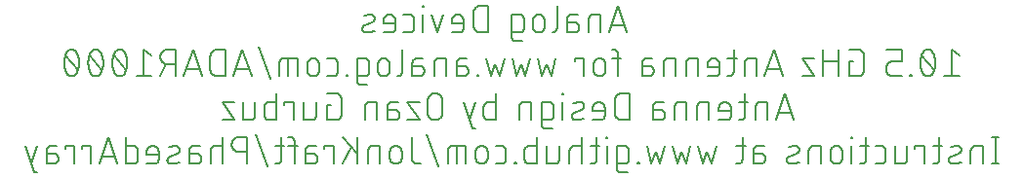
<source format=gbr>
G04 EAGLE Gerber RS-274X export*
G75*
%MOMM*%
%FSLAX34Y34*%
%LPD*%
%INSilkscreen Bottom*%
%IPPOS*%
%AMOC8*
5,1,8,0,0,1.08239X$1,22.5*%
G01*
%ADD10C,0.203200*%


D10*
X67302Y216916D02*
X59513Y240284D01*
X51724Y216916D01*
X53671Y222758D02*
X65355Y222758D01*
X44523Y216916D02*
X44523Y232495D01*
X38032Y232495D01*
X37910Y232493D01*
X37787Y232487D01*
X37665Y232478D01*
X37544Y232464D01*
X37423Y232447D01*
X37302Y232426D01*
X37182Y232401D01*
X37063Y232373D01*
X36945Y232340D01*
X36828Y232304D01*
X36713Y232265D01*
X36598Y232221D01*
X36485Y232175D01*
X36374Y232124D01*
X36264Y232070D01*
X36156Y232013D01*
X36049Y231953D01*
X35945Y231889D01*
X35843Y231821D01*
X35743Y231751D01*
X35645Y231678D01*
X35549Y231601D01*
X35456Y231522D01*
X35366Y231439D01*
X35278Y231354D01*
X35193Y231266D01*
X35110Y231176D01*
X35031Y231083D01*
X34954Y230987D01*
X34881Y230889D01*
X34811Y230789D01*
X34743Y230687D01*
X34679Y230583D01*
X34619Y230476D01*
X34562Y230368D01*
X34508Y230258D01*
X34457Y230147D01*
X34411Y230034D01*
X34367Y229919D01*
X34328Y229804D01*
X34292Y229687D01*
X34259Y229569D01*
X34231Y229450D01*
X34206Y229330D01*
X34185Y229209D01*
X34168Y229088D01*
X34154Y228967D01*
X34145Y228845D01*
X34139Y228722D01*
X34137Y228600D01*
X34137Y216916D01*
X21239Y226004D02*
X15397Y226004D01*
X21239Y226004D02*
X21372Y226002D01*
X21506Y225996D01*
X21639Y225986D01*
X21771Y225973D01*
X21904Y225955D01*
X22035Y225934D01*
X22166Y225908D01*
X22297Y225879D01*
X22426Y225846D01*
X22554Y225810D01*
X22681Y225769D01*
X22807Y225725D01*
X22932Y225677D01*
X23055Y225625D01*
X23176Y225570D01*
X23296Y225512D01*
X23414Y225450D01*
X23530Y225384D01*
X23644Y225315D01*
X23757Y225243D01*
X23867Y225167D01*
X23974Y225089D01*
X24080Y225007D01*
X24182Y224922D01*
X24283Y224834D01*
X24381Y224743D01*
X24476Y224649D01*
X24568Y224553D01*
X24657Y224454D01*
X24744Y224352D01*
X24827Y224248D01*
X24907Y224142D01*
X24984Y224033D01*
X25058Y223922D01*
X25129Y223809D01*
X25196Y223693D01*
X25260Y223576D01*
X25321Y223457D01*
X25377Y223337D01*
X25431Y223214D01*
X25480Y223090D01*
X25526Y222965D01*
X25569Y222839D01*
X25607Y222711D01*
X25642Y222582D01*
X25673Y222453D01*
X25701Y222322D01*
X25724Y222191D01*
X25743Y222059D01*
X25759Y221926D01*
X25771Y221793D01*
X25779Y221660D01*
X25783Y221527D01*
X25783Y221393D01*
X25779Y221260D01*
X25771Y221127D01*
X25759Y220994D01*
X25743Y220861D01*
X25724Y220729D01*
X25701Y220598D01*
X25673Y220467D01*
X25642Y220338D01*
X25607Y220209D01*
X25569Y220081D01*
X25526Y219955D01*
X25480Y219830D01*
X25431Y219706D01*
X25377Y219583D01*
X25321Y219463D01*
X25260Y219344D01*
X25196Y219227D01*
X25129Y219111D01*
X25058Y218998D01*
X24984Y218887D01*
X24907Y218778D01*
X24827Y218672D01*
X24744Y218568D01*
X24657Y218466D01*
X24568Y218367D01*
X24476Y218271D01*
X24381Y218177D01*
X24283Y218086D01*
X24182Y217998D01*
X24080Y217913D01*
X23974Y217831D01*
X23867Y217753D01*
X23757Y217677D01*
X23644Y217605D01*
X23530Y217536D01*
X23414Y217470D01*
X23296Y217408D01*
X23176Y217350D01*
X23055Y217295D01*
X22932Y217243D01*
X22807Y217195D01*
X22681Y217151D01*
X22554Y217110D01*
X22426Y217074D01*
X22297Y217041D01*
X22166Y217012D01*
X22035Y216986D01*
X21904Y216965D01*
X21771Y216947D01*
X21639Y216934D01*
X21506Y216924D01*
X21372Y216918D01*
X21239Y216916D01*
X15397Y216916D01*
X15397Y228600D01*
X15399Y228722D01*
X15405Y228845D01*
X15414Y228967D01*
X15428Y229088D01*
X15445Y229209D01*
X15466Y229330D01*
X15491Y229450D01*
X15519Y229569D01*
X15552Y229687D01*
X15588Y229804D01*
X15627Y229919D01*
X15671Y230034D01*
X15717Y230147D01*
X15768Y230258D01*
X15822Y230368D01*
X15879Y230476D01*
X15939Y230583D01*
X16003Y230687D01*
X16071Y230789D01*
X16141Y230889D01*
X16214Y230987D01*
X16291Y231083D01*
X16370Y231176D01*
X16453Y231266D01*
X16538Y231354D01*
X16626Y231439D01*
X16716Y231522D01*
X16809Y231601D01*
X16905Y231678D01*
X17003Y231751D01*
X17103Y231821D01*
X17205Y231889D01*
X17309Y231953D01*
X17416Y232013D01*
X17524Y232070D01*
X17634Y232124D01*
X17745Y232175D01*
X17858Y232221D01*
X17973Y232265D01*
X18088Y232304D01*
X18205Y232340D01*
X18323Y232373D01*
X18442Y232401D01*
X18562Y232426D01*
X18683Y232447D01*
X18804Y232464D01*
X18925Y232478D01*
X19047Y232487D01*
X19170Y232493D01*
X19292Y232495D01*
X24485Y232495D01*
X6435Y240284D02*
X6435Y220811D01*
X6436Y220811D02*
X6434Y220689D01*
X6428Y220566D01*
X6419Y220444D01*
X6405Y220323D01*
X6388Y220202D01*
X6367Y220081D01*
X6342Y219961D01*
X6314Y219842D01*
X6281Y219724D01*
X6245Y219607D01*
X6206Y219492D01*
X6162Y219377D01*
X6116Y219264D01*
X6065Y219153D01*
X6011Y219043D01*
X5954Y218935D01*
X5894Y218828D01*
X5830Y218724D01*
X5762Y218622D01*
X5692Y218522D01*
X5619Y218424D01*
X5542Y218328D01*
X5463Y218235D01*
X5380Y218145D01*
X5295Y218057D01*
X5207Y217972D01*
X5117Y217889D01*
X5024Y217810D01*
X4928Y217733D01*
X4830Y217660D01*
X4730Y217590D01*
X4628Y217522D01*
X4524Y217458D01*
X4417Y217398D01*
X4309Y217341D01*
X4199Y217287D01*
X4088Y217236D01*
X3975Y217190D01*
X3860Y217146D01*
X3745Y217107D01*
X3628Y217071D01*
X3510Y217038D01*
X3391Y217010D01*
X3271Y216985D01*
X3150Y216964D01*
X3029Y216947D01*
X2908Y216933D01*
X2786Y216924D01*
X2663Y216918D01*
X2541Y216916D01*
X-4194Y222109D02*
X-4194Y227302D01*
X-4196Y227445D01*
X-4202Y227588D01*
X-4212Y227731D01*
X-4226Y227873D01*
X-4243Y228015D01*
X-4265Y228157D01*
X-4290Y228298D01*
X-4320Y228438D01*
X-4353Y228577D01*
X-4390Y228715D01*
X-4431Y228852D01*
X-4475Y228988D01*
X-4524Y229123D01*
X-4576Y229256D01*
X-4631Y229388D01*
X-4691Y229518D01*
X-4754Y229647D01*
X-4820Y229774D01*
X-4890Y229899D01*
X-4963Y230021D01*
X-5040Y230142D01*
X-5120Y230261D01*
X-5203Y230377D01*
X-5289Y230492D01*
X-5378Y230603D01*
X-5471Y230713D01*
X-5566Y230819D01*
X-5665Y230923D01*
X-5766Y231024D01*
X-5870Y231123D01*
X-5976Y231218D01*
X-6086Y231311D01*
X-6197Y231400D01*
X-6312Y231486D01*
X-6428Y231569D01*
X-6547Y231649D01*
X-6668Y231726D01*
X-6791Y231799D01*
X-6915Y231869D01*
X-7042Y231935D01*
X-7171Y231998D01*
X-7301Y232058D01*
X-7433Y232113D01*
X-7566Y232165D01*
X-7701Y232214D01*
X-7837Y232258D01*
X-7974Y232299D01*
X-8112Y232336D01*
X-8251Y232369D01*
X-8391Y232399D01*
X-8532Y232424D01*
X-8674Y232446D01*
X-8816Y232463D01*
X-8958Y232477D01*
X-9101Y232487D01*
X-9244Y232493D01*
X-9387Y232495D01*
X-9530Y232493D01*
X-9673Y232487D01*
X-9816Y232477D01*
X-9958Y232463D01*
X-10100Y232446D01*
X-10242Y232424D01*
X-10383Y232399D01*
X-10523Y232369D01*
X-10662Y232336D01*
X-10800Y232299D01*
X-10937Y232258D01*
X-11073Y232214D01*
X-11208Y232165D01*
X-11341Y232113D01*
X-11473Y232058D01*
X-11603Y231998D01*
X-11732Y231935D01*
X-11859Y231869D01*
X-11983Y231799D01*
X-12106Y231726D01*
X-12227Y231649D01*
X-12346Y231569D01*
X-12462Y231486D01*
X-12577Y231400D01*
X-12688Y231311D01*
X-12798Y231218D01*
X-12904Y231123D01*
X-13008Y231024D01*
X-13109Y230923D01*
X-13208Y230819D01*
X-13303Y230713D01*
X-13396Y230603D01*
X-13485Y230492D01*
X-13571Y230377D01*
X-13654Y230261D01*
X-13734Y230142D01*
X-13811Y230021D01*
X-13884Y229899D01*
X-13954Y229774D01*
X-14020Y229647D01*
X-14083Y229518D01*
X-14143Y229388D01*
X-14198Y229256D01*
X-14250Y229123D01*
X-14299Y228988D01*
X-14343Y228852D01*
X-14384Y228715D01*
X-14421Y228577D01*
X-14454Y228438D01*
X-14484Y228298D01*
X-14509Y228157D01*
X-14531Y228015D01*
X-14548Y227873D01*
X-14562Y227731D01*
X-14572Y227588D01*
X-14578Y227445D01*
X-14580Y227302D01*
X-14580Y222109D01*
X-14578Y221966D01*
X-14572Y221823D01*
X-14562Y221680D01*
X-14548Y221538D01*
X-14531Y221396D01*
X-14509Y221254D01*
X-14484Y221113D01*
X-14454Y220973D01*
X-14421Y220834D01*
X-14384Y220696D01*
X-14343Y220559D01*
X-14299Y220423D01*
X-14250Y220288D01*
X-14198Y220155D01*
X-14143Y220023D01*
X-14083Y219893D01*
X-14020Y219764D01*
X-13954Y219637D01*
X-13884Y219513D01*
X-13811Y219390D01*
X-13734Y219269D01*
X-13654Y219150D01*
X-13571Y219034D01*
X-13485Y218919D01*
X-13396Y218808D01*
X-13303Y218698D01*
X-13208Y218592D01*
X-13109Y218488D01*
X-13008Y218387D01*
X-12904Y218288D01*
X-12798Y218193D01*
X-12688Y218100D01*
X-12577Y218011D01*
X-12462Y217925D01*
X-12346Y217842D01*
X-12227Y217762D01*
X-12106Y217685D01*
X-11984Y217612D01*
X-11859Y217542D01*
X-11732Y217476D01*
X-11603Y217413D01*
X-11473Y217353D01*
X-11341Y217298D01*
X-11208Y217246D01*
X-11073Y217197D01*
X-10937Y217153D01*
X-10800Y217112D01*
X-10662Y217075D01*
X-10523Y217042D01*
X-10383Y217012D01*
X-10242Y216987D01*
X-10100Y216965D01*
X-9958Y216948D01*
X-9816Y216934D01*
X-9673Y216924D01*
X-9530Y216918D01*
X-9387Y216916D01*
X-9244Y216918D01*
X-9101Y216924D01*
X-8958Y216934D01*
X-8816Y216948D01*
X-8674Y216965D01*
X-8532Y216987D01*
X-8391Y217012D01*
X-8251Y217042D01*
X-8112Y217075D01*
X-7974Y217112D01*
X-7837Y217153D01*
X-7701Y217197D01*
X-7566Y217246D01*
X-7433Y217298D01*
X-7301Y217353D01*
X-7171Y217413D01*
X-7042Y217476D01*
X-6915Y217542D01*
X-6791Y217612D01*
X-6668Y217685D01*
X-6547Y217762D01*
X-6428Y217842D01*
X-6312Y217925D01*
X-6197Y218011D01*
X-6086Y218100D01*
X-5976Y218193D01*
X-5870Y218288D01*
X-5766Y218387D01*
X-5665Y218488D01*
X-5566Y218592D01*
X-5471Y218698D01*
X-5378Y218808D01*
X-5289Y218919D01*
X-5203Y219034D01*
X-5120Y219150D01*
X-5040Y219269D01*
X-4963Y219390D01*
X-4890Y219512D01*
X-4820Y219637D01*
X-4754Y219764D01*
X-4691Y219893D01*
X-4631Y220023D01*
X-4576Y220155D01*
X-4524Y220288D01*
X-4475Y220423D01*
X-4431Y220559D01*
X-4390Y220696D01*
X-4353Y220834D01*
X-4320Y220973D01*
X-4290Y221113D01*
X-4265Y221254D01*
X-4243Y221396D01*
X-4226Y221538D01*
X-4212Y221680D01*
X-4202Y221823D01*
X-4196Y221966D01*
X-4194Y222109D01*
X-26133Y216916D02*
X-32624Y216916D01*
X-26133Y216916D02*
X-26011Y216918D01*
X-25888Y216924D01*
X-25766Y216933D01*
X-25645Y216947D01*
X-25524Y216964D01*
X-25403Y216985D01*
X-25283Y217010D01*
X-25164Y217038D01*
X-25046Y217071D01*
X-24929Y217107D01*
X-24814Y217146D01*
X-24699Y217190D01*
X-24586Y217236D01*
X-24475Y217287D01*
X-24365Y217341D01*
X-24257Y217398D01*
X-24150Y217458D01*
X-24046Y217522D01*
X-23944Y217590D01*
X-23844Y217660D01*
X-23746Y217733D01*
X-23650Y217810D01*
X-23557Y217889D01*
X-23467Y217972D01*
X-23379Y218057D01*
X-23294Y218145D01*
X-23211Y218235D01*
X-23132Y218328D01*
X-23055Y218424D01*
X-22982Y218522D01*
X-22912Y218622D01*
X-22844Y218724D01*
X-22780Y218828D01*
X-22720Y218935D01*
X-22663Y219043D01*
X-22609Y219153D01*
X-22558Y219264D01*
X-22512Y219377D01*
X-22468Y219492D01*
X-22429Y219607D01*
X-22393Y219724D01*
X-22360Y219842D01*
X-22332Y219961D01*
X-22307Y220081D01*
X-22286Y220202D01*
X-22269Y220323D01*
X-22255Y220444D01*
X-22246Y220566D01*
X-22240Y220689D01*
X-22238Y220811D01*
X-22238Y228600D01*
X-22240Y228722D01*
X-22246Y228845D01*
X-22255Y228967D01*
X-22269Y229088D01*
X-22286Y229209D01*
X-22307Y229330D01*
X-22332Y229450D01*
X-22360Y229569D01*
X-22393Y229687D01*
X-22429Y229804D01*
X-22468Y229919D01*
X-22512Y230034D01*
X-22558Y230147D01*
X-22609Y230258D01*
X-22663Y230368D01*
X-22720Y230476D01*
X-22780Y230583D01*
X-22844Y230687D01*
X-22912Y230789D01*
X-22982Y230889D01*
X-23055Y230987D01*
X-23132Y231083D01*
X-23211Y231176D01*
X-23294Y231266D01*
X-23379Y231354D01*
X-23467Y231439D01*
X-23557Y231522D01*
X-23650Y231601D01*
X-23746Y231678D01*
X-23844Y231751D01*
X-23944Y231821D01*
X-24046Y231889D01*
X-24150Y231953D01*
X-24257Y232013D01*
X-24365Y232070D01*
X-24475Y232124D01*
X-24586Y232175D01*
X-24699Y232221D01*
X-24814Y232265D01*
X-24929Y232304D01*
X-25046Y232340D01*
X-25164Y232373D01*
X-25283Y232401D01*
X-25403Y232426D01*
X-25524Y232447D01*
X-25645Y232464D01*
X-25766Y232478D01*
X-25888Y232487D01*
X-26011Y232493D01*
X-26133Y232495D01*
X-32624Y232495D01*
X-32624Y213021D01*
X-32622Y212899D01*
X-32616Y212776D01*
X-32607Y212654D01*
X-32593Y212533D01*
X-32576Y212412D01*
X-32555Y212291D01*
X-32530Y212171D01*
X-32502Y212052D01*
X-32469Y211934D01*
X-32433Y211817D01*
X-32394Y211702D01*
X-32350Y211587D01*
X-32304Y211474D01*
X-32253Y211363D01*
X-32199Y211253D01*
X-32142Y211145D01*
X-32082Y211038D01*
X-32018Y210934D01*
X-31950Y210832D01*
X-31880Y210732D01*
X-31807Y210634D01*
X-31730Y210538D01*
X-31651Y210445D01*
X-31568Y210355D01*
X-31483Y210267D01*
X-31395Y210182D01*
X-31305Y210099D01*
X-31212Y210020D01*
X-31116Y209943D01*
X-31018Y209870D01*
X-30918Y209800D01*
X-30816Y209732D01*
X-30712Y209668D01*
X-30605Y209608D01*
X-30497Y209551D01*
X-30387Y209497D01*
X-30276Y209446D01*
X-30163Y209400D01*
X-30048Y209356D01*
X-29933Y209317D01*
X-29816Y209281D01*
X-29698Y209248D01*
X-29579Y209220D01*
X-29459Y209195D01*
X-29338Y209174D01*
X-29217Y209157D01*
X-29096Y209143D01*
X-28974Y209134D01*
X-28851Y209128D01*
X-28729Y209126D01*
X-28729Y209127D02*
X-23536Y209127D01*
X-53005Y216916D02*
X-53005Y240284D01*
X-59496Y240284D01*
X-59655Y240282D01*
X-59814Y240276D01*
X-59974Y240266D01*
X-60132Y240253D01*
X-60291Y240235D01*
X-60448Y240214D01*
X-60606Y240188D01*
X-60762Y240159D01*
X-60918Y240126D01*
X-61073Y240089D01*
X-61227Y240049D01*
X-61380Y240004D01*
X-61532Y239956D01*
X-61683Y239905D01*
X-61832Y239849D01*
X-61980Y239790D01*
X-62126Y239727D01*
X-62271Y239661D01*
X-62414Y239591D01*
X-62556Y239518D01*
X-62695Y239441D01*
X-62833Y239361D01*
X-62969Y239277D01*
X-63102Y239190D01*
X-63234Y239100D01*
X-63363Y239007D01*
X-63489Y238910D01*
X-63614Y238811D01*
X-63736Y238708D01*
X-63855Y238603D01*
X-63972Y238494D01*
X-64086Y238383D01*
X-64197Y238269D01*
X-64306Y238152D01*
X-64411Y238033D01*
X-64514Y237911D01*
X-64613Y237786D01*
X-64710Y237660D01*
X-64803Y237531D01*
X-64893Y237399D01*
X-64980Y237266D01*
X-65064Y237130D01*
X-65144Y236992D01*
X-65221Y236853D01*
X-65294Y236711D01*
X-65364Y236568D01*
X-65430Y236423D01*
X-65493Y236277D01*
X-65552Y236129D01*
X-65608Y235980D01*
X-65659Y235829D01*
X-65707Y235677D01*
X-65752Y235524D01*
X-65792Y235370D01*
X-65829Y235215D01*
X-65862Y235059D01*
X-65891Y234903D01*
X-65917Y234745D01*
X-65938Y234588D01*
X-65956Y234429D01*
X-65969Y234271D01*
X-65979Y234111D01*
X-65985Y233952D01*
X-65987Y233793D01*
X-65987Y223407D01*
X-65985Y223248D01*
X-65979Y223089D01*
X-65969Y222929D01*
X-65956Y222771D01*
X-65938Y222612D01*
X-65917Y222455D01*
X-65891Y222297D01*
X-65862Y222141D01*
X-65829Y221985D01*
X-65792Y221830D01*
X-65752Y221676D01*
X-65707Y221523D01*
X-65659Y221371D01*
X-65608Y221220D01*
X-65552Y221071D01*
X-65493Y220923D01*
X-65430Y220777D01*
X-65364Y220632D01*
X-65294Y220489D01*
X-65221Y220347D01*
X-65144Y220208D01*
X-65064Y220070D01*
X-64980Y219934D01*
X-64893Y219801D01*
X-64803Y219669D01*
X-64710Y219540D01*
X-64613Y219414D01*
X-64514Y219289D01*
X-64411Y219167D01*
X-64306Y219048D01*
X-64197Y218931D01*
X-64086Y218817D01*
X-63972Y218706D01*
X-63855Y218597D01*
X-63736Y218492D01*
X-63614Y218389D01*
X-63489Y218290D01*
X-63363Y218193D01*
X-63234Y218100D01*
X-63102Y218010D01*
X-62969Y217923D01*
X-62833Y217839D01*
X-62695Y217759D01*
X-62556Y217682D01*
X-62414Y217609D01*
X-62271Y217539D01*
X-62126Y217473D01*
X-61980Y217410D01*
X-61832Y217351D01*
X-61683Y217295D01*
X-61532Y217244D01*
X-61380Y217195D01*
X-61227Y217151D01*
X-61073Y217111D01*
X-60918Y217074D01*
X-60762Y217041D01*
X-60606Y217012D01*
X-60448Y216986D01*
X-60291Y216965D01*
X-60132Y216947D01*
X-59973Y216934D01*
X-59814Y216924D01*
X-59655Y216918D01*
X-59496Y216916D01*
X-53005Y216916D01*
X-78381Y216916D02*
X-84872Y216916D01*
X-78381Y216916D02*
X-78259Y216918D01*
X-78136Y216924D01*
X-78014Y216933D01*
X-77893Y216947D01*
X-77772Y216964D01*
X-77651Y216985D01*
X-77531Y217010D01*
X-77412Y217038D01*
X-77294Y217071D01*
X-77177Y217107D01*
X-77062Y217146D01*
X-76947Y217190D01*
X-76834Y217236D01*
X-76723Y217287D01*
X-76613Y217341D01*
X-76505Y217398D01*
X-76398Y217458D01*
X-76294Y217522D01*
X-76192Y217590D01*
X-76092Y217660D01*
X-75994Y217733D01*
X-75898Y217810D01*
X-75805Y217889D01*
X-75715Y217972D01*
X-75627Y218057D01*
X-75542Y218145D01*
X-75459Y218235D01*
X-75380Y218328D01*
X-75303Y218424D01*
X-75230Y218522D01*
X-75160Y218622D01*
X-75092Y218724D01*
X-75028Y218828D01*
X-74968Y218935D01*
X-74911Y219043D01*
X-74857Y219153D01*
X-74806Y219264D01*
X-74760Y219377D01*
X-74716Y219492D01*
X-74677Y219607D01*
X-74641Y219724D01*
X-74608Y219842D01*
X-74580Y219961D01*
X-74555Y220081D01*
X-74534Y220202D01*
X-74517Y220323D01*
X-74503Y220444D01*
X-74494Y220566D01*
X-74488Y220689D01*
X-74486Y220811D01*
X-74486Y227302D01*
X-74488Y227445D01*
X-74494Y227588D01*
X-74504Y227731D01*
X-74518Y227873D01*
X-74535Y228015D01*
X-74557Y228157D01*
X-74582Y228298D01*
X-74612Y228438D01*
X-74645Y228577D01*
X-74682Y228715D01*
X-74723Y228852D01*
X-74767Y228988D01*
X-74816Y229123D01*
X-74868Y229256D01*
X-74923Y229388D01*
X-74983Y229518D01*
X-75046Y229647D01*
X-75112Y229774D01*
X-75182Y229899D01*
X-75255Y230021D01*
X-75332Y230142D01*
X-75412Y230261D01*
X-75495Y230377D01*
X-75581Y230492D01*
X-75670Y230603D01*
X-75763Y230713D01*
X-75858Y230819D01*
X-75957Y230923D01*
X-76058Y231024D01*
X-76162Y231123D01*
X-76268Y231218D01*
X-76378Y231311D01*
X-76489Y231400D01*
X-76604Y231486D01*
X-76720Y231569D01*
X-76839Y231649D01*
X-76960Y231726D01*
X-77083Y231799D01*
X-77207Y231869D01*
X-77334Y231935D01*
X-77463Y231998D01*
X-77593Y232058D01*
X-77725Y232113D01*
X-77858Y232165D01*
X-77993Y232214D01*
X-78129Y232258D01*
X-78266Y232299D01*
X-78404Y232336D01*
X-78543Y232369D01*
X-78683Y232399D01*
X-78824Y232424D01*
X-78966Y232446D01*
X-79108Y232463D01*
X-79250Y232477D01*
X-79393Y232487D01*
X-79536Y232493D01*
X-79679Y232495D01*
X-79822Y232493D01*
X-79965Y232487D01*
X-80108Y232477D01*
X-80250Y232463D01*
X-80392Y232446D01*
X-80534Y232424D01*
X-80675Y232399D01*
X-80815Y232369D01*
X-80954Y232336D01*
X-81092Y232299D01*
X-81229Y232258D01*
X-81365Y232214D01*
X-81500Y232165D01*
X-81633Y232113D01*
X-81765Y232058D01*
X-81895Y231998D01*
X-82024Y231935D01*
X-82151Y231869D01*
X-82276Y231799D01*
X-82398Y231726D01*
X-82519Y231649D01*
X-82638Y231569D01*
X-82754Y231486D01*
X-82869Y231400D01*
X-82980Y231311D01*
X-83090Y231218D01*
X-83196Y231123D01*
X-83300Y231024D01*
X-83401Y230923D01*
X-83500Y230819D01*
X-83595Y230713D01*
X-83688Y230603D01*
X-83777Y230492D01*
X-83863Y230377D01*
X-83946Y230261D01*
X-84026Y230142D01*
X-84103Y230021D01*
X-84176Y229899D01*
X-84246Y229774D01*
X-84312Y229647D01*
X-84375Y229518D01*
X-84435Y229388D01*
X-84490Y229256D01*
X-84542Y229123D01*
X-84591Y228988D01*
X-84635Y228852D01*
X-84676Y228715D01*
X-84713Y228577D01*
X-84746Y228438D01*
X-84776Y228298D01*
X-84801Y228157D01*
X-84823Y228015D01*
X-84840Y227873D01*
X-84854Y227731D01*
X-84864Y227588D01*
X-84870Y227445D01*
X-84872Y227302D01*
X-84872Y224705D01*
X-74486Y224705D01*
X-91885Y232495D02*
X-97078Y216916D01*
X-102271Y232495D01*
X-109605Y232495D02*
X-109605Y216916D01*
X-108956Y238986D02*
X-108956Y240284D01*
X-110254Y240284D01*
X-110254Y238986D01*
X-108956Y238986D01*
X-121544Y216916D02*
X-126737Y216916D01*
X-121544Y216916D02*
X-121422Y216918D01*
X-121299Y216924D01*
X-121177Y216933D01*
X-121056Y216947D01*
X-120935Y216964D01*
X-120814Y216985D01*
X-120694Y217010D01*
X-120575Y217038D01*
X-120457Y217071D01*
X-120340Y217107D01*
X-120225Y217146D01*
X-120110Y217190D01*
X-119997Y217236D01*
X-119886Y217287D01*
X-119776Y217341D01*
X-119668Y217398D01*
X-119561Y217458D01*
X-119457Y217522D01*
X-119355Y217590D01*
X-119255Y217660D01*
X-119157Y217733D01*
X-119061Y217810D01*
X-118968Y217889D01*
X-118878Y217972D01*
X-118790Y218057D01*
X-118705Y218145D01*
X-118622Y218235D01*
X-118543Y218328D01*
X-118466Y218424D01*
X-118393Y218522D01*
X-118323Y218622D01*
X-118255Y218724D01*
X-118191Y218828D01*
X-118131Y218935D01*
X-118074Y219043D01*
X-118020Y219153D01*
X-117969Y219264D01*
X-117923Y219377D01*
X-117879Y219492D01*
X-117840Y219607D01*
X-117804Y219724D01*
X-117771Y219842D01*
X-117743Y219961D01*
X-117718Y220081D01*
X-117697Y220202D01*
X-117680Y220323D01*
X-117666Y220444D01*
X-117657Y220566D01*
X-117651Y220689D01*
X-117649Y220811D01*
X-117650Y220811D02*
X-117650Y228600D01*
X-117649Y228600D02*
X-117651Y228722D01*
X-117657Y228845D01*
X-117666Y228967D01*
X-117680Y229088D01*
X-117697Y229209D01*
X-117718Y229330D01*
X-117743Y229450D01*
X-117771Y229569D01*
X-117804Y229687D01*
X-117840Y229804D01*
X-117879Y229919D01*
X-117923Y230034D01*
X-117969Y230147D01*
X-118020Y230258D01*
X-118074Y230368D01*
X-118131Y230476D01*
X-118191Y230583D01*
X-118255Y230687D01*
X-118323Y230789D01*
X-118393Y230889D01*
X-118466Y230987D01*
X-118543Y231083D01*
X-118622Y231176D01*
X-118705Y231266D01*
X-118790Y231354D01*
X-118878Y231439D01*
X-118968Y231522D01*
X-119061Y231601D01*
X-119157Y231678D01*
X-119255Y231751D01*
X-119355Y231821D01*
X-119457Y231889D01*
X-119561Y231953D01*
X-119668Y232013D01*
X-119776Y232070D01*
X-119886Y232124D01*
X-119997Y232175D01*
X-120110Y232221D01*
X-120225Y232265D01*
X-120340Y232304D01*
X-120457Y232340D01*
X-120575Y232373D01*
X-120694Y232401D01*
X-120814Y232426D01*
X-120935Y232447D01*
X-121056Y232464D01*
X-121177Y232478D01*
X-121299Y232487D01*
X-121422Y232493D01*
X-121544Y232495D01*
X-126737Y232495D01*
X-137537Y216916D02*
X-144028Y216916D01*
X-137537Y216916D02*
X-137415Y216918D01*
X-137292Y216924D01*
X-137170Y216933D01*
X-137049Y216947D01*
X-136928Y216964D01*
X-136807Y216985D01*
X-136687Y217010D01*
X-136568Y217038D01*
X-136450Y217071D01*
X-136333Y217107D01*
X-136218Y217146D01*
X-136103Y217190D01*
X-135990Y217236D01*
X-135879Y217287D01*
X-135769Y217341D01*
X-135661Y217398D01*
X-135554Y217458D01*
X-135450Y217522D01*
X-135348Y217590D01*
X-135248Y217660D01*
X-135150Y217733D01*
X-135054Y217810D01*
X-134961Y217889D01*
X-134871Y217972D01*
X-134783Y218057D01*
X-134698Y218145D01*
X-134615Y218235D01*
X-134536Y218328D01*
X-134459Y218424D01*
X-134386Y218522D01*
X-134316Y218622D01*
X-134248Y218724D01*
X-134184Y218828D01*
X-134124Y218935D01*
X-134067Y219043D01*
X-134013Y219153D01*
X-133962Y219264D01*
X-133916Y219377D01*
X-133872Y219492D01*
X-133833Y219607D01*
X-133797Y219724D01*
X-133764Y219842D01*
X-133736Y219961D01*
X-133711Y220081D01*
X-133690Y220202D01*
X-133673Y220323D01*
X-133659Y220444D01*
X-133650Y220566D01*
X-133644Y220689D01*
X-133642Y220811D01*
X-133642Y227302D01*
X-133644Y227445D01*
X-133650Y227588D01*
X-133660Y227731D01*
X-133674Y227873D01*
X-133691Y228015D01*
X-133713Y228157D01*
X-133738Y228298D01*
X-133768Y228438D01*
X-133801Y228577D01*
X-133838Y228715D01*
X-133879Y228852D01*
X-133923Y228988D01*
X-133972Y229123D01*
X-134024Y229256D01*
X-134079Y229388D01*
X-134139Y229518D01*
X-134202Y229647D01*
X-134268Y229774D01*
X-134338Y229899D01*
X-134411Y230021D01*
X-134488Y230142D01*
X-134568Y230261D01*
X-134651Y230377D01*
X-134737Y230492D01*
X-134826Y230603D01*
X-134919Y230713D01*
X-135014Y230819D01*
X-135113Y230923D01*
X-135214Y231024D01*
X-135318Y231123D01*
X-135424Y231218D01*
X-135534Y231311D01*
X-135645Y231400D01*
X-135760Y231486D01*
X-135876Y231569D01*
X-135995Y231649D01*
X-136116Y231726D01*
X-136239Y231799D01*
X-136363Y231869D01*
X-136490Y231935D01*
X-136619Y231998D01*
X-136749Y232058D01*
X-136881Y232113D01*
X-137014Y232165D01*
X-137149Y232214D01*
X-137285Y232258D01*
X-137422Y232299D01*
X-137560Y232336D01*
X-137699Y232369D01*
X-137839Y232399D01*
X-137980Y232424D01*
X-138122Y232446D01*
X-138264Y232463D01*
X-138406Y232477D01*
X-138549Y232487D01*
X-138692Y232493D01*
X-138835Y232495D01*
X-138978Y232493D01*
X-139121Y232487D01*
X-139264Y232477D01*
X-139406Y232463D01*
X-139548Y232446D01*
X-139690Y232424D01*
X-139831Y232399D01*
X-139971Y232369D01*
X-140110Y232336D01*
X-140248Y232299D01*
X-140385Y232258D01*
X-140521Y232214D01*
X-140656Y232165D01*
X-140789Y232113D01*
X-140921Y232058D01*
X-141051Y231998D01*
X-141180Y231935D01*
X-141307Y231869D01*
X-141432Y231799D01*
X-141554Y231726D01*
X-141675Y231649D01*
X-141794Y231569D01*
X-141910Y231486D01*
X-142025Y231400D01*
X-142136Y231311D01*
X-142246Y231218D01*
X-142352Y231123D01*
X-142456Y231024D01*
X-142557Y230923D01*
X-142656Y230819D01*
X-142751Y230713D01*
X-142844Y230603D01*
X-142933Y230492D01*
X-143019Y230377D01*
X-143102Y230261D01*
X-143182Y230142D01*
X-143259Y230021D01*
X-143332Y229899D01*
X-143402Y229774D01*
X-143468Y229647D01*
X-143531Y229518D01*
X-143591Y229388D01*
X-143646Y229256D01*
X-143698Y229123D01*
X-143747Y228988D01*
X-143791Y228852D01*
X-143832Y228715D01*
X-143869Y228577D01*
X-143902Y228438D01*
X-143932Y228298D01*
X-143957Y228157D01*
X-143979Y228015D01*
X-143996Y227873D01*
X-144010Y227731D01*
X-144020Y227588D01*
X-144026Y227445D01*
X-144028Y227302D01*
X-144028Y224705D01*
X-133642Y224705D01*
X-153685Y226004D02*
X-160176Y223407D01*
X-153685Y226004D02*
X-153579Y226048D01*
X-153474Y226097D01*
X-153371Y226149D01*
X-153270Y226204D01*
X-153170Y226263D01*
X-153073Y226325D01*
X-152978Y226390D01*
X-152886Y226459D01*
X-152795Y226531D01*
X-152708Y226605D01*
X-152622Y226683D01*
X-152540Y226764D01*
X-152460Y226847D01*
X-152384Y226933D01*
X-152310Y227022D01*
X-152239Y227113D01*
X-152172Y227207D01*
X-152108Y227303D01*
X-152047Y227401D01*
X-151989Y227500D01*
X-151935Y227602D01*
X-151885Y227706D01*
X-151838Y227811D01*
X-151794Y227918D01*
X-151755Y228027D01*
X-151719Y228136D01*
X-151687Y228247D01*
X-151658Y228359D01*
X-151634Y228471D01*
X-151613Y228585D01*
X-151597Y228699D01*
X-151584Y228814D01*
X-151575Y228929D01*
X-151570Y229044D01*
X-151569Y229159D01*
X-151572Y229274D01*
X-151579Y229390D01*
X-151590Y229504D01*
X-151605Y229619D01*
X-151624Y229732D01*
X-151646Y229846D01*
X-151673Y229958D01*
X-151703Y230069D01*
X-151737Y230179D01*
X-151775Y230288D01*
X-151816Y230396D01*
X-151862Y230502D01*
X-151911Y230606D01*
X-151963Y230709D01*
X-152019Y230810D01*
X-152078Y230909D01*
X-152141Y231006D01*
X-152207Y231100D01*
X-152276Y231193D01*
X-152348Y231283D01*
X-152423Y231370D01*
X-152502Y231455D01*
X-152583Y231537D01*
X-152667Y231616D01*
X-152753Y231692D01*
X-152842Y231765D01*
X-152934Y231835D01*
X-153028Y231902D01*
X-153124Y231966D01*
X-153222Y232026D01*
X-153322Y232083D01*
X-153424Y232137D01*
X-153528Y232187D01*
X-153634Y232233D01*
X-153741Y232276D01*
X-153850Y232315D01*
X-153959Y232350D01*
X-154070Y232382D01*
X-154182Y232410D01*
X-154295Y232434D01*
X-154409Y232454D01*
X-154523Y232470D01*
X-154637Y232482D01*
X-154752Y232490D01*
X-154868Y232494D01*
X-154983Y232495D01*
X-154982Y232494D02*
X-155337Y232485D01*
X-155691Y232467D01*
X-156044Y232441D01*
X-156397Y232406D01*
X-156749Y232363D01*
X-157100Y232311D01*
X-157449Y232251D01*
X-157797Y232182D01*
X-158143Y232105D01*
X-158487Y232020D01*
X-158829Y231927D01*
X-159168Y231825D01*
X-159505Y231715D01*
X-159840Y231598D01*
X-160171Y231472D01*
X-160499Y231338D01*
X-160824Y231196D01*
X-160176Y223407D02*
X-160282Y223363D01*
X-160387Y223314D01*
X-160490Y223262D01*
X-160591Y223207D01*
X-160691Y223148D01*
X-160788Y223086D01*
X-160883Y223021D01*
X-160975Y222952D01*
X-161066Y222880D01*
X-161153Y222806D01*
X-161239Y222728D01*
X-161321Y222647D01*
X-161401Y222564D01*
X-161477Y222478D01*
X-161551Y222389D01*
X-161622Y222298D01*
X-161689Y222204D01*
X-161753Y222108D01*
X-161814Y222010D01*
X-161872Y221911D01*
X-161926Y221809D01*
X-161976Y221705D01*
X-162023Y221600D01*
X-162067Y221493D01*
X-162106Y221384D01*
X-162142Y221275D01*
X-162174Y221164D01*
X-162203Y221052D01*
X-162227Y220940D01*
X-162248Y220826D01*
X-162264Y220712D01*
X-162277Y220597D01*
X-162286Y220482D01*
X-162291Y220367D01*
X-162292Y220252D01*
X-162289Y220137D01*
X-162282Y220021D01*
X-162271Y219907D01*
X-162256Y219792D01*
X-162237Y219679D01*
X-162215Y219565D01*
X-162188Y219453D01*
X-162158Y219342D01*
X-162124Y219232D01*
X-162086Y219123D01*
X-162045Y219015D01*
X-161999Y218909D01*
X-161950Y218805D01*
X-161898Y218702D01*
X-161842Y218601D01*
X-161783Y218502D01*
X-161720Y218405D01*
X-161654Y218311D01*
X-161585Y218218D01*
X-161513Y218128D01*
X-161438Y218041D01*
X-161359Y217956D01*
X-161278Y217874D01*
X-161194Y217795D01*
X-161108Y217719D01*
X-161019Y217646D01*
X-160927Y217576D01*
X-160833Y217509D01*
X-160737Y217445D01*
X-160639Y217385D01*
X-160539Y217328D01*
X-160437Y217274D01*
X-160333Y217224D01*
X-160227Y217178D01*
X-160120Y217135D01*
X-160011Y217096D01*
X-159902Y217061D01*
X-159791Y217029D01*
X-159679Y217001D01*
X-159566Y216977D01*
X-159452Y216957D01*
X-159338Y216941D01*
X-159224Y216929D01*
X-159109Y216921D01*
X-158993Y216917D01*
X-158878Y216916D01*
X-158357Y216930D01*
X-157837Y216956D01*
X-157318Y216994D01*
X-156799Y217044D01*
X-156282Y217107D01*
X-155767Y217182D01*
X-155254Y217269D01*
X-154742Y217368D01*
X-154234Y217480D01*
X-153728Y217603D01*
X-153225Y217738D01*
X-152725Y217885D01*
X-152229Y218044D01*
X-151737Y218214D01*
X349031Y202184D02*
X355522Y196991D01*
X349031Y202184D02*
X349031Y178816D01*
X355522Y178816D02*
X342540Y178816D01*
X334643Y190500D02*
X334638Y190960D01*
X334621Y191419D01*
X334594Y191878D01*
X334555Y192336D01*
X334506Y192793D01*
X334446Y193249D01*
X334375Y193703D01*
X334293Y194156D01*
X334200Y194606D01*
X334097Y195054D01*
X333983Y195499D01*
X333858Y195942D01*
X333723Y196381D01*
X333577Y196817D01*
X333421Y197249D01*
X333255Y197678D01*
X333079Y198103D01*
X332892Y198523D01*
X332696Y198938D01*
X332695Y198939D02*
X332650Y199066D01*
X332600Y199192D01*
X332548Y199317D01*
X332491Y199440D01*
X332431Y199562D01*
X332368Y199681D01*
X332302Y199799D01*
X332232Y199915D01*
X332159Y200029D01*
X332083Y200141D01*
X332003Y200251D01*
X331921Y200358D01*
X331835Y200463D01*
X331747Y200566D01*
X331656Y200666D01*
X331562Y200764D01*
X331465Y200858D01*
X331366Y200950D01*
X331264Y201040D01*
X331160Y201126D01*
X331053Y201209D01*
X330944Y201289D01*
X330832Y201366D01*
X330719Y201440D01*
X330604Y201511D01*
X330486Y201579D01*
X330367Y201643D01*
X330246Y201704D01*
X330123Y201761D01*
X329999Y201815D01*
X329873Y201865D01*
X329746Y201912D01*
X329618Y201955D01*
X329488Y201994D01*
X329358Y202030D01*
X329226Y202062D01*
X329094Y202091D01*
X328961Y202115D01*
X328827Y202136D01*
X328693Y202153D01*
X328558Y202167D01*
X328423Y202176D01*
X328287Y202182D01*
X328152Y202184D01*
X328017Y202182D01*
X327881Y202176D01*
X327746Y202167D01*
X327612Y202153D01*
X327477Y202136D01*
X327343Y202115D01*
X327210Y202091D01*
X327078Y202062D01*
X326946Y202030D01*
X326816Y201994D01*
X326686Y201955D01*
X326558Y201912D01*
X326431Y201865D01*
X326305Y201815D01*
X326181Y201761D01*
X326058Y201704D01*
X325937Y201643D01*
X325818Y201579D01*
X325700Y201511D01*
X325585Y201440D01*
X325472Y201367D01*
X325360Y201289D01*
X325251Y201209D01*
X325144Y201126D01*
X325040Y201040D01*
X324938Y200950D01*
X324839Y200858D01*
X324742Y200764D01*
X324648Y200666D01*
X324557Y200566D01*
X324469Y200463D01*
X324383Y200358D01*
X324301Y200251D01*
X324221Y200141D01*
X324145Y200029D01*
X324072Y199915D01*
X324002Y199799D01*
X323936Y199681D01*
X323873Y199562D01*
X323813Y199440D01*
X323756Y199317D01*
X323704Y199192D01*
X323654Y199066D01*
X323609Y198939D01*
X323608Y198939D02*
X323412Y198523D01*
X323225Y198103D01*
X323049Y197678D01*
X322883Y197250D01*
X322727Y196817D01*
X322581Y196381D01*
X322446Y195942D01*
X322321Y195499D01*
X322207Y195054D01*
X322104Y194606D01*
X322011Y194156D01*
X321929Y193703D01*
X321858Y193249D01*
X321798Y192793D01*
X321749Y192336D01*
X321710Y191878D01*
X321683Y191419D01*
X321666Y190960D01*
X321661Y190500D01*
X334643Y190500D02*
X334638Y190040D01*
X334621Y189581D01*
X334594Y189122D01*
X334555Y188664D01*
X334506Y188207D01*
X334446Y187751D01*
X334375Y187297D01*
X334293Y186845D01*
X334200Y186394D01*
X334097Y185946D01*
X333983Y185501D01*
X333858Y185058D01*
X333723Y184619D01*
X333577Y184183D01*
X333421Y183751D01*
X333255Y183322D01*
X333079Y182897D01*
X332892Y182477D01*
X332696Y182062D01*
X332695Y182061D02*
X332650Y181934D01*
X332600Y181808D01*
X332548Y181683D01*
X332491Y181560D01*
X332431Y181438D01*
X332368Y181319D01*
X332302Y181201D01*
X332232Y181085D01*
X332159Y180971D01*
X332083Y180859D01*
X332003Y180749D01*
X331921Y180642D01*
X331835Y180537D01*
X331747Y180434D01*
X331656Y180334D01*
X331562Y180236D01*
X331465Y180142D01*
X331366Y180050D01*
X331264Y179960D01*
X331160Y179874D01*
X331053Y179791D01*
X330944Y179711D01*
X330832Y179633D01*
X330719Y179560D01*
X330604Y179489D01*
X330486Y179421D01*
X330367Y179357D01*
X330246Y179296D01*
X330123Y179239D01*
X329999Y179185D01*
X329873Y179135D01*
X329746Y179088D01*
X329618Y179045D01*
X329488Y179006D01*
X329358Y178970D01*
X329226Y178938D01*
X329094Y178909D01*
X328961Y178885D01*
X328827Y178864D01*
X328692Y178847D01*
X328558Y178833D01*
X328423Y178824D01*
X328287Y178818D01*
X328152Y178816D01*
X323608Y182062D02*
X323412Y182477D01*
X323225Y182897D01*
X323049Y183322D01*
X322883Y183750D01*
X322727Y184183D01*
X322581Y184619D01*
X322446Y185058D01*
X322321Y185501D01*
X322207Y185946D01*
X322104Y186394D01*
X322011Y186844D01*
X321929Y187297D01*
X321858Y187751D01*
X321798Y188207D01*
X321749Y188664D01*
X321710Y189122D01*
X321683Y189581D01*
X321666Y190040D01*
X321661Y190500D01*
X323609Y182061D02*
X323654Y181934D01*
X323704Y181808D01*
X323756Y181683D01*
X323813Y181560D01*
X323873Y181438D01*
X323936Y181319D01*
X324002Y181201D01*
X324072Y181085D01*
X324145Y180971D01*
X324221Y180859D01*
X324301Y180749D01*
X324383Y180642D01*
X324469Y180537D01*
X324557Y180434D01*
X324648Y180334D01*
X324742Y180236D01*
X324839Y180142D01*
X324938Y180050D01*
X325040Y179960D01*
X325145Y179874D01*
X325251Y179791D01*
X325360Y179711D01*
X325472Y179633D01*
X325585Y179560D01*
X325700Y179489D01*
X325818Y179421D01*
X325937Y179357D01*
X326058Y179296D01*
X326181Y179239D01*
X326305Y179185D01*
X326431Y179135D01*
X326558Y179088D01*
X326686Y179045D01*
X326816Y179006D01*
X326946Y178970D01*
X327078Y178938D01*
X327210Y178909D01*
X327343Y178885D01*
X327477Y178864D01*
X327612Y178847D01*
X327746Y178833D01*
X327881Y178824D01*
X328017Y178818D01*
X328152Y178816D01*
X333345Y184009D02*
X322959Y196991D01*
X314186Y180114D02*
X314186Y178816D01*
X314186Y180114D02*
X312888Y180114D01*
X312888Y178816D01*
X314186Y178816D01*
X305413Y178816D02*
X297624Y178816D01*
X297481Y178818D01*
X297338Y178824D01*
X297195Y178834D01*
X297053Y178848D01*
X296911Y178865D01*
X296769Y178887D01*
X296628Y178912D01*
X296488Y178942D01*
X296349Y178975D01*
X296211Y179012D01*
X296074Y179053D01*
X295938Y179097D01*
X295803Y179146D01*
X295670Y179198D01*
X295538Y179253D01*
X295408Y179313D01*
X295279Y179376D01*
X295152Y179442D01*
X295028Y179512D01*
X294905Y179585D01*
X294784Y179662D01*
X294665Y179741D01*
X294549Y179825D01*
X294434Y179911D01*
X294323Y180000D01*
X294214Y180093D01*
X294107Y180188D01*
X294003Y180287D01*
X293902Y180388D01*
X293803Y180492D01*
X293708Y180598D01*
X293615Y180708D01*
X293526Y180819D01*
X293440Y180933D01*
X293357Y181050D01*
X293277Y181169D01*
X293200Y181290D01*
X293127Y181412D01*
X293057Y181537D01*
X292991Y181664D01*
X292928Y181793D01*
X292868Y181923D01*
X292813Y182055D01*
X292761Y182188D01*
X292712Y182323D01*
X292668Y182459D01*
X292627Y182596D01*
X292590Y182734D01*
X292557Y182873D01*
X292527Y183013D01*
X292502Y183154D01*
X292480Y183296D01*
X292463Y183438D01*
X292449Y183580D01*
X292439Y183723D01*
X292433Y183866D01*
X292431Y184009D01*
X292431Y186605D01*
X292433Y186748D01*
X292439Y186891D01*
X292449Y187034D01*
X292463Y187176D01*
X292480Y187318D01*
X292502Y187460D01*
X292527Y187601D01*
X292557Y187741D01*
X292590Y187880D01*
X292627Y188018D01*
X292668Y188155D01*
X292712Y188291D01*
X292761Y188426D01*
X292813Y188559D01*
X292868Y188691D01*
X292928Y188821D01*
X292991Y188950D01*
X293057Y189077D01*
X293127Y189202D01*
X293200Y189324D01*
X293277Y189445D01*
X293357Y189564D01*
X293440Y189680D01*
X293526Y189795D01*
X293615Y189906D01*
X293708Y190016D01*
X293803Y190122D01*
X293902Y190226D01*
X294003Y190327D01*
X294107Y190426D01*
X294213Y190521D01*
X294323Y190614D01*
X294434Y190703D01*
X294549Y190789D01*
X294665Y190873D01*
X294784Y190952D01*
X294905Y191029D01*
X295028Y191102D01*
X295152Y191172D01*
X295279Y191238D01*
X295408Y191301D01*
X295538Y191361D01*
X295670Y191416D01*
X295803Y191468D01*
X295938Y191517D01*
X296074Y191561D01*
X296211Y191602D01*
X296349Y191639D01*
X296488Y191672D01*
X296628Y191702D01*
X296769Y191727D01*
X296911Y191749D01*
X297053Y191766D01*
X297195Y191780D01*
X297338Y191790D01*
X297481Y191796D01*
X297624Y191798D01*
X305413Y191798D01*
X305413Y202184D01*
X292431Y202184D01*
X263615Y191798D02*
X259721Y191798D01*
X259721Y178816D01*
X267510Y178816D01*
X267653Y178818D01*
X267796Y178824D01*
X267939Y178834D01*
X268081Y178848D01*
X268223Y178865D01*
X268365Y178887D01*
X268506Y178912D01*
X268646Y178942D01*
X268785Y178975D01*
X268923Y179012D01*
X269060Y179053D01*
X269196Y179097D01*
X269331Y179146D01*
X269464Y179198D01*
X269596Y179253D01*
X269726Y179313D01*
X269855Y179376D01*
X269982Y179442D01*
X270107Y179512D01*
X270229Y179585D01*
X270350Y179662D01*
X270469Y179742D01*
X270585Y179825D01*
X270700Y179911D01*
X270811Y180000D01*
X270921Y180093D01*
X271027Y180188D01*
X271131Y180287D01*
X271232Y180388D01*
X271331Y180492D01*
X271426Y180598D01*
X271519Y180708D01*
X271608Y180819D01*
X271694Y180934D01*
X271777Y181050D01*
X271857Y181169D01*
X271934Y181290D01*
X272007Y181412D01*
X272077Y181537D01*
X272143Y181664D01*
X272206Y181793D01*
X272266Y181923D01*
X272321Y182055D01*
X272373Y182188D01*
X272422Y182323D01*
X272466Y182459D01*
X272507Y182596D01*
X272544Y182734D01*
X272577Y182873D01*
X272607Y183013D01*
X272632Y183154D01*
X272654Y183296D01*
X272671Y183438D01*
X272685Y183580D01*
X272695Y183723D01*
X272701Y183866D01*
X272703Y184009D01*
X272703Y196991D01*
X272701Y197134D01*
X272695Y197277D01*
X272685Y197420D01*
X272671Y197562D01*
X272654Y197704D01*
X272632Y197846D01*
X272607Y197987D01*
X272577Y198127D01*
X272544Y198266D01*
X272507Y198404D01*
X272466Y198541D01*
X272422Y198677D01*
X272373Y198812D01*
X272321Y198945D01*
X272266Y199077D01*
X272206Y199207D01*
X272143Y199336D01*
X272077Y199463D01*
X272007Y199588D01*
X271934Y199710D01*
X271857Y199831D01*
X271777Y199950D01*
X271694Y200066D01*
X271608Y200181D01*
X271519Y200292D01*
X271426Y200402D01*
X271331Y200508D01*
X271232Y200612D01*
X271131Y200713D01*
X271027Y200812D01*
X270921Y200907D01*
X270811Y201000D01*
X270700Y201089D01*
X270585Y201175D01*
X270469Y201258D01*
X270350Y201338D01*
X270229Y201415D01*
X270107Y201488D01*
X269982Y201558D01*
X269855Y201624D01*
X269726Y201687D01*
X269596Y201747D01*
X269464Y201802D01*
X269331Y201854D01*
X269196Y201903D01*
X269060Y201947D01*
X268923Y201988D01*
X268785Y202025D01*
X268646Y202058D01*
X268506Y202088D01*
X268365Y202113D01*
X268223Y202135D01*
X268081Y202152D01*
X267939Y202166D01*
X267796Y202176D01*
X267653Y202182D01*
X267510Y202184D01*
X259721Y202184D01*
X250432Y202184D02*
X250432Y178816D01*
X250432Y191798D02*
X237450Y191798D01*
X237450Y202184D02*
X237450Y178816D01*
X229647Y194395D02*
X219262Y194395D01*
X229647Y178816D01*
X219262Y178816D01*
X202318Y178816D02*
X194528Y202184D01*
X186739Y178816D01*
X188686Y184658D02*
X200370Y184658D01*
X179538Y178816D02*
X179538Y194395D01*
X173047Y194395D01*
X172925Y194393D01*
X172802Y194387D01*
X172680Y194378D01*
X172559Y194364D01*
X172438Y194347D01*
X172317Y194326D01*
X172197Y194301D01*
X172078Y194273D01*
X171960Y194240D01*
X171843Y194204D01*
X171728Y194165D01*
X171613Y194121D01*
X171500Y194075D01*
X171389Y194024D01*
X171279Y193970D01*
X171171Y193913D01*
X171064Y193853D01*
X170960Y193789D01*
X170858Y193721D01*
X170758Y193651D01*
X170660Y193578D01*
X170564Y193501D01*
X170471Y193422D01*
X170381Y193339D01*
X170293Y193254D01*
X170208Y193166D01*
X170125Y193076D01*
X170046Y192983D01*
X169969Y192887D01*
X169896Y192789D01*
X169826Y192689D01*
X169758Y192587D01*
X169694Y192483D01*
X169634Y192376D01*
X169577Y192268D01*
X169523Y192158D01*
X169472Y192047D01*
X169426Y191934D01*
X169382Y191819D01*
X169343Y191704D01*
X169307Y191587D01*
X169274Y191469D01*
X169246Y191350D01*
X169221Y191230D01*
X169200Y191109D01*
X169183Y190988D01*
X169169Y190867D01*
X169160Y190745D01*
X169154Y190622D01*
X169152Y190500D01*
X169153Y190500D02*
X169153Y178816D01*
X162317Y194395D02*
X154528Y194395D01*
X159721Y202184D02*
X159721Y182711D01*
X159719Y182589D01*
X159713Y182466D01*
X159704Y182344D01*
X159690Y182223D01*
X159673Y182102D01*
X159652Y181981D01*
X159627Y181861D01*
X159599Y181742D01*
X159566Y181624D01*
X159530Y181507D01*
X159491Y181392D01*
X159447Y181277D01*
X159401Y181164D01*
X159350Y181053D01*
X159296Y180943D01*
X159239Y180835D01*
X159179Y180728D01*
X159115Y180624D01*
X159047Y180522D01*
X158977Y180422D01*
X158904Y180324D01*
X158827Y180228D01*
X158748Y180135D01*
X158665Y180045D01*
X158580Y179957D01*
X158492Y179872D01*
X158402Y179789D01*
X158309Y179710D01*
X158213Y179633D01*
X158115Y179560D01*
X158015Y179490D01*
X157913Y179422D01*
X157809Y179358D01*
X157702Y179298D01*
X157594Y179241D01*
X157484Y179187D01*
X157373Y179136D01*
X157260Y179090D01*
X157145Y179046D01*
X157030Y179007D01*
X156913Y178971D01*
X156795Y178938D01*
X156676Y178910D01*
X156556Y178885D01*
X156435Y178864D01*
X156314Y178847D01*
X156193Y178833D01*
X156071Y178824D01*
X155948Y178818D01*
X155826Y178816D01*
X154528Y178816D01*
X143630Y178816D02*
X137138Y178816D01*
X143630Y178816D02*
X143752Y178818D01*
X143875Y178824D01*
X143997Y178833D01*
X144118Y178847D01*
X144239Y178864D01*
X144360Y178885D01*
X144480Y178910D01*
X144599Y178938D01*
X144717Y178971D01*
X144834Y179007D01*
X144949Y179046D01*
X145064Y179090D01*
X145177Y179136D01*
X145288Y179187D01*
X145398Y179241D01*
X145506Y179298D01*
X145613Y179358D01*
X145717Y179422D01*
X145819Y179490D01*
X145919Y179560D01*
X146017Y179633D01*
X146113Y179710D01*
X146206Y179789D01*
X146296Y179872D01*
X146384Y179957D01*
X146469Y180045D01*
X146552Y180135D01*
X146631Y180228D01*
X146708Y180324D01*
X146781Y180422D01*
X146851Y180522D01*
X146919Y180624D01*
X146983Y180728D01*
X147043Y180835D01*
X147100Y180943D01*
X147154Y181053D01*
X147205Y181164D01*
X147251Y181277D01*
X147295Y181392D01*
X147334Y181507D01*
X147370Y181624D01*
X147403Y181742D01*
X147431Y181861D01*
X147456Y181981D01*
X147477Y182102D01*
X147494Y182223D01*
X147508Y182344D01*
X147517Y182466D01*
X147523Y182589D01*
X147525Y182711D01*
X147524Y182711D02*
X147524Y189202D01*
X147522Y189345D01*
X147516Y189488D01*
X147506Y189631D01*
X147492Y189773D01*
X147475Y189915D01*
X147453Y190057D01*
X147428Y190198D01*
X147398Y190338D01*
X147365Y190477D01*
X147328Y190615D01*
X147287Y190752D01*
X147243Y190888D01*
X147194Y191023D01*
X147142Y191156D01*
X147087Y191288D01*
X147027Y191418D01*
X146964Y191547D01*
X146898Y191674D01*
X146828Y191799D01*
X146755Y191921D01*
X146678Y192042D01*
X146598Y192161D01*
X146515Y192277D01*
X146429Y192392D01*
X146340Y192503D01*
X146247Y192613D01*
X146152Y192719D01*
X146053Y192823D01*
X145952Y192924D01*
X145848Y193023D01*
X145742Y193118D01*
X145632Y193211D01*
X145521Y193300D01*
X145406Y193386D01*
X145290Y193469D01*
X145171Y193549D01*
X145050Y193626D01*
X144928Y193699D01*
X144803Y193769D01*
X144676Y193835D01*
X144547Y193898D01*
X144417Y193958D01*
X144285Y194013D01*
X144152Y194065D01*
X144017Y194114D01*
X143881Y194158D01*
X143744Y194199D01*
X143606Y194236D01*
X143467Y194269D01*
X143327Y194299D01*
X143186Y194324D01*
X143044Y194346D01*
X142902Y194363D01*
X142760Y194377D01*
X142617Y194387D01*
X142474Y194393D01*
X142331Y194395D01*
X142188Y194393D01*
X142045Y194387D01*
X141902Y194377D01*
X141760Y194363D01*
X141618Y194346D01*
X141476Y194324D01*
X141335Y194299D01*
X141195Y194269D01*
X141056Y194236D01*
X140918Y194199D01*
X140781Y194158D01*
X140645Y194114D01*
X140510Y194065D01*
X140377Y194013D01*
X140245Y193958D01*
X140115Y193898D01*
X139986Y193835D01*
X139859Y193769D01*
X139735Y193699D01*
X139612Y193626D01*
X139491Y193549D01*
X139372Y193469D01*
X139256Y193386D01*
X139141Y193300D01*
X139030Y193211D01*
X138920Y193118D01*
X138814Y193023D01*
X138710Y192924D01*
X138609Y192823D01*
X138510Y192719D01*
X138415Y192613D01*
X138322Y192503D01*
X138233Y192392D01*
X138147Y192277D01*
X138064Y192161D01*
X137984Y192042D01*
X137907Y191921D01*
X137834Y191799D01*
X137764Y191674D01*
X137698Y191547D01*
X137635Y191418D01*
X137575Y191288D01*
X137520Y191156D01*
X137468Y191023D01*
X137419Y190888D01*
X137375Y190752D01*
X137334Y190615D01*
X137297Y190477D01*
X137264Y190338D01*
X137234Y190198D01*
X137209Y190057D01*
X137187Y189915D01*
X137170Y189773D01*
X137156Y189631D01*
X137146Y189488D01*
X137140Y189345D01*
X137138Y189202D01*
X137138Y186605D01*
X147524Y186605D01*
X128733Y178816D02*
X128733Y194395D01*
X122242Y194395D01*
X122120Y194393D01*
X121997Y194387D01*
X121875Y194378D01*
X121754Y194364D01*
X121633Y194347D01*
X121512Y194326D01*
X121392Y194301D01*
X121273Y194273D01*
X121155Y194240D01*
X121038Y194204D01*
X120923Y194165D01*
X120808Y194121D01*
X120695Y194075D01*
X120584Y194024D01*
X120474Y193970D01*
X120366Y193913D01*
X120259Y193853D01*
X120155Y193789D01*
X120053Y193721D01*
X119953Y193651D01*
X119855Y193578D01*
X119759Y193501D01*
X119666Y193422D01*
X119576Y193339D01*
X119488Y193254D01*
X119403Y193166D01*
X119320Y193076D01*
X119241Y192983D01*
X119164Y192887D01*
X119091Y192789D01*
X119021Y192689D01*
X118953Y192587D01*
X118889Y192483D01*
X118829Y192376D01*
X118772Y192268D01*
X118718Y192158D01*
X118667Y192047D01*
X118621Y191934D01*
X118577Y191819D01*
X118538Y191704D01*
X118502Y191587D01*
X118469Y191469D01*
X118441Y191350D01*
X118416Y191230D01*
X118395Y191109D01*
X118378Y190988D01*
X118364Y190867D01*
X118355Y190745D01*
X118349Y190622D01*
X118347Y190500D01*
X118348Y190500D02*
X118348Y178816D01*
X109247Y178816D02*
X109247Y194395D01*
X102755Y194395D01*
X102633Y194393D01*
X102510Y194387D01*
X102388Y194378D01*
X102267Y194364D01*
X102146Y194347D01*
X102025Y194326D01*
X101905Y194301D01*
X101786Y194273D01*
X101668Y194240D01*
X101551Y194204D01*
X101436Y194165D01*
X101321Y194121D01*
X101208Y194075D01*
X101097Y194024D01*
X100987Y193970D01*
X100879Y193913D01*
X100772Y193853D01*
X100668Y193789D01*
X100566Y193721D01*
X100466Y193651D01*
X100368Y193578D01*
X100272Y193501D01*
X100179Y193422D01*
X100089Y193339D01*
X100001Y193254D01*
X99916Y193166D01*
X99833Y193076D01*
X99754Y192983D01*
X99677Y192887D01*
X99604Y192789D01*
X99534Y192689D01*
X99466Y192587D01*
X99402Y192483D01*
X99342Y192376D01*
X99285Y192268D01*
X99231Y192158D01*
X99180Y192047D01*
X99134Y191934D01*
X99090Y191819D01*
X99051Y191704D01*
X99015Y191587D01*
X98982Y191469D01*
X98954Y191350D01*
X98929Y191230D01*
X98908Y191109D01*
X98891Y190988D01*
X98877Y190867D01*
X98868Y190745D01*
X98862Y190622D01*
X98860Y190500D01*
X98861Y190500D02*
X98861Y178816D01*
X85963Y187904D02*
X80121Y187904D01*
X85963Y187904D02*
X86096Y187902D01*
X86230Y187896D01*
X86363Y187886D01*
X86495Y187873D01*
X86628Y187855D01*
X86759Y187834D01*
X86890Y187808D01*
X87021Y187779D01*
X87150Y187746D01*
X87278Y187710D01*
X87405Y187669D01*
X87531Y187625D01*
X87656Y187577D01*
X87779Y187525D01*
X87900Y187470D01*
X88020Y187412D01*
X88138Y187350D01*
X88254Y187284D01*
X88368Y187215D01*
X88481Y187143D01*
X88591Y187067D01*
X88698Y186989D01*
X88804Y186907D01*
X88906Y186822D01*
X89007Y186734D01*
X89105Y186643D01*
X89200Y186549D01*
X89292Y186453D01*
X89381Y186354D01*
X89468Y186252D01*
X89551Y186148D01*
X89631Y186042D01*
X89708Y185933D01*
X89782Y185822D01*
X89853Y185709D01*
X89920Y185593D01*
X89984Y185476D01*
X90045Y185357D01*
X90101Y185237D01*
X90155Y185114D01*
X90204Y184990D01*
X90250Y184865D01*
X90293Y184739D01*
X90331Y184611D01*
X90366Y184482D01*
X90397Y184353D01*
X90425Y184222D01*
X90448Y184091D01*
X90467Y183959D01*
X90483Y183826D01*
X90495Y183693D01*
X90503Y183560D01*
X90507Y183427D01*
X90507Y183293D01*
X90503Y183160D01*
X90495Y183027D01*
X90483Y182894D01*
X90467Y182761D01*
X90448Y182629D01*
X90425Y182498D01*
X90397Y182367D01*
X90366Y182238D01*
X90331Y182109D01*
X90293Y181981D01*
X90250Y181855D01*
X90204Y181730D01*
X90155Y181606D01*
X90101Y181483D01*
X90045Y181363D01*
X89984Y181244D01*
X89920Y181127D01*
X89853Y181011D01*
X89782Y180898D01*
X89708Y180787D01*
X89631Y180678D01*
X89551Y180572D01*
X89468Y180468D01*
X89381Y180366D01*
X89292Y180267D01*
X89200Y180171D01*
X89105Y180077D01*
X89007Y179986D01*
X88906Y179898D01*
X88804Y179813D01*
X88698Y179731D01*
X88591Y179653D01*
X88481Y179577D01*
X88368Y179505D01*
X88254Y179436D01*
X88138Y179370D01*
X88020Y179308D01*
X87900Y179250D01*
X87779Y179195D01*
X87656Y179143D01*
X87531Y179095D01*
X87405Y179051D01*
X87278Y179010D01*
X87150Y178974D01*
X87021Y178941D01*
X86890Y178912D01*
X86759Y178886D01*
X86628Y178865D01*
X86495Y178847D01*
X86363Y178834D01*
X86230Y178824D01*
X86096Y178818D01*
X85963Y178816D01*
X80121Y178816D01*
X80121Y190500D01*
X80123Y190622D01*
X80129Y190745D01*
X80138Y190867D01*
X80152Y190988D01*
X80169Y191109D01*
X80190Y191230D01*
X80215Y191350D01*
X80243Y191469D01*
X80276Y191587D01*
X80312Y191704D01*
X80351Y191819D01*
X80395Y191934D01*
X80441Y192047D01*
X80492Y192158D01*
X80546Y192268D01*
X80603Y192376D01*
X80663Y192483D01*
X80727Y192587D01*
X80795Y192689D01*
X80865Y192789D01*
X80938Y192887D01*
X81015Y192983D01*
X81094Y193076D01*
X81177Y193166D01*
X81262Y193254D01*
X81350Y193339D01*
X81440Y193422D01*
X81533Y193501D01*
X81629Y193578D01*
X81727Y193651D01*
X81827Y193721D01*
X81929Y193789D01*
X82033Y193853D01*
X82140Y193913D01*
X82248Y193970D01*
X82358Y194024D01*
X82469Y194075D01*
X82582Y194121D01*
X82697Y194165D01*
X82812Y194204D01*
X82929Y194240D01*
X83047Y194273D01*
X83166Y194301D01*
X83286Y194326D01*
X83407Y194347D01*
X83528Y194364D01*
X83649Y194378D01*
X83771Y194387D01*
X83894Y194393D01*
X84016Y194395D01*
X89208Y194395D01*
X59211Y198289D02*
X59211Y178816D01*
X59211Y198289D02*
X59209Y198411D01*
X59203Y198534D01*
X59194Y198656D01*
X59180Y198777D01*
X59163Y198898D01*
X59142Y199019D01*
X59117Y199139D01*
X59089Y199258D01*
X59056Y199376D01*
X59020Y199493D01*
X58981Y199608D01*
X58937Y199723D01*
X58891Y199836D01*
X58840Y199947D01*
X58786Y200057D01*
X58729Y200165D01*
X58669Y200272D01*
X58605Y200376D01*
X58537Y200478D01*
X58467Y200578D01*
X58394Y200676D01*
X58317Y200772D01*
X58238Y200865D01*
X58155Y200955D01*
X58070Y201043D01*
X57982Y201128D01*
X57892Y201211D01*
X57799Y201290D01*
X57703Y201367D01*
X57605Y201440D01*
X57505Y201510D01*
X57403Y201578D01*
X57299Y201642D01*
X57192Y201702D01*
X57084Y201759D01*
X56974Y201813D01*
X56863Y201864D01*
X56750Y201910D01*
X56635Y201954D01*
X56520Y201993D01*
X56403Y202029D01*
X56285Y202062D01*
X56166Y202090D01*
X56046Y202115D01*
X55925Y202136D01*
X55804Y202153D01*
X55683Y202167D01*
X55561Y202176D01*
X55438Y202182D01*
X55316Y202184D01*
X54018Y202184D01*
X54018Y194395D02*
X61807Y194395D01*
X48698Y189202D02*
X48698Y184009D01*
X48698Y189202D02*
X48696Y189345D01*
X48690Y189488D01*
X48680Y189631D01*
X48666Y189773D01*
X48649Y189915D01*
X48627Y190057D01*
X48602Y190198D01*
X48572Y190338D01*
X48539Y190477D01*
X48502Y190615D01*
X48461Y190752D01*
X48417Y190888D01*
X48368Y191023D01*
X48316Y191156D01*
X48261Y191288D01*
X48201Y191418D01*
X48138Y191547D01*
X48072Y191674D01*
X48002Y191799D01*
X47929Y191921D01*
X47852Y192042D01*
X47772Y192161D01*
X47689Y192277D01*
X47603Y192392D01*
X47514Y192503D01*
X47421Y192613D01*
X47326Y192719D01*
X47227Y192823D01*
X47126Y192924D01*
X47022Y193023D01*
X46916Y193118D01*
X46806Y193211D01*
X46695Y193300D01*
X46580Y193386D01*
X46464Y193469D01*
X46345Y193549D01*
X46224Y193626D01*
X46102Y193699D01*
X45977Y193769D01*
X45850Y193835D01*
X45721Y193898D01*
X45591Y193958D01*
X45459Y194013D01*
X45326Y194065D01*
X45191Y194114D01*
X45055Y194158D01*
X44918Y194199D01*
X44780Y194236D01*
X44641Y194269D01*
X44501Y194299D01*
X44360Y194324D01*
X44218Y194346D01*
X44076Y194363D01*
X43934Y194377D01*
X43791Y194387D01*
X43648Y194393D01*
X43505Y194395D01*
X43362Y194393D01*
X43219Y194387D01*
X43076Y194377D01*
X42934Y194363D01*
X42792Y194346D01*
X42650Y194324D01*
X42509Y194299D01*
X42369Y194269D01*
X42230Y194236D01*
X42092Y194199D01*
X41955Y194158D01*
X41819Y194114D01*
X41684Y194065D01*
X41551Y194013D01*
X41419Y193958D01*
X41289Y193898D01*
X41160Y193835D01*
X41033Y193769D01*
X40909Y193699D01*
X40786Y193626D01*
X40665Y193549D01*
X40546Y193469D01*
X40430Y193386D01*
X40315Y193300D01*
X40204Y193211D01*
X40094Y193118D01*
X39988Y193023D01*
X39884Y192924D01*
X39783Y192823D01*
X39684Y192719D01*
X39589Y192613D01*
X39496Y192503D01*
X39407Y192392D01*
X39321Y192277D01*
X39238Y192161D01*
X39158Y192042D01*
X39081Y191921D01*
X39008Y191799D01*
X38938Y191674D01*
X38872Y191547D01*
X38809Y191418D01*
X38749Y191288D01*
X38694Y191156D01*
X38642Y191023D01*
X38593Y190888D01*
X38549Y190752D01*
X38508Y190615D01*
X38471Y190477D01*
X38438Y190338D01*
X38408Y190198D01*
X38383Y190057D01*
X38361Y189915D01*
X38344Y189773D01*
X38330Y189631D01*
X38320Y189488D01*
X38314Y189345D01*
X38312Y189202D01*
X38312Y184009D01*
X38314Y183866D01*
X38320Y183723D01*
X38330Y183580D01*
X38344Y183438D01*
X38361Y183296D01*
X38383Y183154D01*
X38408Y183013D01*
X38438Y182873D01*
X38471Y182734D01*
X38508Y182596D01*
X38549Y182459D01*
X38593Y182323D01*
X38642Y182188D01*
X38694Y182055D01*
X38749Y181923D01*
X38809Y181793D01*
X38872Y181664D01*
X38938Y181537D01*
X39008Y181413D01*
X39081Y181290D01*
X39158Y181169D01*
X39238Y181050D01*
X39321Y180934D01*
X39407Y180819D01*
X39496Y180708D01*
X39589Y180598D01*
X39684Y180492D01*
X39783Y180388D01*
X39884Y180287D01*
X39988Y180188D01*
X40094Y180093D01*
X40204Y180000D01*
X40315Y179911D01*
X40430Y179825D01*
X40546Y179742D01*
X40665Y179662D01*
X40786Y179585D01*
X40908Y179512D01*
X41033Y179442D01*
X41160Y179376D01*
X41289Y179313D01*
X41419Y179253D01*
X41551Y179198D01*
X41684Y179146D01*
X41819Y179097D01*
X41955Y179053D01*
X42092Y179012D01*
X42230Y178975D01*
X42369Y178942D01*
X42509Y178912D01*
X42650Y178887D01*
X42792Y178865D01*
X42934Y178848D01*
X43076Y178834D01*
X43219Y178824D01*
X43362Y178818D01*
X43505Y178816D01*
X43648Y178818D01*
X43791Y178824D01*
X43934Y178834D01*
X44076Y178848D01*
X44218Y178865D01*
X44360Y178887D01*
X44501Y178912D01*
X44641Y178942D01*
X44780Y178975D01*
X44918Y179012D01*
X45055Y179053D01*
X45191Y179097D01*
X45326Y179146D01*
X45459Y179198D01*
X45591Y179253D01*
X45721Y179313D01*
X45850Y179376D01*
X45977Y179442D01*
X46101Y179512D01*
X46224Y179585D01*
X46345Y179662D01*
X46464Y179742D01*
X46580Y179825D01*
X46695Y179911D01*
X46806Y180000D01*
X46916Y180093D01*
X47022Y180188D01*
X47126Y180287D01*
X47227Y180388D01*
X47326Y180492D01*
X47421Y180598D01*
X47514Y180708D01*
X47603Y180819D01*
X47689Y180934D01*
X47772Y181050D01*
X47852Y181169D01*
X47929Y181290D01*
X48002Y181412D01*
X48072Y181537D01*
X48138Y181664D01*
X48201Y181793D01*
X48261Y181923D01*
X48316Y182055D01*
X48368Y182188D01*
X48417Y182323D01*
X48461Y182459D01*
X48502Y182596D01*
X48539Y182734D01*
X48572Y182873D01*
X48602Y183013D01*
X48627Y183154D01*
X48649Y183296D01*
X48666Y183438D01*
X48680Y183580D01*
X48690Y183723D01*
X48696Y183866D01*
X48698Y184009D01*
X29843Y178816D02*
X29843Y194395D01*
X22054Y194395D01*
X22054Y191798D01*
X5361Y194395D02*
X1467Y178816D01*
X-2428Y189202D01*
X-6323Y178816D01*
X-10217Y194395D01*
X-16909Y194395D02*
X-20804Y178816D01*
X-24699Y189202D01*
X-28593Y178816D01*
X-32488Y194395D01*
X-39180Y194395D02*
X-43075Y178816D01*
X-46969Y189202D01*
X-50864Y178816D01*
X-54759Y194395D01*
X-61631Y180114D02*
X-61631Y178816D01*
X-61631Y180114D02*
X-62929Y180114D01*
X-62929Y178816D01*
X-61631Y178816D01*
X-74803Y187904D02*
X-80645Y187904D01*
X-74803Y187904D02*
X-74670Y187902D01*
X-74536Y187896D01*
X-74403Y187886D01*
X-74271Y187873D01*
X-74138Y187855D01*
X-74007Y187834D01*
X-73876Y187808D01*
X-73745Y187779D01*
X-73616Y187746D01*
X-73488Y187710D01*
X-73361Y187669D01*
X-73235Y187625D01*
X-73110Y187577D01*
X-72987Y187525D01*
X-72866Y187470D01*
X-72746Y187412D01*
X-72628Y187350D01*
X-72512Y187284D01*
X-72398Y187215D01*
X-72285Y187143D01*
X-72175Y187067D01*
X-72068Y186989D01*
X-71962Y186907D01*
X-71860Y186822D01*
X-71759Y186734D01*
X-71661Y186643D01*
X-71566Y186549D01*
X-71474Y186453D01*
X-71385Y186354D01*
X-71298Y186252D01*
X-71215Y186148D01*
X-71135Y186042D01*
X-71058Y185933D01*
X-70984Y185822D01*
X-70913Y185709D01*
X-70846Y185593D01*
X-70782Y185476D01*
X-70721Y185357D01*
X-70665Y185237D01*
X-70611Y185114D01*
X-70562Y184990D01*
X-70516Y184865D01*
X-70473Y184739D01*
X-70435Y184611D01*
X-70400Y184482D01*
X-70369Y184353D01*
X-70341Y184222D01*
X-70318Y184091D01*
X-70299Y183959D01*
X-70283Y183826D01*
X-70271Y183693D01*
X-70263Y183560D01*
X-70259Y183427D01*
X-70259Y183293D01*
X-70263Y183160D01*
X-70271Y183027D01*
X-70283Y182894D01*
X-70299Y182761D01*
X-70318Y182629D01*
X-70341Y182498D01*
X-70369Y182367D01*
X-70400Y182238D01*
X-70435Y182109D01*
X-70473Y181981D01*
X-70516Y181855D01*
X-70562Y181730D01*
X-70611Y181606D01*
X-70665Y181483D01*
X-70721Y181363D01*
X-70782Y181244D01*
X-70846Y181127D01*
X-70913Y181011D01*
X-70984Y180898D01*
X-71058Y180787D01*
X-71135Y180678D01*
X-71215Y180572D01*
X-71298Y180468D01*
X-71385Y180366D01*
X-71474Y180267D01*
X-71566Y180171D01*
X-71661Y180077D01*
X-71759Y179986D01*
X-71860Y179898D01*
X-71962Y179813D01*
X-72068Y179731D01*
X-72175Y179653D01*
X-72285Y179577D01*
X-72398Y179505D01*
X-72512Y179436D01*
X-72628Y179370D01*
X-72746Y179308D01*
X-72866Y179250D01*
X-72987Y179195D01*
X-73110Y179143D01*
X-73235Y179095D01*
X-73361Y179051D01*
X-73488Y179010D01*
X-73616Y178974D01*
X-73745Y178941D01*
X-73876Y178912D01*
X-74007Y178886D01*
X-74138Y178865D01*
X-74271Y178847D01*
X-74403Y178834D01*
X-74536Y178824D01*
X-74670Y178818D01*
X-74803Y178816D01*
X-80645Y178816D01*
X-80645Y190500D01*
X-80646Y190500D02*
X-80644Y190622D01*
X-80638Y190745D01*
X-80629Y190867D01*
X-80615Y190988D01*
X-80598Y191109D01*
X-80577Y191230D01*
X-80552Y191350D01*
X-80524Y191469D01*
X-80491Y191587D01*
X-80455Y191704D01*
X-80416Y191819D01*
X-80372Y191934D01*
X-80326Y192047D01*
X-80275Y192158D01*
X-80221Y192268D01*
X-80164Y192376D01*
X-80104Y192483D01*
X-80040Y192587D01*
X-79972Y192689D01*
X-79902Y192789D01*
X-79829Y192887D01*
X-79752Y192983D01*
X-79673Y193076D01*
X-79590Y193166D01*
X-79505Y193254D01*
X-79417Y193339D01*
X-79327Y193422D01*
X-79234Y193501D01*
X-79138Y193578D01*
X-79040Y193651D01*
X-78940Y193721D01*
X-78838Y193789D01*
X-78734Y193853D01*
X-78627Y193913D01*
X-78519Y193970D01*
X-78409Y194024D01*
X-78298Y194075D01*
X-78185Y194121D01*
X-78070Y194165D01*
X-77955Y194204D01*
X-77838Y194240D01*
X-77720Y194273D01*
X-77601Y194301D01*
X-77481Y194326D01*
X-77360Y194347D01*
X-77239Y194364D01*
X-77118Y194378D01*
X-76996Y194387D01*
X-76873Y194393D01*
X-76751Y194395D01*
X-71558Y194395D01*
X-89797Y194395D02*
X-89797Y178816D01*
X-89797Y194395D02*
X-96289Y194395D01*
X-96411Y194393D01*
X-96534Y194387D01*
X-96656Y194378D01*
X-96777Y194364D01*
X-96898Y194347D01*
X-97019Y194326D01*
X-97139Y194301D01*
X-97258Y194273D01*
X-97376Y194240D01*
X-97493Y194204D01*
X-97608Y194165D01*
X-97723Y194121D01*
X-97836Y194075D01*
X-97947Y194024D01*
X-98057Y193970D01*
X-98165Y193913D01*
X-98272Y193853D01*
X-98376Y193789D01*
X-98478Y193721D01*
X-98578Y193651D01*
X-98676Y193578D01*
X-98772Y193501D01*
X-98865Y193422D01*
X-98955Y193339D01*
X-99043Y193254D01*
X-99128Y193166D01*
X-99211Y193076D01*
X-99290Y192983D01*
X-99367Y192887D01*
X-99440Y192789D01*
X-99510Y192689D01*
X-99578Y192587D01*
X-99642Y192483D01*
X-99702Y192376D01*
X-99759Y192268D01*
X-99813Y192158D01*
X-99864Y192047D01*
X-99910Y191934D01*
X-99954Y191819D01*
X-99993Y191704D01*
X-100029Y191587D01*
X-100062Y191469D01*
X-100090Y191350D01*
X-100115Y191230D01*
X-100136Y191109D01*
X-100153Y190988D01*
X-100167Y190867D01*
X-100176Y190745D01*
X-100182Y190622D01*
X-100184Y190500D01*
X-100183Y190500D02*
X-100183Y178816D01*
X-113081Y187904D02*
X-118923Y187904D01*
X-113081Y187904D02*
X-112948Y187902D01*
X-112814Y187896D01*
X-112681Y187886D01*
X-112549Y187873D01*
X-112416Y187855D01*
X-112285Y187834D01*
X-112154Y187808D01*
X-112023Y187779D01*
X-111894Y187746D01*
X-111766Y187710D01*
X-111639Y187669D01*
X-111513Y187625D01*
X-111388Y187577D01*
X-111265Y187525D01*
X-111144Y187470D01*
X-111024Y187412D01*
X-110906Y187350D01*
X-110790Y187284D01*
X-110676Y187215D01*
X-110563Y187143D01*
X-110453Y187067D01*
X-110346Y186989D01*
X-110240Y186907D01*
X-110138Y186822D01*
X-110037Y186734D01*
X-109939Y186643D01*
X-109844Y186549D01*
X-109752Y186453D01*
X-109663Y186354D01*
X-109576Y186252D01*
X-109493Y186148D01*
X-109413Y186042D01*
X-109336Y185933D01*
X-109262Y185822D01*
X-109191Y185709D01*
X-109124Y185593D01*
X-109060Y185476D01*
X-108999Y185357D01*
X-108943Y185237D01*
X-108889Y185114D01*
X-108840Y184990D01*
X-108794Y184865D01*
X-108751Y184739D01*
X-108713Y184611D01*
X-108678Y184482D01*
X-108647Y184353D01*
X-108619Y184222D01*
X-108596Y184091D01*
X-108577Y183959D01*
X-108561Y183826D01*
X-108549Y183693D01*
X-108541Y183560D01*
X-108537Y183427D01*
X-108537Y183293D01*
X-108541Y183160D01*
X-108549Y183027D01*
X-108561Y182894D01*
X-108577Y182761D01*
X-108596Y182629D01*
X-108619Y182498D01*
X-108647Y182367D01*
X-108678Y182238D01*
X-108713Y182109D01*
X-108751Y181981D01*
X-108794Y181855D01*
X-108840Y181730D01*
X-108889Y181606D01*
X-108943Y181483D01*
X-108999Y181363D01*
X-109060Y181244D01*
X-109124Y181127D01*
X-109191Y181011D01*
X-109262Y180898D01*
X-109336Y180787D01*
X-109413Y180678D01*
X-109493Y180572D01*
X-109576Y180468D01*
X-109663Y180366D01*
X-109752Y180267D01*
X-109844Y180171D01*
X-109939Y180077D01*
X-110037Y179986D01*
X-110138Y179898D01*
X-110240Y179813D01*
X-110346Y179731D01*
X-110453Y179653D01*
X-110563Y179577D01*
X-110676Y179505D01*
X-110790Y179436D01*
X-110906Y179370D01*
X-111024Y179308D01*
X-111144Y179250D01*
X-111265Y179195D01*
X-111388Y179143D01*
X-111513Y179095D01*
X-111639Y179051D01*
X-111766Y179010D01*
X-111894Y178974D01*
X-112023Y178941D01*
X-112154Y178912D01*
X-112285Y178886D01*
X-112416Y178865D01*
X-112549Y178847D01*
X-112681Y178834D01*
X-112814Y178824D01*
X-112948Y178818D01*
X-113081Y178816D01*
X-118923Y178816D01*
X-118923Y190500D01*
X-118921Y190622D01*
X-118915Y190745D01*
X-118906Y190867D01*
X-118892Y190988D01*
X-118875Y191109D01*
X-118854Y191230D01*
X-118829Y191350D01*
X-118801Y191469D01*
X-118768Y191587D01*
X-118732Y191704D01*
X-118693Y191819D01*
X-118649Y191934D01*
X-118603Y192047D01*
X-118552Y192158D01*
X-118498Y192268D01*
X-118441Y192376D01*
X-118381Y192483D01*
X-118317Y192587D01*
X-118249Y192689D01*
X-118179Y192789D01*
X-118106Y192887D01*
X-118029Y192983D01*
X-117950Y193076D01*
X-117867Y193166D01*
X-117782Y193254D01*
X-117694Y193339D01*
X-117604Y193422D01*
X-117511Y193501D01*
X-117415Y193578D01*
X-117317Y193651D01*
X-117217Y193721D01*
X-117115Y193789D01*
X-117011Y193853D01*
X-116904Y193913D01*
X-116796Y193970D01*
X-116686Y194024D01*
X-116575Y194075D01*
X-116462Y194121D01*
X-116347Y194165D01*
X-116232Y194204D01*
X-116115Y194240D01*
X-115997Y194273D01*
X-115878Y194301D01*
X-115758Y194326D01*
X-115637Y194347D01*
X-115516Y194364D01*
X-115395Y194378D01*
X-115273Y194387D01*
X-115150Y194393D01*
X-115028Y194395D01*
X-109836Y194395D01*
X-127885Y202184D02*
X-127885Y182711D01*
X-127887Y182589D01*
X-127893Y182466D01*
X-127902Y182344D01*
X-127916Y182223D01*
X-127933Y182102D01*
X-127954Y181981D01*
X-127979Y181861D01*
X-128007Y181742D01*
X-128040Y181624D01*
X-128076Y181507D01*
X-128115Y181392D01*
X-128159Y181277D01*
X-128205Y181164D01*
X-128256Y181053D01*
X-128310Y180943D01*
X-128367Y180835D01*
X-128427Y180728D01*
X-128491Y180624D01*
X-128559Y180522D01*
X-128629Y180422D01*
X-128702Y180324D01*
X-128779Y180228D01*
X-128858Y180135D01*
X-128941Y180045D01*
X-129026Y179957D01*
X-129114Y179872D01*
X-129204Y179789D01*
X-129297Y179710D01*
X-129393Y179633D01*
X-129491Y179560D01*
X-129591Y179490D01*
X-129693Y179422D01*
X-129797Y179358D01*
X-129904Y179298D01*
X-130012Y179241D01*
X-130122Y179187D01*
X-130233Y179136D01*
X-130346Y179090D01*
X-130461Y179046D01*
X-130576Y179007D01*
X-130693Y178971D01*
X-130811Y178938D01*
X-130930Y178910D01*
X-131050Y178885D01*
X-131171Y178864D01*
X-131292Y178847D01*
X-131413Y178833D01*
X-131535Y178824D01*
X-131658Y178818D01*
X-131780Y178816D01*
X-138514Y184009D02*
X-138514Y189202D01*
X-138516Y189345D01*
X-138522Y189488D01*
X-138532Y189631D01*
X-138546Y189773D01*
X-138563Y189915D01*
X-138585Y190057D01*
X-138610Y190198D01*
X-138640Y190338D01*
X-138673Y190477D01*
X-138710Y190615D01*
X-138751Y190752D01*
X-138795Y190888D01*
X-138844Y191023D01*
X-138896Y191156D01*
X-138951Y191288D01*
X-139011Y191418D01*
X-139074Y191547D01*
X-139140Y191674D01*
X-139210Y191799D01*
X-139283Y191921D01*
X-139360Y192042D01*
X-139440Y192161D01*
X-139523Y192277D01*
X-139609Y192392D01*
X-139698Y192503D01*
X-139791Y192613D01*
X-139886Y192719D01*
X-139985Y192823D01*
X-140086Y192924D01*
X-140190Y193023D01*
X-140296Y193118D01*
X-140406Y193211D01*
X-140517Y193300D01*
X-140632Y193386D01*
X-140748Y193469D01*
X-140867Y193549D01*
X-140988Y193626D01*
X-141111Y193699D01*
X-141235Y193769D01*
X-141362Y193835D01*
X-141491Y193898D01*
X-141621Y193958D01*
X-141753Y194013D01*
X-141886Y194065D01*
X-142021Y194114D01*
X-142157Y194158D01*
X-142294Y194199D01*
X-142432Y194236D01*
X-142571Y194269D01*
X-142711Y194299D01*
X-142852Y194324D01*
X-142994Y194346D01*
X-143136Y194363D01*
X-143278Y194377D01*
X-143421Y194387D01*
X-143564Y194393D01*
X-143707Y194395D01*
X-143850Y194393D01*
X-143993Y194387D01*
X-144136Y194377D01*
X-144278Y194363D01*
X-144420Y194346D01*
X-144562Y194324D01*
X-144703Y194299D01*
X-144843Y194269D01*
X-144982Y194236D01*
X-145120Y194199D01*
X-145257Y194158D01*
X-145393Y194114D01*
X-145528Y194065D01*
X-145661Y194013D01*
X-145793Y193958D01*
X-145923Y193898D01*
X-146052Y193835D01*
X-146179Y193769D01*
X-146304Y193699D01*
X-146426Y193626D01*
X-146547Y193549D01*
X-146666Y193469D01*
X-146782Y193386D01*
X-146897Y193300D01*
X-147008Y193211D01*
X-147118Y193118D01*
X-147224Y193023D01*
X-147328Y192924D01*
X-147429Y192823D01*
X-147528Y192719D01*
X-147623Y192613D01*
X-147716Y192503D01*
X-147805Y192392D01*
X-147891Y192277D01*
X-147974Y192161D01*
X-148054Y192042D01*
X-148131Y191921D01*
X-148204Y191799D01*
X-148274Y191674D01*
X-148340Y191547D01*
X-148403Y191418D01*
X-148463Y191288D01*
X-148518Y191156D01*
X-148570Y191023D01*
X-148619Y190888D01*
X-148663Y190752D01*
X-148704Y190615D01*
X-148741Y190477D01*
X-148774Y190338D01*
X-148804Y190198D01*
X-148829Y190057D01*
X-148851Y189915D01*
X-148868Y189773D01*
X-148882Y189631D01*
X-148892Y189488D01*
X-148898Y189345D01*
X-148900Y189202D01*
X-148900Y184009D01*
X-148898Y183866D01*
X-148892Y183723D01*
X-148882Y183580D01*
X-148868Y183438D01*
X-148851Y183296D01*
X-148829Y183154D01*
X-148804Y183013D01*
X-148774Y182873D01*
X-148741Y182734D01*
X-148704Y182596D01*
X-148663Y182459D01*
X-148619Y182323D01*
X-148570Y182188D01*
X-148518Y182055D01*
X-148463Y181923D01*
X-148403Y181793D01*
X-148340Y181664D01*
X-148274Y181537D01*
X-148204Y181413D01*
X-148131Y181290D01*
X-148054Y181169D01*
X-147974Y181050D01*
X-147891Y180934D01*
X-147805Y180819D01*
X-147716Y180708D01*
X-147623Y180598D01*
X-147528Y180492D01*
X-147429Y180388D01*
X-147328Y180287D01*
X-147224Y180188D01*
X-147118Y180093D01*
X-147008Y180000D01*
X-146897Y179911D01*
X-146782Y179825D01*
X-146666Y179742D01*
X-146547Y179662D01*
X-146426Y179585D01*
X-146304Y179512D01*
X-146179Y179442D01*
X-146052Y179376D01*
X-145923Y179313D01*
X-145793Y179253D01*
X-145661Y179198D01*
X-145528Y179146D01*
X-145393Y179097D01*
X-145257Y179053D01*
X-145120Y179012D01*
X-144982Y178975D01*
X-144843Y178942D01*
X-144703Y178912D01*
X-144562Y178887D01*
X-144420Y178865D01*
X-144278Y178848D01*
X-144136Y178834D01*
X-143993Y178824D01*
X-143850Y178818D01*
X-143707Y178816D01*
X-143564Y178818D01*
X-143421Y178824D01*
X-143278Y178834D01*
X-143136Y178848D01*
X-142994Y178865D01*
X-142852Y178887D01*
X-142711Y178912D01*
X-142571Y178942D01*
X-142432Y178975D01*
X-142294Y179012D01*
X-142157Y179053D01*
X-142021Y179097D01*
X-141886Y179146D01*
X-141753Y179198D01*
X-141621Y179253D01*
X-141491Y179313D01*
X-141362Y179376D01*
X-141235Y179442D01*
X-141111Y179512D01*
X-140988Y179585D01*
X-140867Y179662D01*
X-140748Y179742D01*
X-140632Y179825D01*
X-140517Y179911D01*
X-140406Y180000D01*
X-140296Y180093D01*
X-140190Y180188D01*
X-140086Y180287D01*
X-139985Y180388D01*
X-139886Y180492D01*
X-139791Y180598D01*
X-139698Y180708D01*
X-139609Y180819D01*
X-139523Y180934D01*
X-139440Y181050D01*
X-139360Y181169D01*
X-139283Y181290D01*
X-139210Y181412D01*
X-139140Y181537D01*
X-139074Y181664D01*
X-139011Y181793D01*
X-138951Y181923D01*
X-138896Y182055D01*
X-138844Y182188D01*
X-138795Y182323D01*
X-138751Y182459D01*
X-138710Y182596D01*
X-138673Y182734D01*
X-138640Y182873D01*
X-138610Y183013D01*
X-138585Y183154D01*
X-138563Y183296D01*
X-138546Y183438D01*
X-138532Y183580D01*
X-138522Y183723D01*
X-138516Y183866D01*
X-138514Y184009D01*
X-160453Y178816D02*
X-166944Y178816D01*
X-160453Y178816D02*
X-160331Y178818D01*
X-160208Y178824D01*
X-160086Y178833D01*
X-159965Y178847D01*
X-159844Y178864D01*
X-159723Y178885D01*
X-159603Y178910D01*
X-159484Y178938D01*
X-159366Y178971D01*
X-159249Y179007D01*
X-159134Y179046D01*
X-159019Y179090D01*
X-158906Y179136D01*
X-158795Y179187D01*
X-158685Y179241D01*
X-158577Y179298D01*
X-158470Y179358D01*
X-158366Y179422D01*
X-158264Y179490D01*
X-158164Y179560D01*
X-158066Y179633D01*
X-157970Y179710D01*
X-157877Y179789D01*
X-157787Y179872D01*
X-157699Y179957D01*
X-157614Y180045D01*
X-157531Y180135D01*
X-157452Y180228D01*
X-157375Y180324D01*
X-157302Y180422D01*
X-157232Y180522D01*
X-157164Y180624D01*
X-157100Y180728D01*
X-157040Y180835D01*
X-156983Y180943D01*
X-156929Y181053D01*
X-156878Y181164D01*
X-156832Y181277D01*
X-156788Y181392D01*
X-156749Y181507D01*
X-156713Y181624D01*
X-156680Y181742D01*
X-156652Y181861D01*
X-156627Y181981D01*
X-156606Y182102D01*
X-156589Y182223D01*
X-156575Y182344D01*
X-156566Y182466D01*
X-156560Y182589D01*
X-156558Y182711D01*
X-156558Y190500D01*
X-156560Y190622D01*
X-156566Y190745D01*
X-156575Y190867D01*
X-156589Y190988D01*
X-156606Y191109D01*
X-156627Y191230D01*
X-156652Y191350D01*
X-156680Y191469D01*
X-156713Y191587D01*
X-156749Y191704D01*
X-156788Y191819D01*
X-156832Y191934D01*
X-156878Y192047D01*
X-156929Y192158D01*
X-156983Y192268D01*
X-157040Y192376D01*
X-157100Y192483D01*
X-157164Y192587D01*
X-157232Y192689D01*
X-157302Y192789D01*
X-157375Y192887D01*
X-157452Y192983D01*
X-157531Y193076D01*
X-157614Y193166D01*
X-157699Y193254D01*
X-157787Y193339D01*
X-157877Y193422D01*
X-157970Y193501D01*
X-158066Y193578D01*
X-158164Y193651D01*
X-158264Y193721D01*
X-158366Y193789D01*
X-158470Y193853D01*
X-158577Y193913D01*
X-158685Y193970D01*
X-158795Y194024D01*
X-158906Y194075D01*
X-159019Y194121D01*
X-159134Y194165D01*
X-159249Y194204D01*
X-159366Y194240D01*
X-159484Y194273D01*
X-159603Y194301D01*
X-159723Y194326D01*
X-159844Y194347D01*
X-159965Y194364D01*
X-160086Y194378D01*
X-160208Y194387D01*
X-160331Y194393D01*
X-160453Y194395D01*
X-166944Y194395D01*
X-166944Y174921D01*
X-166942Y174799D01*
X-166936Y174676D01*
X-166927Y174554D01*
X-166913Y174433D01*
X-166896Y174312D01*
X-166875Y174191D01*
X-166850Y174071D01*
X-166822Y173952D01*
X-166789Y173834D01*
X-166753Y173717D01*
X-166714Y173602D01*
X-166670Y173487D01*
X-166624Y173374D01*
X-166573Y173263D01*
X-166519Y173153D01*
X-166462Y173045D01*
X-166402Y172938D01*
X-166338Y172834D01*
X-166270Y172732D01*
X-166200Y172632D01*
X-166127Y172534D01*
X-166050Y172438D01*
X-165971Y172345D01*
X-165888Y172255D01*
X-165803Y172167D01*
X-165715Y172082D01*
X-165625Y171999D01*
X-165532Y171920D01*
X-165436Y171843D01*
X-165338Y171770D01*
X-165238Y171700D01*
X-165136Y171632D01*
X-165032Y171568D01*
X-164925Y171508D01*
X-164817Y171451D01*
X-164707Y171397D01*
X-164596Y171346D01*
X-164483Y171300D01*
X-164368Y171256D01*
X-164253Y171217D01*
X-164136Y171181D01*
X-164018Y171148D01*
X-163899Y171120D01*
X-163779Y171095D01*
X-163658Y171074D01*
X-163537Y171057D01*
X-163416Y171043D01*
X-163294Y171034D01*
X-163171Y171028D01*
X-163049Y171026D01*
X-163050Y171027D02*
X-157857Y171027D01*
X-175072Y178816D02*
X-175072Y180114D01*
X-176371Y180114D01*
X-176371Y178816D01*
X-175072Y178816D01*
X-187661Y178816D02*
X-192854Y178816D01*
X-187661Y178816D02*
X-187539Y178818D01*
X-187416Y178824D01*
X-187294Y178833D01*
X-187173Y178847D01*
X-187052Y178864D01*
X-186931Y178885D01*
X-186811Y178910D01*
X-186692Y178938D01*
X-186574Y178971D01*
X-186457Y179007D01*
X-186342Y179046D01*
X-186227Y179090D01*
X-186114Y179136D01*
X-186003Y179187D01*
X-185893Y179241D01*
X-185785Y179298D01*
X-185678Y179358D01*
X-185574Y179422D01*
X-185472Y179490D01*
X-185372Y179560D01*
X-185274Y179633D01*
X-185178Y179710D01*
X-185085Y179789D01*
X-184995Y179872D01*
X-184907Y179957D01*
X-184822Y180045D01*
X-184739Y180135D01*
X-184660Y180228D01*
X-184583Y180324D01*
X-184510Y180422D01*
X-184440Y180522D01*
X-184372Y180624D01*
X-184308Y180728D01*
X-184248Y180835D01*
X-184191Y180943D01*
X-184137Y181053D01*
X-184086Y181164D01*
X-184040Y181277D01*
X-183996Y181392D01*
X-183957Y181507D01*
X-183921Y181624D01*
X-183888Y181742D01*
X-183860Y181861D01*
X-183835Y181981D01*
X-183814Y182102D01*
X-183797Y182223D01*
X-183783Y182344D01*
X-183774Y182466D01*
X-183768Y182589D01*
X-183766Y182711D01*
X-183766Y190500D01*
X-183768Y190622D01*
X-183774Y190745D01*
X-183783Y190867D01*
X-183797Y190988D01*
X-183814Y191109D01*
X-183835Y191230D01*
X-183860Y191350D01*
X-183888Y191469D01*
X-183921Y191587D01*
X-183957Y191704D01*
X-183996Y191819D01*
X-184040Y191934D01*
X-184086Y192047D01*
X-184137Y192158D01*
X-184191Y192268D01*
X-184248Y192376D01*
X-184308Y192483D01*
X-184372Y192587D01*
X-184440Y192689D01*
X-184510Y192789D01*
X-184583Y192887D01*
X-184660Y192983D01*
X-184739Y193076D01*
X-184822Y193166D01*
X-184907Y193254D01*
X-184995Y193339D01*
X-185085Y193422D01*
X-185178Y193501D01*
X-185274Y193578D01*
X-185372Y193651D01*
X-185472Y193721D01*
X-185574Y193789D01*
X-185678Y193853D01*
X-185785Y193913D01*
X-185893Y193970D01*
X-186003Y194024D01*
X-186114Y194075D01*
X-186227Y194121D01*
X-186342Y194165D01*
X-186457Y194204D01*
X-186574Y194240D01*
X-186692Y194273D01*
X-186811Y194301D01*
X-186931Y194326D01*
X-187052Y194347D01*
X-187173Y194364D01*
X-187294Y194378D01*
X-187416Y194387D01*
X-187539Y194393D01*
X-187661Y194395D01*
X-192854Y194395D01*
X-199759Y189202D02*
X-199759Y184009D01*
X-199759Y189202D02*
X-199761Y189345D01*
X-199767Y189488D01*
X-199777Y189631D01*
X-199791Y189773D01*
X-199808Y189915D01*
X-199830Y190057D01*
X-199855Y190198D01*
X-199885Y190338D01*
X-199918Y190477D01*
X-199955Y190615D01*
X-199996Y190752D01*
X-200040Y190888D01*
X-200089Y191023D01*
X-200141Y191156D01*
X-200196Y191288D01*
X-200256Y191418D01*
X-200319Y191547D01*
X-200385Y191674D01*
X-200455Y191799D01*
X-200528Y191921D01*
X-200605Y192042D01*
X-200685Y192161D01*
X-200768Y192277D01*
X-200854Y192392D01*
X-200943Y192503D01*
X-201036Y192613D01*
X-201131Y192719D01*
X-201230Y192823D01*
X-201331Y192924D01*
X-201435Y193023D01*
X-201541Y193118D01*
X-201651Y193211D01*
X-201762Y193300D01*
X-201877Y193386D01*
X-201993Y193469D01*
X-202112Y193549D01*
X-202233Y193626D01*
X-202356Y193699D01*
X-202480Y193769D01*
X-202607Y193835D01*
X-202736Y193898D01*
X-202866Y193958D01*
X-202998Y194013D01*
X-203131Y194065D01*
X-203266Y194114D01*
X-203402Y194158D01*
X-203539Y194199D01*
X-203677Y194236D01*
X-203816Y194269D01*
X-203956Y194299D01*
X-204097Y194324D01*
X-204239Y194346D01*
X-204381Y194363D01*
X-204523Y194377D01*
X-204666Y194387D01*
X-204809Y194393D01*
X-204952Y194395D01*
X-205095Y194393D01*
X-205238Y194387D01*
X-205381Y194377D01*
X-205523Y194363D01*
X-205665Y194346D01*
X-205807Y194324D01*
X-205948Y194299D01*
X-206088Y194269D01*
X-206227Y194236D01*
X-206365Y194199D01*
X-206502Y194158D01*
X-206638Y194114D01*
X-206773Y194065D01*
X-206906Y194013D01*
X-207038Y193958D01*
X-207168Y193898D01*
X-207297Y193835D01*
X-207424Y193769D01*
X-207549Y193699D01*
X-207671Y193626D01*
X-207792Y193549D01*
X-207911Y193469D01*
X-208027Y193386D01*
X-208142Y193300D01*
X-208253Y193211D01*
X-208363Y193118D01*
X-208469Y193023D01*
X-208573Y192924D01*
X-208674Y192823D01*
X-208773Y192719D01*
X-208868Y192613D01*
X-208961Y192503D01*
X-209050Y192392D01*
X-209136Y192277D01*
X-209219Y192161D01*
X-209299Y192042D01*
X-209376Y191921D01*
X-209449Y191799D01*
X-209519Y191674D01*
X-209585Y191547D01*
X-209648Y191418D01*
X-209708Y191288D01*
X-209763Y191156D01*
X-209815Y191023D01*
X-209864Y190888D01*
X-209908Y190752D01*
X-209949Y190615D01*
X-209986Y190477D01*
X-210019Y190338D01*
X-210049Y190198D01*
X-210074Y190057D01*
X-210096Y189915D01*
X-210113Y189773D01*
X-210127Y189631D01*
X-210137Y189488D01*
X-210143Y189345D01*
X-210145Y189202D01*
X-210145Y184009D01*
X-210143Y183866D01*
X-210137Y183723D01*
X-210127Y183580D01*
X-210113Y183438D01*
X-210096Y183296D01*
X-210074Y183154D01*
X-210049Y183013D01*
X-210019Y182873D01*
X-209986Y182734D01*
X-209949Y182596D01*
X-209908Y182459D01*
X-209864Y182323D01*
X-209815Y182188D01*
X-209763Y182055D01*
X-209708Y181923D01*
X-209648Y181793D01*
X-209585Y181664D01*
X-209519Y181537D01*
X-209449Y181413D01*
X-209376Y181290D01*
X-209299Y181169D01*
X-209219Y181050D01*
X-209136Y180934D01*
X-209050Y180819D01*
X-208961Y180708D01*
X-208868Y180598D01*
X-208773Y180492D01*
X-208674Y180388D01*
X-208573Y180287D01*
X-208469Y180188D01*
X-208363Y180093D01*
X-208253Y180000D01*
X-208142Y179911D01*
X-208027Y179825D01*
X-207911Y179742D01*
X-207792Y179662D01*
X-207671Y179585D01*
X-207549Y179512D01*
X-207424Y179442D01*
X-207297Y179376D01*
X-207168Y179313D01*
X-207038Y179253D01*
X-206906Y179198D01*
X-206773Y179146D01*
X-206638Y179097D01*
X-206502Y179053D01*
X-206365Y179012D01*
X-206227Y178975D01*
X-206088Y178942D01*
X-205948Y178912D01*
X-205807Y178887D01*
X-205665Y178865D01*
X-205523Y178848D01*
X-205381Y178834D01*
X-205238Y178824D01*
X-205095Y178818D01*
X-204952Y178816D01*
X-204809Y178818D01*
X-204666Y178824D01*
X-204523Y178834D01*
X-204381Y178848D01*
X-204239Y178865D01*
X-204097Y178887D01*
X-203956Y178912D01*
X-203816Y178942D01*
X-203677Y178975D01*
X-203539Y179012D01*
X-203402Y179053D01*
X-203266Y179097D01*
X-203131Y179146D01*
X-202998Y179198D01*
X-202866Y179253D01*
X-202736Y179313D01*
X-202607Y179376D01*
X-202480Y179442D01*
X-202356Y179512D01*
X-202233Y179585D01*
X-202112Y179662D01*
X-201993Y179742D01*
X-201877Y179825D01*
X-201762Y179911D01*
X-201651Y180000D01*
X-201541Y180093D01*
X-201435Y180188D01*
X-201331Y180287D01*
X-201230Y180388D01*
X-201131Y180492D01*
X-201036Y180598D01*
X-200943Y180708D01*
X-200854Y180819D01*
X-200768Y180934D01*
X-200685Y181050D01*
X-200605Y181169D01*
X-200528Y181290D01*
X-200455Y181412D01*
X-200385Y181537D01*
X-200319Y181664D01*
X-200256Y181793D01*
X-200196Y181923D01*
X-200141Y182055D01*
X-200089Y182188D01*
X-200040Y182323D01*
X-199996Y182459D01*
X-199955Y182596D01*
X-199918Y182734D01*
X-199885Y182873D01*
X-199855Y183013D01*
X-199830Y183154D01*
X-199808Y183296D01*
X-199791Y183438D01*
X-199777Y183580D01*
X-199767Y183723D01*
X-199761Y183866D01*
X-199759Y184009D01*
X-218737Y178816D02*
X-218737Y194395D01*
X-230421Y194395D01*
X-230543Y194393D01*
X-230666Y194387D01*
X-230788Y194378D01*
X-230909Y194364D01*
X-231030Y194347D01*
X-231151Y194326D01*
X-231271Y194301D01*
X-231390Y194273D01*
X-231508Y194240D01*
X-231625Y194204D01*
X-231740Y194165D01*
X-231855Y194121D01*
X-231968Y194075D01*
X-232079Y194024D01*
X-232189Y193970D01*
X-232297Y193913D01*
X-232404Y193853D01*
X-232508Y193789D01*
X-232610Y193721D01*
X-232710Y193651D01*
X-232808Y193578D01*
X-232904Y193501D01*
X-232997Y193422D01*
X-233087Y193339D01*
X-233175Y193254D01*
X-233260Y193166D01*
X-233343Y193076D01*
X-233422Y192983D01*
X-233499Y192887D01*
X-233572Y192789D01*
X-233642Y192689D01*
X-233710Y192587D01*
X-233774Y192483D01*
X-233834Y192376D01*
X-233891Y192268D01*
X-233945Y192158D01*
X-233996Y192047D01*
X-234042Y191934D01*
X-234086Y191819D01*
X-234125Y191704D01*
X-234161Y191587D01*
X-234194Y191469D01*
X-234222Y191350D01*
X-234247Y191230D01*
X-234268Y191109D01*
X-234285Y190988D01*
X-234299Y190867D01*
X-234308Y190745D01*
X-234314Y190622D01*
X-234316Y190500D01*
X-234316Y178816D01*
X-226526Y178816D02*
X-226526Y194395D01*
X-242212Y176220D02*
X-252598Y204780D01*
X-266196Y202184D02*
X-258407Y178816D01*
X-273985Y178816D02*
X-266196Y202184D01*
X-272038Y184658D02*
X-260354Y184658D01*
X-281280Y178816D02*
X-281280Y202184D01*
X-287771Y202184D01*
X-287930Y202182D01*
X-288089Y202176D01*
X-288249Y202166D01*
X-288407Y202153D01*
X-288566Y202135D01*
X-288723Y202114D01*
X-288881Y202088D01*
X-289037Y202059D01*
X-289193Y202026D01*
X-289348Y201989D01*
X-289502Y201949D01*
X-289655Y201904D01*
X-289807Y201856D01*
X-289958Y201805D01*
X-290107Y201749D01*
X-290255Y201690D01*
X-290401Y201627D01*
X-290546Y201561D01*
X-290689Y201491D01*
X-290831Y201418D01*
X-290970Y201341D01*
X-291108Y201261D01*
X-291244Y201177D01*
X-291377Y201090D01*
X-291509Y201000D01*
X-291638Y200907D01*
X-291764Y200810D01*
X-291889Y200711D01*
X-292011Y200608D01*
X-292130Y200503D01*
X-292247Y200394D01*
X-292361Y200283D01*
X-292472Y200169D01*
X-292581Y200052D01*
X-292686Y199933D01*
X-292789Y199811D01*
X-292888Y199686D01*
X-292985Y199560D01*
X-293078Y199431D01*
X-293168Y199299D01*
X-293255Y199166D01*
X-293339Y199030D01*
X-293419Y198892D01*
X-293496Y198753D01*
X-293569Y198611D01*
X-293639Y198468D01*
X-293705Y198323D01*
X-293768Y198177D01*
X-293827Y198029D01*
X-293883Y197880D01*
X-293934Y197729D01*
X-293982Y197577D01*
X-294027Y197424D01*
X-294067Y197270D01*
X-294104Y197115D01*
X-294137Y196959D01*
X-294166Y196803D01*
X-294192Y196645D01*
X-294213Y196488D01*
X-294231Y196329D01*
X-294244Y196171D01*
X-294254Y196011D01*
X-294260Y195852D01*
X-294262Y195693D01*
X-294262Y185307D01*
X-294260Y185148D01*
X-294254Y184989D01*
X-294244Y184829D01*
X-294231Y184671D01*
X-294213Y184512D01*
X-294192Y184355D01*
X-294166Y184197D01*
X-294137Y184041D01*
X-294104Y183885D01*
X-294067Y183730D01*
X-294027Y183576D01*
X-293982Y183423D01*
X-293934Y183271D01*
X-293883Y183120D01*
X-293827Y182971D01*
X-293768Y182823D01*
X-293705Y182677D01*
X-293639Y182532D01*
X-293569Y182389D01*
X-293496Y182247D01*
X-293419Y182108D01*
X-293339Y181970D01*
X-293255Y181834D01*
X-293168Y181701D01*
X-293078Y181569D01*
X-292985Y181440D01*
X-292888Y181314D01*
X-292789Y181189D01*
X-292686Y181067D01*
X-292581Y180948D01*
X-292472Y180831D01*
X-292361Y180717D01*
X-292247Y180606D01*
X-292130Y180497D01*
X-292011Y180392D01*
X-291889Y180289D01*
X-291764Y180190D01*
X-291638Y180093D01*
X-291509Y180000D01*
X-291377Y179910D01*
X-291244Y179823D01*
X-291108Y179739D01*
X-290970Y179659D01*
X-290831Y179582D01*
X-290689Y179509D01*
X-290546Y179439D01*
X-290401Y179373D01*
X-290255Y179310D01*
X-290107Y179251D01*
X-289958Y179195D01*
X-289807Y179144D01*
X-289655Y179095D01*
X-289502Y179051D01*
X-289348Y179011D01*
X-289193Y178974D01*
X-289037Y178941D01*
X-288881Y178912D01*
X-288723Y178886D01*
X-288566Y178865D01*
X-288407Y178847D01*
X-288248Y178834D01*
X-288089Y178824D01*
X-287930Y178818D01*
X-287771Y178816D01*
X-281280Y178816D01*
X-301556Y178816D02*
X-309345Y202184D01*
X-317135Y178816D01*
X-315187Y184658D02*
X-303503Y184658D01*
X-324493Y178816D02*
X-324493Y202184D01*
X-330984Y202184D01*
X-331143Y202182D01*
X-331302Y202176D01*
X-331462Y202166D01*
X-331620Y202153D01*
X-331779Y202135D01*
X-331936Y202114D01*
X-332094Y202088D01*
X-332250Y202059D01*
X-332406Y202026D01*
X-332561Y201989D01*
X-332715Y201949D01*
X-332868Y201904D01*
X-333020Y201856D01*
X-333171Y201805D01*
X-333320Y201749D01*
X-333468Y201690D01*
X-333614Y201627D01*
X-333759Y201561D01*
X-333902Y201491D01*
X-334044Y201418D01*
X-334183Y201341D01*
X-334321Y201261D01*
X-334457Y201177D01*
X-334590Y201090D01*
X-334722Y201000D01*
X-334851Y200907D01*
X-334977Y200810D01*
X-335102Y200711D01*
X-335224Y200608D01*
X-335343Y200503D01*
X-335460Y200394D01*
X-335574Y200283D01*
X-335685Y200169D01*
X-335794Y200052D01*
X-335899Y199933D01*
X-336002Y199811D01*
X-336101Y199686D01*
X-336198Y199560D01*
X-336291Y199431D01*
X-336381Y199299D01*
X-336468Y199166D01*
X-336552Y199030D01*
X-336632Y198892D01*
X-336709Y198753D01*
X-336782Y198611D01*
X-336852Y198468D01*
X-336918Y198323D01*
X-336981Y198177D01*
X-337040Y198029D01*
X-337096Y197880D01*
X-337147Y197729D01*
X-337195Y197577D01*
X-337240Y197424D01*
X-337280Y197270D01*
X-337317Y197115D01*
X-337350Y196959D01*
X-337379Y196803D01*
X-337405Y196645D01*
X-337426Y196488D01*
X-337444Y196329D01*
X-337457Y196171D01*
X-337467Y196011D01*
X-337473Y195852D01*
X-337475Y195693D01*
X-337473Y195534D01*
X-337467Y195375D01*
X-337457Y195215D01*
X-337444Y195057D01*
X-337426Y194898D01*
X-337405Y194741D01*
X-337379Y194583D01*
X-337350Y194427D01*
X-337317Y194271D01*
X-337280Y194116D01*
X-337240Y193962D01*
X-337195Y193809D01*
X-337147Y193657D01*
X-337096Y193506D01*
X-337040Y193357D01*
X-336981Y193209D01*
X-336918Y193063D01*
X-336852Y192918D01*
X-336782Y192775D01*
X-336709Y192633D01*
X-336632Y192494D01*
X-336552Y192356D01*
X-336468Y192220D01*
X-336381Y192087D01*
X-336291Y191955D01*
X-336198Y191826D01*
X-336101Y191700D01*
X-336002Y191575D01*
X-335899Y191453D01*
X-335794Y191334D01*
X-335685Y191217D01*
X-335574Y191103D01*
X-335460Y190992D01*
X-335343Y190883D01*
X-335224Y190778D01*
X-335102Y190675D01*
X-334977Y190576D01*
X-334851Y190479D01*
X-334722Y190386D01*
X-334590Y190296D01*
X-334457Y190209D01*
X-334321Y190125D01*
X-334183Y190045D01*
X-334044Y189968D01*
X-333902Y189895D01*
X-333759Y189825D01*
X-333614Y189759D01*
X-333468Y189696D01*
X-333320Y189637D01*
X-333171Y189581D01*
X-333020Y189530D01*
X-332868Y189482D01*
X-332715Y189437D01*
X-332561Y189397D01*
X-332406Y189360D01*
X-332250Y189327D01*
X-332094Y189298D01*
X-331936Y189272D01*
X-331779Y189251D01*
X-331620Y189233D01*
X-331462Y189220D01*
X-331302Y189210D01*
X-331143Y189204D01*
X-330984Y189202D01*
X-324493Y189202D01*
X-332282Y189202D02*
X-337475Y178816D01*
X-345308Y196991D02*
X-351799Y202184D01*
X-351799Y178816D01*
X-345308Y178816D02*
X-358290Y178816D01*
X-366187Y190500D02*
X-366192Y190960D01*
X-366209Y191419D01*
X-366236Y191878D01*
X-366275Y192336D01*
X-366324Y192793D01*
X-366384Y193249D01*
X-366455Y193703D01*
X-366537Y194156D01*
X-366630Y194606D01*
X-366733Y195054D01*
X-366847Y195499D01*
X-366972Y195942D01*
X-367107Y196381D01*
X-367253Y196817D01*
X-367409Y197249D01*
X-367575Y197678D01*
X-367751Y198103D01*
X-367938Y198523D01*
X-368134Y198938D01*
X-368135Y198939D02*
X-368180Y199066D01*
X-368230Y199192D01*
X-368282Y199317D01*
X-368339Y199440D01*
X-368399Y199562D01*
X-368462Y199681D01*
X-368528Y199799D01*
X-368598Y199915D01*
X-368671Y200029D01*
X-368747Y200141D01*
X-368827Y200251D01*
X-368909Y200358D01*
X-368995Y200463D01*
X-369083Y200566D01*
X-369174Y200666D01*
X-369268Y200764D01*
X-369365Y200858D01*
X-369464Y200950D01*
X-369566Y201040D01*
X-369670Y201126D01*
X-369777Y201209D01*
X-369886Y201289D01*
X-369998Y201367D01*
X-370111Y201440D01*
X-370226Y201511D01*
X-370344Y201579D01*
X-370463Y201643D01*
X-370584Y201704D01*
X-370707Y201761D01*
X-370831Y201815D01*
X-370957Y201865D01*
X-371084Y201912D01*
X-371212Y201955D01*
X-371342Y201994D01*
X-371472Y202030D01*
X-371604Y202062D01*
X-371736Y202091D01*
X-371869Y202115D01*
X-372003Y202136D01*
X-372138Y202153D01*
X-372272Y202167D01*
X-372407Y202176D01*
X-372543Y202182D01*
X-372678Y202184D01*
X-372813Y202182D01*
X-372949Y202176D01*
X-373084Y202167D01*
X-373219Y202153D01*
X-373353Y202136D01*
X-373487Y202115D01*
X-373620Y202091D01*
X-373752Y202062D01*
X-373884Y202030D01*
X-374014Y201994D01*
X-374144Y201955D01*
X-374272Y201912D01*
X-374399Y201865D01*
X-374525Y201815D01*
X-374649Y201761D01*
X-374772Y201704D01*
X-374893Y201643D01*
X-375012Y201579D01*
X-375130Y201511D01*
X-375245Y201440D01*
X-375358Y201366D01*
X-375470Y201289D01*
X-375579Y201209D01*
X-375686Y201126D01*
X-375790Y201040D01*
X-375892Y200950D01*
X-375991Y200858D01*
X-376088Y200764D01*
X-376182Y200666D01*
X-376273Y200566D01*
X-376361Y200463D01*
X-376447Y200358D01*
X-376529Y200251D01*
X-376609Y200141D01*
X-376685Y200029D01*
X-376758Y199915D01*
X-376828Y199799D01*
X-376894Y199681D01*
X-376957Y199562D01*
X-377017Y199440D01*
X-377074Y199317D01*
X-377126Y199192D01*
X-377176Y199066D01*
X-377221Y198939D01*
X-377222Y198939D02*
X-377418Y198523D01*
X-377605Y198103D01*
X-377781Y197678D01*
X-377947Y197250D01*
X-378103Y196817D01*
X-378249Y196381D01*
X-378384Y195942D01*
X-378509Y195499D01*
X-378623Y195054D01*
X-378726Y194606D01*
X-378819Y194156D01*
X-378901Y193703D01*
X-378972Y193249D01*
X-379032Y192793D01*
X-379081Y192336D01*
X-379120Y191878D01*
X-379147Y191419D01*
X-379164Y190960D01*
X-379169Y190500D01*
X-366187Y190500D02*
X-366192Y190040D01*
X-366209Y189581D01*
X-366236Y189122D01*
X-366275Y188664D01*
X-366324Y188207D01*
X-366384Y187751D01*
X-366455Y187297D01*
X-366537Y186845D01*
X-366630Y186394D01*
X-366733Y185946D01*
X-366847Y185501D01*
X-366972Y185058D01*
X-367107Y184619D01*
X-367253Y184183D01*
X-367409Y183751D01*
X-367575Y183322D01*
X-367751Y182897D01*
X-367938Y182477D01*
X-368134Y182062D01*
X-368135Y182061D02*
X-368180Y181934D01*
X-368230Y181808D01*
X-368282Y181683D01*
X-368339Y181560D01*
X-368399Y181438D01*
X-368462Y181319D01*
X-368528Y181201D01*
X-368598Y181085D01*
X-368671Y180971D01*
X-368747Y180859D01*
X-368827Y180749D01*
X-368909Y180642D01*
X-368995Y180537D01*
X-369083Y180434D01*
X-369174Y180334D01*
X-369268Y180236D01*
X-369365Y180142D01*
X-369464Y180050D01*
X-369566Y179960D01*
X-369671Y179874D01*
X-369777Y179791D01*
X-369886Y179711D01*
X-369998Y179633D01*
X-370111Y179560D01*
X-370226Y179489D01*
X-370344Y179421D01*
X-370463Y179357D01*
X-370584Y179296D01*
X-370707Y179239D01*
X-370831Y179185D01*
X-370957Y179135D01*
X-371084Y179088D01*
X-371212Y179045D01*
X-371342Y179006D01*
X-371472Y178970D01*
X-371604Y178938D01*
X-371736Y178909D01*
X-371869Y178885D01*
X-372003Y178864D01*
X-372138Y178847D01*
X-372272Y178833D01*
X-372407Y178824D01*
X-372543Y178818D01*
X-372678Y178816D01*
X-377222Y182062D02*
X-377418Y182477D01*
X-377605Y182897D01*
X-377781Y183322D01*
X-377947Y183750D01*
X-378103Y184183D01*
X-378249Y184619D01*
X-378384Y185058D01*
X-378509Y185501D01*
X-378623Y185946D01*
X-378726Y186394D01*
X-378819Y186844D01*
X-378901Y187297D01*
X-378972Y187751D01*
X-379032Y188207D01*
X-379081Y188664D01*
X-379120Y189122D01*
X-379147Y189581D01*
X-379164Y190040D01*
X-379169Y190500D01*
X-377221Y182061D02*
X-377176Y181934D01*
X-377126Y181808D01*
X-377074Y181683D01*
X-377017Y181560D01*
X-376957Y181438D01*
X-376894Y181319D01*
X-376828Y181201D01*
X-376758Y181085D01*
X-376685Y180971D01*
X-376609Y180859D01*
X-376529Y180749D01*
X-376447Y180642D01*
X-376361Y180537D01*
X-376273Y180434D01*
X-376182Y180334D01*
X-376088Y180236D01*
X-375991Y180142D01*
X-375892Y180050D01*
X-375790Y179960D01*
X-375686Y179874D01*
X-375579Y179791D01*
X-375470Y179711D01*
X-375358Y179633D01*
X-375245Y179560D01*
X-375130Y179489D01*
X-375012Y179421D01*
X-374893Y179357D01*
X-374772Y179296D01*
X-374649Y179239D01*
X-374525Y179185D01*
X-374399Y179135D01*
X-374272Y179088D01*
X-374144Y179045D01*
X-374014Y179006D01*
X-373884Y178970D01*
X-373752Y178938D01*
X-373620Y178909D01*
X-373487Y178885D01*
X-373353Y178864D01*
X-373218Y178847D01*
X-373084Y178833D01*
X-372949Y178824D01*
X-372813Y178818D01*
X-372678Y178816D01*
X-367485Y184009D02*
X-377871Y196991D01*
X-387066Y190500D02*
X-387071Y190960D01*
X-387088Y191419D01*
X-387115Y191878D01*
X-387154Y192336D01*
X-387203Y192793D01*
X-387263Y193249D01*
X-387334Y193703D01*
X-387416Y194156D01*
X-387509Y194606D01*
X-387612Y195054D01*
X-387726Y195499D01*
X-387851Y195942D01*
X-387986Y196381D01*
X-388132Y196817D01*
X-388288Y197249D01*
X-388454Y197678D01*
X-388630Y198103D01*
X-388817Y198523D01*
X-389013Y198938D01*
X-389014Y198939D02*
X-389059Y199066D01*
X-389109Y199192D01*
X-389161Y199317D01*
X-389218Y199440D01*
X-389278Y199562D01*
X-389341Y199681D01*
X-389407Y199799D01*
X-389477Y199915D01*
X-389550Y200029D01*
X-389626Y200141D01*
X-389706Y200251D01*
X-389788Y200358D01*
X-389874Y200463D01*
X-389962Y200566D01*
X-390053Y200666D01*
X-390147Y200764D01*
X-390244Y200858D01*
X-390343Y200950D01*
X-390445Y201040D01*
X-390549Y201126D01*
X-390656Y201209D01*
X-390765Y201289D01*
X-390877Y201367D01*
X-390990Y201440D01*
X-391105Y201511D01*
X-391223Y201579D01*
X-391342Y201643D01*
X-391463Y201704D01*
X-391586Y201761D01*
X-391710Y201815D01*
X-391836Y201865D01*
X-391963Y201912D01*
X-392091Y201955D01*
X-392221Y201994D01*
X-392351Y202030D01*
X-392483Y202062D01*
X-392615Y202091D01*
X-392748Y202115D01*
X-392882Y202136D01*
X-393017Y202153D01*
X-393151Y202167D01*
X-393286Y202176D01*
X-393422Y202182D01*
X-393557Y202184D01*
X-393692Y202182D01*
X-393828Y202176D01*
X-393963Y202167D01*
X-394098Y202153D01*
X-394232Y202136D01*
X-394366Y202115D01*
X-394499Y202091D01*
X-394631Y202062D01*
X-394763Y202030D01*
X-394893Y201994D01*
X-395023Y201955D01*
X-395151Y201912D01*
X-395278Y201865D01*
X-395404Y201815D01*
X-395528Y201761D01*
X-395651Y201704D01*
X-395772Y201643D01*
X-395891Y201579D01*
X-396009Y201511D01*
X-396124Y201440D01*
X-396237Y201366D01*
X-396349Y201289D01*
X-396458Y201209D01*
X-396565Y201126D01*
X-396669Y201040D01*
X-396771Y200950D01*
X-396870Y200858D01*
X-396967Y200764D01*
X-397061Y200666D01*
X-397152Y200566D01*
X-397240Y200463D01*
X-397326Y200358D01*
X-397408Y200251D01*
X-397488Y200141D01*
X-397564Y200029D01*
X-397637Y199915D01*
X-397707Y199799D01*
X-397773Y199681D01*
X-397836Y199562D01*
X-397896Y199440D01*
X-397953Y199317D01*
X-398005Y199192D01*
X-398055Y199066D01*
X-398100Y198939D01*
X-398101Y198939D02*
X-398297Y198523D01*
X-398484Y198103D01*
X-398660Y197678D01*
X-398826Y197250D01*
X-398982Y196817D01*
X-399128Y196381D01*
X-399263Y195942D01*
X-399388Y195499D01*
X-399502Y195054D01*
X-399605Y194606D01*
X-399698Y194156D01*
X-399780Y193703D01*
X-399851Y193249D01*
X-399911Y192793D01*
X-399960Y192336D01*
X-399999Y191878D01*
X-400026Y191419D01*
X-400043Y190960D01*
X-400048Y190500D01*
X-387066Y190500D02*
X-387071Y190040D01*
X-387088Y189581D01*
X-387115Y189122D01*
X-387154Y188664D01*
X-387203Y188207D01*
X-387263Y187751D01*
X-387334Y187297D01*
X-387416Y186845D01*
X-387509Y186394D01*
X-387612Y185946D01*
X-387726Y185501D01*
X-387851Y185058D01*
X-387986Y184619D01*
X-388132Y184183D01*
X-388288Y183751D01*
X-388454Y183322D01*
X-388630Y182897D01*
X-388817Y182477D01*
X-389013Y182062D01*
X-389014Y182061D02*
X-389059Y181934D01*
X-389109Y181808D01*
X-389161Y181683D01*
X-389218Y181560D01*
X-389278Y181438D01*
X-389341Y181319D01*
X-389407Y181201D01*
X-389477Y181085D01*
X-389550Y180971D01*
X-389626Y180859D01*
X-389706Y180749D01*
X-389788Y180642D01*
X-389874Y180537D01*
X-389962Y180434D01*
X-390053Y180334D01*
X-390147Y180236D01*
X-390244Y180142D01*
X-390343Y180050D01*
X-390445Y179960D01*
X-390550Y179874D01*
X-390656Y179791D01*
X-390765Y179711D01*
X-390877Y179633D01*
X-390990Y179560D01*
X-391105Y179489D01*
X-391223Y179421D01*
X-391342Y179357D01*
X-391463Y179296D01*
X-391586Y179239D01*
X-391710Y179185D01*
X-391836Y179135D01*
X-391963Y179088D01*
X-392091Y179045D01*
X-392221Y179006D01*
X-392351Y178970D01*
X-392483Y178938D01*
X-392615Y178909D01*
X-392748Y178885D01*
X-392882Y178864D01*
X-393017Y178847D01*
X-393151Y178833D01*
X-393286Y178824D01*
X-393422Y178818D01*
X-393557Y178816D01*
X-398101Y182062D02*
X-398297Y182477D01*
X-398484Y182897D01*
X-398660Y183322D01*
X-398826Y183750D01*
X-398982Y184183D01*
X-399128Y184619D01*
X-399263Y185058D01*
X-399388Y185501D01*
X-399502Y185946D01*
X-399605Y186394D01*
X-399698Y186844D01*
X-399780Y187297D01*
X-399851Y187751D01*
X-399911Y188207D01*
X-399960Y188664D01*
X-399999Y189122D01*
X-400026Y189581D01*
X-400043Y190040D01*
X-400048Y190500D01*
X-398100Y182061D02*
X-398055Y181934D01*
X-398005Y181808D01*
X-397953Y181683D01*
X-397896Y181560D01*
X-397836Y181438D01*
X-397773Y181319D01*
X-397707Y181201D01*
X-397637Y181085D01*
X-397564Y180971D01*
X-397488Y180859D01*
X-397408Y180749D01*
X-397326Y180642D01*
X-397240Y180537D01*
X-397152Y180434D01*
X-397061Y180334D01*
X-396967Y180236D01*
X-396870Y180142D01*
X-396771Y180050D01*
X-396669Y179960D01*
X-396565Y179874D01*
X-396458Y179791D01*
X-396349Y179711D01*
X-396237Y179633D01*
X-396124Y179560D01*
X-396009Y179489D01*
X-395891Y179421D01*
X-395772Y179357D01*
X-395651Y179296D01*
X-395528Y179239D01*
X-395404Y179185D01*
X-395278Y179135D01*
X-395151Y179088D01*
X-395023Y179045D01*
X-394893Y179006D01*
X-394763Y178970D01*
X-394631Y178938D01*
X-394499Y178909D01*
X-394366Y178885D01*
X-394232Y178864D01*
X-394097Y178847D01*
X-393963Y178833D01*
X-393828Y178824D01*
X-393692Y178818D01*
X-393557Y178816D01*
X-388364Y184009D02*
X-398749Y196991D01*
X-407944Y190500D02*
X-407949Y190960D01*
X-407966Y191419D01*
X-407993Y191878D01*
X-408032Y192336D01*
X-408081Y192793D01*
X-408141Y193249D01*
X-408212Y193703D01*
X-408294Y194156D01*
X-408387Y194606D01*
X-408490Y195054D01*
X-408604Y195499D01*
X-408729Y195942D01*
X-408864Y196381D01*
X-409010Y196817D01*
X-409166Y197249D01*
X-409332Y197678D01*
X-409508Y198103D01*
X-409695Y198523D01*
X-409891Y198938D01*
X-409892Y198939D02*
X-409937Y199066D01*
X-409987Y199192D01*
X-410039Y199317D01*
X-410096Y199440D01*
X-410156Y199562D01*
X-410219Y199681D01*
X-410285Y199799D01*
X-410355Y199915D01*
X-410428Y200029D01*
X-410504Y200141D01*
X-410584Y200251D01*
X-410666Y200358D01*
X-410752Y200463D01*
X-410840Y200566D01*
X-410931Y200666D01*
X-411025Y200764D01*
X-411122Y200858D01*
X-411221Y200950D01*
X-411323Y201040D01*
X-411427Y201126D01*
X-411534Y201209D01*
X-411643Y201289D01*
X-411755Y201367D01*
X-411868Y201440D01*
X-411983Y201511D01*
X-412101Y201579D01*
X-412220Y201643D01*
X-412341Y201704D01*
X-412464Y201761D01*
X-412588Y201815D01*
X-412714Y201865D01*
X-412841Y201912D01*
X-412969Y201955D01*
X-413099Y201994D01*
X-413229Y202030D01*
X-413361Y202062D01*
X-413493Y202091D01*
X-413626Y202115D01*
X-413760Y202136D01*
X-413895Y202153D01*
X-414029Y202167D01*
X-414164Y202176D01*
X-414300Y202182D01*
X-414435Y202184D01*
X-414570Y202182D01*
X-414706Y202176D01*
X-414841Y202167D01*
X-414976Y202153D01*
X-415110Y202136D01*
X-415244Y202115D01*
X-415377Y202091D01*
X-415509Y202062D01*
X-415641Y202030D01*
X-415771Y201994D01*
X-415901Y201955D01*
X-416029Y201912D01*
X-416156Y201865D01*
X-416282Y201815D01*
X-416406Y201761D01*
X-416529Y201704D01*
X-416650Y201643D01*
X-416769Y201579D01*
X-416887Y201511D01*
X-417002Y201440D01*
X-417115Y201366D01*
X-417227Y201289D01*
X-417336Y201209D01*
X-417443Y201126D01*
X-417547Y201040D01*
X-417649Y200950D01*
X-417748Y200858D01*
X-417845Y200764D01*
X-417939Y200666D01*
X-418030Y200566D01*
X-418118Y200463D01*
X-418204Y200358D01*
X-418286Y200251D01*
X-418366Y200141D01*
X-418442Y200029D01*
X-418515Y199915D01*
X-418585Y199799D01*
X-418651Y199681D01*
X-418714Y199562D01*
X-418774Y199440D01*
X-418831Y199317D01*
X-418883Y199192D01*
X-418933Y199066D01*
X-418978Y198939D01*
X-418980Y198939D02*
X-419176Y198523D01*
X-419363Y198103D01*
X-419539Y197678D01*
X-419705Y197250D01*
X-419861Y196817D01*
X-420007Y196381D01*
X-420142Y195942D01*
X-420267Y195499D01*
X-420381Y195054D01*
X-420484Y194606D01*
X-420577Y194156D01*
X-420659Y193703D01*
X-420730Y193249D01*
X-420790Y192793D01*
X-420839Y192336D01*
X-420878Y191878D01*
X-420905Y191419D01*
X-420922Y190960D01*
X-420927Y190500D01*
X-407945Y190500D02*
X-407950Y190040D01*
X-407967Y189581D01*
X-407994Y189122D01*
X-408033Y188664D01*
X-408082Y188207D01*
X-408142Y187751D01*
X-408213Y187297D01*
X-408295Y186845D01*
X-408388Y186394D01*
X-408491Y185946D01*
X-408605Y185501D01*
X-408730Y185058D01*
X-408865Y184619D01*
X-409011Y184183D01*
X-409167Y183751D01*
X-409333Y183322D01*
X-409509Y182897D01*
X-409696Y182477D01*
X-409892Y182062D01*
X-409892Y182061D02*
X-409937Y181934D01*
X-409987Y181808D01*
X-410039Y181683D01*
X-410096Y181560D01*
X-410156Y181438D01*
X-410219Y181319D01*
X-410285Y181201D01*
X-410355Y181085D01*
X-410428Y180971D01*
X-410504Y180859D01*
X-410584Y180749D01*
X-410666Y180642D01*
X-410752Y180537D01*
X-410840Y180434D01*
X-410931Y180334D01*
X-411025Y180236D01*
X-411122Y180142D01*
X-411221Y180050D01*
X-411323Y179960D01*
X-411428Y179874D01*
X-411534Y179791D01*
X-411643Y179711D01*
X-411755Y179633D01*
X-411868Y179560D01*
X-411983Y179489D01*
X-412101Y179421D01*
X-412220Y179357D01*
X-412341Y179296D01*
X-412464Y179239D01*
X-412588Y179185D01*
X-412714Y179135D01*
X-412841Y179088D01*
X-412969Y179045D01*
X-413099Y179006D01*
X-413229Y178970D01*
X-413361Y178938D01*
X-413493Y178909D01*
X-413626Y178885D01*
X-413760Y178864D01*
X-413895Y178847D01*
X-414029Y178833D01*
X-414164Y178824D01*
X-414300Y178818D01*
X-414435Y178816D01*
X-418979Y182062D02*
X-419175Y182477D01*
X-419362Y182897D01*
X-419538Y183322D01*
X-419704Y183750D01*
X-419860Y184183D01*
X-420006Y184619D01*
X-420141Y185058D01*
X-420266Y185501D01*
X-420380Y185946D01*
X-420483Y186394D01*
X-420576Y186844D01*
X-420658Y187297D01*
X-420729Y187751D01*
X-420789Y188207D01*
X-420838Y188664D01*
X-420877Y189122D01*
X-420904Y189581D01*
X-420921Y190040D01*
X-420926Y190500D01*
X-418978Y182061D02*
X-418933Y181934D01*
X-418883Y181808D01*
X-418831Y181683D01*
X-418774Y181560D01*
X-418714Y181438D01*
X-418651Y181319D01*
X-418585Y181201D01*
X-418515Y181085D01*
X-418442Y180971D01*
X-418366Y180859D01*
X-418286Y180749D01*
X-418204Y180642D01*
X-418118Y180537D01*
X-418030Y180434D01*
X-417939Y180334D01*
X-417845Y180236D01*
X-417748Y180142D01*
X-417649Y180050D01*
X-417547Y179960D01*
X-417443Y179874D01*
X-417336Y179791D01*
X-417227Y179711D01*
X-417115Y179633D01*
X-417002Y179560D01*
X-416887Y179489D01*
X-416769Y179421D01*
X-416650Y179357D01*
X-416529Y179296D01*
X-416406Y179239D01*
X-416282Y179185D01*
X-416156Y179135D01*
X-416029Y179088D01*
X-415901Y179045D01*
X-415771Y179006D01*
X-415641Y178970D01*
X-415509Y178938D01*
X-415377Y178909D01*
X-415244Y178885D01*
X-415110Y178864D01*
X-414975Y178847D01*
X-414841Y178833D01*
X-414706Y178824D01*
X-414570Y178818D01*
X-414435Y178816D01*
X-409242Y184009D02*
X-419628Y196991D01*
X204272Y164084D02*
X212061Y140716D01*
X196483Y140716D02*
X204272Y164084D01*
X198430Y146558D02*
X210114Y146558D01*
X189282Y140716D02*
X189282Y156295D01*
X182791Y156295D01*
X182669Y156293D01*
X182546Y156287D01*
X182424Y156278D01*
X182303Y156264D01*
X182182Y156247D01*
X182061Y156226D01*
X181941Y156201D01*
X181822Y156173D01*
X181704Y156140D01*
X181587Y156104D01*
X181472Y156065D01*
X181357Y156021D01*
X181244Y155975D01*
X181133Y155924D01*
X181023Y155870D01*
X180915Y155813D01*
X180808Y155753D01*
X180704Y155689D01*
X180602Y155621D01*
X180502Y155551D01*
X180404Y155478D01*
X180308Y155401D01*
X180215Y155322D01*
X180125Y155239D01*
X180037Y155154D01*
X179952Y155066D01*
X179869Y154976D01*
X179790Y154883D01*
X179713Y154787D01*
X179640Y154689D01*
X179570Y154589D01*
X179502Y154487D01*
X179438Y154383D01*
X179378Y154276D01*
X179321Y154168D01*
X179267Y154058D01*
X179216Y153947D01*
X179170Y153834D01*
X179126Y153719D01*
X179087Y153604D01*
X179051Y153487D01*
X179018Y153369D01*
X178990Y153250D01*
X178965Y153130D01*
X178944Y153009D01*
X178927Y152888D01*
X178913Y152767D01*
X178904Y152645D01*
X178898Y152522D01*
X178896Y152400D01*
X178896Y140716D01*
X172061Y156295D02*
X164271Y156295D01*
X169464Y164084D02*
X169464Y144611D01*
X169465Y144611D02*
X169463Y144489D01*
X169457Y144366D01*
X169448Y144244D01*
X169434Y144123D01*
X169417Y144002D01*
X169396Y143881D01*
X169371Y143761D01*
X169343Y143642D01*
X169310Y143524D01*
X169274Y143407D01*
X169235Y143292D01*
X169191Y143177D01*
X169145Y143064D01*
X169094Y142953D01*
X169040Y142843D01*
X168983Y142735D01*
X168923Y142628D01*
X168859Y142524D01*
X168791Y142422D01*
X168721Y142322D01*
X168648Y142224D01*
X168571Y142128D01*
X168492Y142035D01*
X168409Y141945D01*
X168324Y141857D01*
X168236Y141772D01*
X168146Y141689D01*
X168053Y141610D01*
X167957Y141533D01*
X167859Y141460D01*
X167759Y141390D01*
X167657Y141322D01*
X167553Y141258D01*
X167446Y141198D01*
X167338Y141141D01*
X167228Y141087D01*
X167117Y141036D01*
X167004Y140990D01*
X166889Y140946D01*
X166774Y140907D01*
X166657Y140871D01*
X166539Y140838D01*
X166420Y140810D01*
X166300Y140785D01*
X166179Y140764D01*
X166058Y140747D01*
X165937Y140733D01*
X165815Y140724D01*
X165692Y140718D01*
X165570Y140716D01*
X164271Y140716D01*
X153373Y140716D02*
X146882Y140716D01*
X153373Y140716D02*
X153495Y140718D01*
X153618Y140724D01*
X153740Y140733D01*
X153861Y140747D01*
X153982Y140764D01*
X154103Y140785D01*
X154223Y140810D01*
X154342Y140838D01*
X154460Y140871D01*
X154577Y140907D01*
X154692Y140946D01*
X154807Y140990D01*
X154920Y141036D01*
X155031Y141087D01*
X155141Y141141D01*
X155249Y141198D01*
X155356Y141258D01*
X155460Y141322D01*
X155562Y141390D01*
X155662Y141460D01*
X155760Y141533D01*
X155856Y141610D01*
X155949Y141689D01*
X156039Y141772D01*
X156127Y141857D01*
X156212Y141945D01*
X156295Y142035D01*
X156374Y142128D01*
X156451Y142224D01*
X156524Y142322D01*
X156594Y142422D01*
X156662Y142524D01*
X156726Y142628D01*
X156786Y142735D01*
X156843Y142843D01*
X156897Y142953D01*
X156948Y143064D01*
X156994Y143177D01*
X157038Y143292D01*
X157077Y143407D01*
X157113Y143524D01*
X157146Y143642D01*
X157174Y143761D01*
X157199Y143881D01*
X157220Y144002D01*
X157237Y144123D01*
X157251Y144244D01*
X157260Y144366D01*
X157266Y144489D01*
X157268Y144611D01*
X157268Y151102D01*
X157266Y151245D01*
X157260Y151388D01*
X157250Y151531D01*
X157236Y151673D01*
X157219Y151815D01*
X157197Y151957D01*
X157172Y152098D01*
X157142Y152238D01*
X157109Y152377D01*
X157072Y152515D01*
X157031Y152652D01*
X156987Y152788D01*
X156938Y152923D01*
X156886Y153056D01*
X156831Y153188D01*
X156771Y153318D01*
X156708Y153447D01*
X156642Y153574D01*
X156572Y153699D01*
X156499Y153821D01*
X156422Y153942D01*
X156342Y154061D01*
X156259Y154177D01*
X156173Y154292D01*
X156084Y154403D01*
X155991Y154513D01*
X155896Y154619D01*
X155797Y154723D01*
X155696Y154824D01*
X155592Y154923D01*
X155486Y155018D01*
X155376Y155111D01*
X155265Y155200D01*
X155150Y155286D01*
X155034Y155369D01*
X154915Y155449D01*
X154794Y155526D01*
X154672Y155599D01*
X154547Y155669D01*
X154420Y155735D01*
X154291Y155798D01*
X154161Y155858D01*
X154029Y155913D01*
X153896Y155965D01*
X153761Y156014D01*
X153625Y156058D01*
X153488Y156099D01*
X153350Y156136D01*
X153211Y156169D01*
X153071Y156199D01*
X152930Y156224D01*
X152788Y156246D01*
X152646Y156263D01*
X152504Y156277D01*
X152361Y156287D01*
X152218Y156293D01*
X152075Y156295D01*
X151932Y156293D01*
X151789Y156287D01*
X151646Y156277D01*
X151504Y156263D01*
X151362Y156246D01*
X151220Y156224D01*
X151079Y156199D01*
X150939Y156169D01*
X150800Y156136D01*
X150662Y156099D01*
X150525Y156058D01*
X150389Y156014D01*
X150254Y155965D01*
X150121Y155913D01*
X149989Y155858D01*
X149859Y155798D01*
X149730Y155735D01*
X149603Y155669D01*
X149479Y155599D01*
X149356Y155526D01*
X149235Y155449D01*
X149116Y155369D01*
X149000Y155286D01*
X148885Y155200D01*
X148774Y155111D01*
X148664Y155018D01*
X148558Y154923D01*
X148454Y154824D01*
X148353Y154723D01*
X148254Y154619D01*
X148159Y154513D01*
X148066Y154403D01*
X147977Y154292D01*
X147891Y154177D01*
X147808Y154061D01*
X147728Y153942D01*
X147651Y153821D01*
X147578Y153699D01*
X147508Y153574D01*
X147442Y153447D01*
X147379Y153318D01*
X147319Y153188D01*
X147264Y153056D01*
X147212Y152923D01*
X147163Y152788D01*
X147119Y152652D01*
X147078Y152515D01*
X147041Y152377D01*
X147008Y152238D01*
X146978Y152098D01*
X146953Y151957D01*
X146931Y151815D01*
X146914Y151673D01*
X146900Y151531D01*
X146890Y151388D01*
X146884Y151245D01*
X146882Y151102D01*
X146882Y148505D01*
X157268Y148505D01*
X138477Y140716D02*
X138477Y156295D01*
X131986Y156295D01*
X131864Y156293D01*
X131741Y156287D01*
X131619Y156278D01*
X131498Y156264D01*
X131377Y156247D01*
X131256Y156226D01*
X131136Y156201D01*
X131017Y156173D01*
X130899Y156140D01*
X130782Y156104D01*
X130667Y156065D01*
X130552Y156021D01*
X130439Y155975D01*
X130328Y155924D01*
X130218Y155870D01*
X130110Y155813D01*
X130003Y155753D01*
X129899Y155689D01*
X129797Y155621D01*
X129697Y155551D01*
X129599Y155478D01*
X129503Y155401D01*
X129410Y155322D01*
X129320Y155239D01*
X129232Y155154D01*
X129147Y155066D01*
X129064Y154976D01*
X128985Y154883D01*
X128908Y154787D01*
X128835Y154689D01*
X128765Y154589D01*
X128697Y154487D01*
X128633Y154383D01*
X128573Y154276D01*
X128516Y154168D01*
X128462Y154058D01*
X128411Y153947D01*
X128365Y153834D01*
X128321Y153719D01*
X128282Y153604D01*
X128246Y153487D01*
X128213Y153369D01*
X128185Y153250D01*
X128160Y153130D01*
X128139Y153009D01*
X128122Y152888D01*
X128108Y152767D01*
X128099Y152645D01*
X128093Y152522D01*
X128091Y152400D01*
X128091Y140716D01*
X118990Y140716D02*
X118990Y156295D01*
X112499Y156295D01*
X112377Y156293D01*
X112254Y156287D01*
X112132Y156278D01*
X112011Y156264D01*
X111890Y156247D01*
X111769Y156226D01*
X111649Y156201D01*
X111530Y156173D01*
X111412Y156140D01*
X111295Y156104D01*
X111180Y156065D01*
X111065Y156021D01*
X110952Y155975D01*
X110841Y155924D01*
X110731Y155870D01*
X110623Y155813D01*
X110516Y155753D01*
X110412Y155689D01*
X110310Y155621D01*
X110210Y155551D01*
X110112Y155478D01*
X110016Y155401D01*
X109923Y155322D01*
X109833Y155239D01*
X109745Y155154D01*
X109660Y155066D01*
X109577Y154976D01*
X109498Y154883D01*
X109421Y154787D01*
X109348Y154689D01*
X109278Y154589D01*
X109210Y154487D01*
X109146Y154383D01*
X109086Y154276D01*
X109029Y154168D01*
X108975Y154058D01*
X108924Y153947D01*
X108878Y153834D01*
X108834Y153719D01*
X108795Y153604D01*
X108759Y153487D01*
X108726Y153369D01*
X108698Y153250D01*
X108673Y153130D01*
X108652Y153009D01*
X108635Y152888D01*
X108621Y152767D01*
X108612Y152645D01*
X108606Y152522D01*
X108604Y152400D01*
X108604Y140716D01*
X95707Y149804D02*
X89865Y149804D01*
X95707Y149804D02*
X95840Y149802D01*
X95974Y149796D01*
X96107Y149786D01*
X96239Y149773D01*
X96372Y149755D01*
X96503Y149734D01*
X96634Y149708D01*
X96765Y149679D01*
X96894Y149646D01*
X97022Y149610D01*
X97149Y149569D01*
X97275Y149525D01*
X97400Y149477D01*
X97523Y149425D01*
X97644Y149370D01*
X97764Y149312D01*
X97882Y149250D01*
X97998Y149184D01*
X98112Y149115D01*
X98225Y149043D01*
X98335Y148967D01*
X98442Y148889D01*
X98548Y148807D01*
X98650Y148722D01*
X98751Y148634D01*
X98849Y148543D01*
X98944Y148449D01*
X99036Y148353D01*
X99125Y148254D01*
X99212Y148152D01*
X99295Y148048D01*
X99375Y147942D01*
X99452Y147833D01*
X99526Y147722D01*
X99597Y147609D01*
X99664Y147493D01*
X99728Y147376D01*
X99789Y147257D01*
X99845Y147137D01*
X99899Y147014D01*
X99948Y146890D01*
X99994Y146765D01*
X100037Y146639D01*
X100075Y146511D01*
X100110Y146382D01*
X100141Y146253D01*
X100169Y146122D01*
X100192Y145991D01*
X100211Y145859D01*
X100227Y145726D01*
X100239Y145593D01*
X100247Y145460D01*
X100251Y145327D01*
X100251Y145193D01*
X100247Y145060D01*
X100239Y144927D01*
X100227Y144794D01*
X100211Y144661D01*
X100192Y144529D01*
X100169Y144398D01*
X100141Y144267D01*
X100110Y144138D01*
X100075Y144009D01*
X100037Y143881D01*
X99994Y143755D01*
X99948Y143630D01*
X99899Y143506D01*
X99845Y143383D01*
X99789Y143263D01*
X99728Y143144D01*
X99664Y143027D01*
X99597Y142911D01*
X99526Y142798D01*
X99452Y142687D01*
X99375Y142578D01*
X99295Y142472D01*
X99212Y142368D01*
X99125Y142266D01*
X99036Y142167D01*
X98944Y142071D01*
X98849Y141977D01*
X98751Y141886D01*
X98650Y141798D01*
X98548Y141713D01*
X98442Y141631D01*
X98335Y141553D01*
X98225Y141477D01*
X98112Y141405D01*
X97998Y141336D01*
X97882Y141270D01*
X97764Y141208D01*
X97644Y141150D01*
X97523Y141095D01*
X97400Y141043D01*
X97275Y140995D01*
X97149Y140951D01*
X97022Y140910D01*
X96894Y140874D01*
X96765Y140841D01*
X96634Y140812D01*
X96503Y140786D01*
X96372Y140765D01*
X96239Y140747D01*
X96107Y140734D01*
X95974Y140724D01*
X95840Y140718D01*
X95707Y140716D01*
X89865Y140716D01*
X89865Y152400D01*
X89864Y152400D02*
X89866Y152522D01*
X89872Y152645D01*
X89881Y152767D01*
X89895Y152888D01*
X89912Y153009D01*
X89933Y153130D01*
X89958Y153250D01*
X89986Y153369D01*
X90019Y153487D01*
X90055Y153604D01*
X90094Y153719D01*
X90138Y153834D01*
X90184Y153947D01*
X90235Y154058D01*
X90289Y154168D01*
X90346Y154276D01*
X90406Y154383D01*
X90470Y154487D01*
X90538Y154589D01*
X90608Y154689D01*
X90681Y154787D01*
X90758Y154883D01*
X90837Y154976D01*
X90920Y155066D01*
X91005Y155154D01*
X91093Y155239D01*
X91183Y155322D01*
X91276Y155401D01*
X91372Y155478D01*
X91470Y155551D01*
X91570Y155621D01*
X91672Y155689D01*
X91776Y155753D01*
X91883Y155813D01*
X91991Y155870D01*
X92101Y155924D01*
X92212Y155975D01*
X92325Y156021D01*
X92440Y156065D01*
X92555Y156104D01*
X92672Y156140D01*
X92790Y156173D01*
X92909Y156201D01*
X93029Y156226D01*
X93150Y156247D01*
X93271Y156264D01*
X93392Y156278D01*
X93514Y156287D01*
X93637Y156293D01*
X93759Y156295D01*
X98952Y156295D01*
X69484Y164084D02*
X69484Y140716D01*
X69484Y164084D02*
X62992Y164084D01*
X62833Y164082D01*
X62674Y164076D01*
X62514Y164066D01*
X62356Y164053D01*
X62197Y164035D01*
X62040Y164014D01*
X61882Y163988D01*
X61726Y163959D01*
X61570Y163926D01*
X61415Y163889D01*
X61261Y163849D01*
X61108Y163804D01*
X60956Y163756D01*
X60805Y163705D01*
X60656Y163649D01*
X60508Y163590D01*
X60362Y163527D01*
X60217Y163461D01*
X60074Y163391D01*
X59932Y163318D01*
X59793Y163241D01*
X59655Y163161D01*
X59519Y163077D01*
X59386Y162990D01*
X59254Y162900D01*
X59125Y162807D01*
X58999Y162710D01*
X58874Y162611D01*
X58752Y162508D01*
X58633Y162403D01*
X58516Y162294D01*
X58402Y162183D01*
X58291Y162069D01*
X58182Y161952D01*
X58077Y161833D01*
X57974Y161711D01*
X57875Y161586D01*
X57778Y161460D01*
X57685Y161331D01*
X57595Y161199D01*
X57508Y161066D01*
X57424Y160930D01*
X57344Y160792D01*
X57267Y160653D01*
X57194Y160511D01*
X57124Y160368D01*
X57058Y160223D01*
X56995Y160077D01*
X56936Y159929D01*
X56880Y159780D01*
X56829Y159629D01*
X56781Y159477D01*
X56736Y159324D01*
X56696Y159170D01*
X56659Y159015D01*
X56626Y158859D01*
X56597Y158703D01*
X56571Y158545D01*
X56550Y158388D01*
X56532Y158229D01*
X56519Y158071D01*
X56509Y157911D01*
X56503Y157752D01*
X56501Y157593D01*
X56501Y147207D01*
X56503Y147048D01*
X56509Y146889D01*
X56519Y146729D01*
X56532Y146571D01*
X56550Y146412D01*
X56571Y146255D01*
X56597Y146097D01*
X56626Y145941D01*
X56659Y145785D01*
X56696Y145630D01*
X56736Y145476D01*
X56781Y145323D01*
X56829Y145171D01*
X56880Y145020D01*
X56936Y144871D01*
X56995Y144723D01*
X57058Y144577D01*
X57124Y144432D01*
X57194Y144289D01*
X57267Y144147D01*
X57344Y144008D01*
X57424Y143870D01*
X57508Y143734D01*
X57595Y143601D01*
X57685Y143469D01*
X57778Y143340D01*
X57875Y143214D01*
X57974Y143089D01*
X58077Y142967D01*
X58182Y142848D01*
X58291Y142731D01*
X58402Y142617D01*
X58516Y142506D01*
X58633Y142397D01*
X58752Y142292D01*
X58874Y142189D01*
X58999Y142090D01*
X59125Y141993D01*
X59254Y141900D01*
X59386Y141810D01*
X59519Y141723D01*
X59655Y141639D01*
X59793Y141559D01*
X59932Y141482D01*
X60074Y141409D01*
X60217Y141339D01*
X60362Y141273D01*
X60508Y141210D01*
X60656Y141151D01*
X60805Y141095D01*
X60956Y141044D01*
X61108Y140996D01*
X61261Y140951D01*
X61415Y140911D01*
X61570Y140874D01*
X61726Y140841D01*
X61882Y140812D01*
X62040Y140786D01*
X62197Y140765D01*
X62356Y140747D01*
X62514Y140734D01*
X62674Y140724D01*
X62833Y140718D01*
X62992Y140716D01*
X69484Y140716D01*
X44108Y140716D02*
X37617Y140716D01*
X44108Y140716D02*
X44230Y140718D01*
X44353Y140724D01*
X44475Y140733D01*
X44596Y140747D01*
X44717Y140764D01*
X44838Y140785D01*
X44958Y140810D01*
X45077Y140838D01*
X45195Y140871D01*
X45312Y140907D01*
X45427Y140946D01*
X45542Y140990D01*
X45655Y141036D01*
X45766Y141087D01*
X45876Y141141D01*
X45984Y141198D01*
X46091Y141258D01*
X46195Y141322D01*
X46297Y141390D01*
X46397Y141460D01*
X46495Y141533D01*
X46591Y141610D01*
X46684Y141689D01*
X46774Y141772D01*
X46862Y141857D01*
X46947Y141945D01*
X47030Y142035D01*
X47109Y142128D01*
X47186Y142224D01*
X47259Y142322D01*
X47329Y142422D01*
X47397Y142524D01*
X47461Y142628D01*
X47521Y142735D01*
X47578Y142843D01*
X47632Y142953D01*
X47683Y143064D01*
X47729Y143177D01*
X47773Y143292D01*
X47812Y143407D01*
X47848Y143524D01*
X47881Y143642D01*
X47909Y143761D01*
X47934Y143881D01*
X47955Y144002D01*
X47972Y144123D01*
X47986Y144244D01*
X47995Y144366D01*
X48001Y144489D01*
X48003Y144611D01*
X48003Y151102D01*
X48001Y151245D01*
X47995Y151388D01*
X47985Y151531D01*
X47971Y151673D01*
X47954Y151815D01*
X47932Y151957D01*
X47907Y152098D01*
X47877Y152238D01*
X47844Y152377D01*
X47807Y152515D01*
X47766Y152652D01*
X47722Y152788D01*
X47673Y152923D01*
X47621Y153056D01*
X47566Y153188D01*
X47506Y153318D01*
X47443Y153447D01*
X47377Y153574D01*
X47307Y153699D01*
X47234Y153821D01*
X47157Y153942D01*
X47077Y154061D01*
X46994Y154177D01*
X46908Y154292D01*
X46819Y154403D01*
X46726Y154513D01*
X46631Y154619D01*
X46532Y154723D01*
X46431Y154824D01*
X46327Y154923D01*
X46221Y155018D01*
X46111Y155111D01*
X46000Y155200D01*
X45885Y155286D01*
X45769Y155369D01*
X45650Y155449D01*
X45529Y155526D01*
X45407Y155599D01*
X45282Y155669D01*
X45155Y155735D01*
X45026Y155798D01*
X44896Y155858D01*
X44764Y155913D01*
X44631Y155965D01*
X44496Y156014D01*
X44360Y156058D01*
X44223Y156099D01*
X44085Y156136D01*
X43946Y156169D01*
X43806Y156199D01*
X43665Y156224D01*
X43523Y156246D01*
X43381Y156263D01*
X43239Y156277D01*
X43096Y156287D01*
X42953Y156293D01*
X42810Y156295D01*
X42667Y156293D01*
X42524Y156287D01*
X42381Y156277D01*
X42239Y156263D01*
X42097Y156246D01*
X41955Y156224D01*
X41814Y156199D01*
X41674Y156169D01*
X41535Y156136D01*
X41397Y156099D01*
X41260Y156058D01*
X41124Y156014D01*
X40989Y155965D01*
X40856Y155913D01*
X40724Y155858D01*
X40594Y155798D01*
X40465Y155735D01*
X40338Y155669D01*
X40214Y155599D01*
X40091Y155526D01*
X39970Y155449D01*
X39851Y155369D01*
X39735Y155286D01*
X39620Y155200D01*
X39509Y155111D01*
X39399Y155018D01*
X39293Y154923D01*
X39189Y154824D01*
X39088Y154723D01*
X38989Y154619D01*
X38894Y154513D01*
X38801Y154403D01*
X38712Y154292D01*
X38626Y154177D01*
X38543Y154061D01*
X38463Y153942D01*
X38386Y153821D01*
X38313Y153699D01*
X38243Y153574D01*
X38177Y153447D01*
X38114Y153318D01*
X38054Y153188D01*
X37999Y153056D01*
X37947Y152923D01*
X37898Y152788D01*
X37854Y152652D01*
X37813Y152515D01*
X37776Y152377D01*
X37743Y152238D01*
X37713Y152098D01*
X37688Y151957D01*
X37666Y151815D01*
X37649Y151673D01*
X37635Y151531D01*
X37625Y151388D01*
X37619Y151245D01*
X37617Y151102D01*
X37617Y148505D01*
X48003Y148505D01*
X27960Y149804D02*
X21469Y147207D01*
X27960Y149804D02*
X28066Y149848D01*
X28171Y149897D01*
X28274Y149949D01*
X28375Y150004D01*
X28475Y150063D01*
X28572Y150125D01*
X28667Y150190D01*
X28759Y150259D01*
X28850Y150331D01*
X28937Y150405D01*
X29023Y150483D01*
X29105Y150564D01*
X29185Y150647D01*
X29261Y150733D01*
X29335Y150822D01*
X29406Y150913D01*
X29473Y151007D01*
X29537Y151103D01*
X29598Y151201D01*
X29656Y151300D01*
X29710Y151402D01*
X29760Y151506D01*
X29807Y151611D01*
X29851Y151718D01*
X29890Y151827D01*
X29926Y151936D01*
X29958Y152047D01*
X29987Y152159D01*
X30011Y152271D01*
X30032Y152385D01*
X30048Y152499D01*
X30061Y152614D01*
X30070Y152729D01*
X30075Y152844D01*
X30076Y152959D01*
X30073Y153074D01*
X30066Y153190D01*
X30055Y153304D01*
X30040Y153419D01*
X30021Y153532D01*
X29999Y153646D01*
X29972Y153758D01*
X29942Y153869D01*
X29908Y153979D01*
X29870Y154088D01*
X29829Y154196D01*
X29783Y154302D01*
X29734Y154406D01*
X29682Y154509D01*
X29626Y154610D01*
X29567Y154709D01*
X29504Y154806D01*
X29438Y154900D01*
X29369Y154993D01*
X29297Y155083D01*
X29222Y155170D01*
X29143Y155255D01*
X29062Y155337D01*
X28978Y155416D01*
X28892Y155492D01*
X28803Y155565D01*
X28711Y155635D01*
X28617Y155702D01*
X28521Y155766D01*
X28423Y155826D01*
X28323Y155883D01*
X28221Y155937D01*
X28117Y155987D01*
X28011Y156033D01*
X27904Y156076D01*
X27795Y156115D01*
X27686Y156150D01*
X27575Y156182D01*
X27463Y156210D01*
X27350Y156234D01*
X27236Y156254D01*
X27122Y156270D01*
X27008Y156282D01*
X26893Y156290D01*
X26777Y156294D01*
X26662Y156295D01*
X26663Y156294D02*
X26308Y156285D01*
X25954Y156267D01*
X25601Y156241D01*
X25248Y156206D01*
X24896Y156163D01*
X24545Y156111D01*
X24196Y156051D01*
X23848Y155982D01*
X23502Y155905D01*
X23158Y155820D01*
X22816Y155727D01*
X22477Y155625D01*
X22140Y155515D01*
X21805Y155398D01*
X21474Y155272D01*
X21146Y155138D01*
X20821Y154996D01*
X21469Y147207D02*
X21363Y147163D01*
X21258Y147114D01*
X21155Y147062D01*
X21054Y147007D01*
X20954Y146948D01*
X20857Y146886D01*
X20762Y146821D01*
X20670Y146752D01*
X20579Y146680D01*
X20492Y146606D01*
X20406Y146528D01*
X20324Y146447D01*
X20244Y146364D01*
X20168Y146278D01*
X20094Y146189D01*
X20023Y146098D01*
X19956Y146004D01*
X19892Y145908D01*
X19831Y145810D01*
X19773Y145711D01*
X19719Y145609D01*
X19669Y145505D01*
X19622Y145400D01*
X19578Y145293D01*
X19539Y145184D01*
X19503Y145075D01*
X19471Y144964D01*
X19442Y144852D01*
X19418Y144740D01*
X19397Y144626D01*
X19381Y144512D01*
X19368Y144397D01*
X19359Y144282D01*
X19354Y144167D01*
X19353Y144052D01*
X19356Y143937D01*
X19363Y143821D01*
X19374Y143707D01*
X19389Y143592D01*
X19408Y143479D01*
X19430Y143365D01*
X19457Y143253D01*
X19487Y143142D01*
X19521Y143032D01*
X19559Y142923D01*
X19600Y142815D01*
X19646Y142709D01*
X19695Y142605D01*
X19747Y142502D01*
X19803Y142401D01*
X19862Y142302D01*
X19925Y142205D01*
X19991Y142111D01*
X20060Y142018D01*
X20132Y141928D01*
X20207Y141841D01*
X20286Y141756D01*
X20367Y141674D01*
X20451Y141595D01*
X20537Y141519D01*
X20626Y141446D01*
X20718Y141376D01*
X20812Y141309D01*
X20908Y141245D01*
X21006Y141185D01*
X21106Y141128D01*
X21208Y141074D01*
X21312Y141024D01*
X21418Y140978D01*
X21525Y140935D01*
X21634Y140896D01*
X21743Y140861D01*
X21854Y140829D01*
X21966Y140801D01*
X22079Y140777D01*
X22193Y140757D01*
X22307Y140741D01*
X22421Y140729D01*
X22536Y140721D01*
X22652Y140717D01*
X22767Y140716D01*
X23288Y140730D01*
X23808Y140756D01*
X24327Y140794D01*
X24846Y140844D01*
X25363Y140907D01*
X25878Y140982D01*
X26391Y141069D01*
X26903Y141168D01*
X27411Y141280D01*
X27917Y141403D01*
X28420Y141538D01*
X28920Y141685D01*
X29416Y141844D01*
X29908Y142014D01*
X11492Y140716D02*
X11492Y156295D01*
X12141Y162786D02*
X12141Y164084D01*
X10842Y164084D01*
X10842Y162786D01*
X12141Y162786D01*
X-382Y140716D02*
X-6874Y140716D01*
X-382Y140716D02*
X-260Y140718D01*
X-137Y140724D01*
X-15Y140733D01*
X106Y140747D01*
X227Y140764D01*
X348Y140785D01*
X468Y140810D01*
X587Y140838D01*
X705Y140871D01*
X822Y140907D01*
X937Y140946D01*
X1052Y140990D01*
X1165Y141036D01*
X1276Y141087D01*
X1386Y141141D01*
X1494Y141198D01*
X1601Y141258D01*
X1705Y141322D01*
X1807Y141390D01*
X1907Y141460D01*
X2005Y141533D01*
X2101Y141610D01*
X2194Y141689D01*
X2284Y141772D01*
X2372Y141857D01*
X2457Y141945D01*
X2540Y142035D01*
X2619Y142128D01*
X2696Y142224D01*
X2769Y142322D01*
X2839Y142422D01*
X2907Y142524D01*
X2971Y142628D01*
X3031Y142735D01*
X3088Y142843D01*
X3142Y142953D01*
X3193Y143064D01*
X3239Y143177D01*
X3283Y143292D01*
X3322Y143407D01*
X3358Y143524D01*
X3391Y143642D01*
X3419Y143761D01*
X3444Y143881D01*
X3465Y144002D01*
X3482Y144123D01*
X3496Y144244D01*
X3505Y144366D01*
X3511Y144489D01*
X3513Y144611D01*
X3512Y144611D02*
X3512Y152400D01*
X3513Y152400D02*
X3511Y152522D01*
X3505Y152645D01*
X3496Y152767D01*
X3482Y152888D01*
X3465Y153009D01*
X3444Y153130D01*
X3419Y153250D01*
X3391Y153369D01*
X3358Y153487D01*
X3322Y153604D01*
X3283Y153719D01*
X3239Y153834D01*
X3193Y153947D01*
X3142Y154058D01*
X3088Y154168D01*
X3031Y154276D01*
X2971Y154383D01*
X2907Y154487D01*
X2839Y154589D01*
X2769Y154689D01*
X2696Y154787D01*
X2619Y154883D01*
X2540Y154976D01*
X2457Y155066D01*
X2372Y155154D01*
X2284Y155239D01*
X2194Y155322D01*
X2101Y155401D01*
X2005Y155478D01*
X1907Y155551D01*
X1807Y155621D01*
X1705Y155689D01*
X1601Y155753D01*
X1494Y155813D01*
X1386Y155870D01*
X1276Y155924D01*
X1165Y155975D01*
X1052Y156021D01*
X937Y156065D01*
X822Y156104D01*
X705Y156140D01*
X587Y156173D01*
X468Y156201D01*
X348Y156226D01*
X227Y156247D01*
X106Y156264D01*
X-15Y156278D01*
X-137Y156287D01*
X-260Y156293D01*
X-382Y156295D01*
X-6874Y156295D01*
X-6874Y136821D01*
X-6872Y136699D01*
X-6866Y136576D01*
X-6857Y136454D01*
X-6843Y136333D01*
X-6826Y136212D01*
X-6805Y136091D01*
X-6780Y135971D01*
X-6752Y135852D01*
X-6719Y135734D01*
X-6683Y135617D01*
X-6644Y135502D01*
X-6600Y135387D01*
X-6554Y135274D01*
X-6503Y135163D01*
X-6449Y135053D01*
X-6392Y134945D01*
X-6332Y134838D01*
X-6268Y134734D01*
X-6200Y134632D01*
X-6130Y134532D01*
X-6057Y134434D01*
X-5980Y134338D01*
X-5901Y134245D01*
X-5818Y134155D01*
X-5733Y134067D01*
X-5645Y133982D01*
X-5555Y133899D01*
X-5462Y133820D01*
X-5366Y133743D01*
X-5268Y133670D01*
X-5168Y133600D01*
X-5066Y133532D01*
X-4962Y133468D01*
X-4855Y133408D01*
X-4747Y133351D01*
X-4637Y133297D01*
X-4526Y133246D01*
X-4413Y133200D01*
X-4298Y133156D01*
X-4183Y133117D01*
X-4066Y133081D01*
X-3948Y133048D01*
X-3829Y133020D01*
X-3709Y132995D01*
X-3588Y132974D01*
X-3467Y132957D01*
X-3346Y132943D01*
X-3224Y132934D01*
X-3101Y132928D01*
X-2979Y132926D01*
X-2979Y132927D02*
X2214Y132927D01*
X-16026Y140716D02*
X-16026Y156295D01*
X-22517Y156295D01*
X-22639Y156293D01*
X-22762Y156287D01*
X-22884Y156278D01*
X-23005Y156264D01*
X-23126Y156247D01*
X-23247Y156226D01*
X-23367Y156201D01*
X-23486Y156173D01*
X-23604Y156140D01*
X-23721Y156104D01*
X-23836Y156065D01*
X-23951Y156021D01*
X-24064Y155975D01*
X-24175Y155924D01*
X-24285Y155870D01*
X-24393Y155813D01*
X-24500Y155753D01*
X-24604Y155689D01*
X-24706Y155621D01*
X-24806Y155551D01*
X-24904Y155478D01*
X-25000Y155401D01*
X-25093Y155322D01*
X-25183Y155239D01*
X-25271Y155154D01*
X-25356Y155066D01*
X-25439Y154976D01*
X-25518Y154883D01*
X-25595Y154787D01*
X-25668Y154689D01*
X-25738Y154589D01*
X-25806Y154487D01*
X-25870Y154383D01*
X-25930Y154276D01*
X-25987Y154168D01*
X-26041Y154058D01*
X-26092Y153947D01*
X-26138Y153834D01*
X-26182Y153719D01*
X-26221Y153604D01*
X-26257Y153487D01*
X-26290Y153369D01*
X-26318Y153250D01*
X-26343Y153130D01*
X-26364Y153009D01*
X-26381Y152888D01*
X-26395Y152767D01*
X-26404Y152645D01*
X-26410Y152522D01*
X-26412Y152400D01*
X-26411Y152400D02*
X-26411Y140716D01*
X-46699Y140716D02*
X-46699Y164084D01*
X-46699Y140716D02*
X-53190Y140716D01*
X-53312Y140718D01*
X-53435Y140724D01*
X-53557Y140733D01*
X-53678Y140747D01*
X-53799Y140764D01*
X-53920Y140785D01*
X-54040Y140810D01*
X-54159Y140838D01*
X-54277Y140871D01*
X-54394Y140907D01*
X-54509Y140946D01*
X-54624Y140990D01*
X-54737Y141036D01*
X-54848Y141087D01*
X-54958Y141141D01*
X-55066Y141198D01*
X-55173Y141258D01*
X-55277Y141322D01*
X-55379Y141390D01*
X-55479Y141460D01*
X-55577Y141533D01*
X-55673Y141610D01*
X-55766Y141689D01*
X-55856Y141772D01*
X-55944Y141857D01*
X-56029Y141945D01*
X-56112Y142035D01*
X-56191Y142128D01*
X-56268Y142224D01*
X-56341Y142322D01*
X-56411Y142422D01*
X-56479Y142524D01*
X-56543Y142628D01*
X-56603Y142735D01*
X-56660Y142843D01*
X-56714Y142953D01*
X-56765Y143064D01*
X-56811Y143177D01*
X-56855Y143292D01*
X-56894Y143407D01*
X-56930Y143524D01*
X-56963Y143642D01*
X-56991Y143761D01*
X-57016Y143881D01*
X-57037Y144002D01*
X-57054Y144123D01*
X-57068Y144244D01*
X-57077Y144366D01*
X-57083Y144489D01*
X-57085Y144611D01*
X-57084Y144611D02*
X-57084Y152400D01*
X-57085Y152400D02*
X-57083Y152522D01*
X-57077Y152645D01*
X-57068Y152767D01*
X-57054Y152888D01*
X-57037Y153009D01*
X-57016Y153130D01*
X-56991Y153250D01*
X-56963Y153369D01*
X-56930Y153487D01*
X-56894Y153604D01*
X-56855Y153719D01*
X-56811Y153834D01*
X-56765Y153947D01*
X-56714Y154058D01*
X-56660Y154168D01*
X-56603Y154276D01*
X-56543Y154383D01*
X-56479Y154487D01*
X-56411Y154589D01*
X-56341Y154689D01*
X-56268Y154787D01*
X-56191Y154883D01*
X-56112Y154976D01*
X-56029Y155066D01*
X-55944Y155154D01*
X-55856Y155239D01*
X-55766Y155322D01*
X-55673Y155401D01*
X-55577Y155478D01*
X-55479Y155551D01*
X-55379Y155621D01*
X-55277Y155689D01*
X-55173Y155753D01*
X-55066Y155813D01*
X-54958Y155870D01*
X-54848Y155924D01*
X-54737Y155975D01*
X-54624Y156021D01*
X-54509Y156065D01*
X-54394Y156104D01*
X-54277Y156140D01*
X-54159Y156173D01*
X-54040Y156201D01*
X-53920Y156226D01*
X-53799Y156247D01*
X-53678Y156264D01*
X-53557Y156278D01*
X-53435Y156287D01*
X-53312Y156293D01*
X-53190Y156295D01*
X-46699Y156295D01*
X-64047Y132927D02*
X-66643Y132927D01*
X-74432Y156295D01*
X-64047Y156295D02*
X-69240Y140716D01*
X-92675Y147207D02*
X-92675Y157593D01*
X-92677Y157752D01*
X-92683Y157911D01*
X-92693Y158071D01*
X-92706Y158229D01*
X-92724Y158388D01*
X-92745Y158545D01*
X-92771Y158703D01*
X-92800Y158859D01*
X-92833Y159015D01*
X-92870Y159170D01*
X-92910Y159324D01*
X-92955Y159477D01*
X-93003Y159629D01*
X-93054Y159780D01*
X-93110Y159929D01*
X-93169Y160077D01*
X-93232Y160223D01*
X-93298Y160368D01*
X-93368Y160511D01*
X-93441Y160653D01*
X-93518Y160792D01*
X-93598Y160930D01*
X-93682Y161066D01*
X-93769Y161199D01*
X-93859Y161331D01*
X-93952Y161460D01*
X-94049Y161586D01*
X-94148Y161711D01*
X-94251Y161833D01*
X-94356Y161952D01*
X-94465Y162069D01*
X-94576Y162183D01*
X-94690Y162294D01*
X-94807Y162403D01*
X-94926Y162508D01*
X-95048Y162611D01*
X-95173Y162710D01*
X-95299Y162807D01*
X-95428Y162900D01*
X-95560Y162990D01*
X-95693Y163077D01*
X-95829Y163161D01*
X-95967Y163241D01*
X-96106Y163318D01*
X-96248Y163391D01*
X-96391Y163461D01*
X-96536Y163527D01*
X-96682Y163590D01*
X-96830Y163649D01*
X-96979Y163705D01*
X-97130Y163756D01*
X-97282Y163804D01*
X-97435Y163849D01*
X-97589Y163889D01*
X-97744Y163926D01*
X-97900Y163959D01*
X-98056Y163988D01*
X-98214Y164014D01*
X-98371Y164035D01*
X-98530Y164053D01*
X-98688Y164066D01*
X-98848Y164076D01*
X-99007Y164082D01*
X-99166Y164084D01*
X-99325Y164082D01*
X-99484Y164076D01*
X-99644Y164066D01*
X-99802Y164053D01*
X-99961Y164035D01*
X-100118Y164014D01*
X-100276Y163988D01*
X-100432Y163959D01*
X-100588Y163926D01*
X-100743Y163889D01*
X-100897Y163849D01*
X-101050Y163804D01*
X-101202Y163756D01*
X-101353Y163705D01*
X-101502Y163649D01*
X-101650Y163590D01*
X-101796Y163527D01*
X-101941Y163461D01*
X-102084Y163391D01*
X-102226Y163318D01*
X-102365Y163241D01*
X-102503Y163161D01*
X-102639Y163077D01*
X-102772Y162990D01*
X-102904Y162900D01*
X-103033Y162807D01*
X-103159Y162710D01*
X-103284Y162611D01*
X-103406Y162508D01*
X-103525Y162403D01*
X-103642Y162294D01*
X-103756Y162183D01*
X-103867Y162069D01*
X-103976Y161952D01*
X-104081Y161833D01*
X-104184Y161711D01*
X-104283Y161586D01*
X-104380Y161460D01*
X-104473Y161331D01*
X-104563Y161199D01*
X-104650Y161066D01*
X-104734Y160930D01*
X-104814Y160792D01*
X-104891Y160653D01*
X-104964Y160511D01*
X-105034Y160368D01*
X-105100Y160223D01*
X-105163Y160077D01*
X-105222Y159929D01*
X-105278Y159780D01*
X-105329Y159629D01*
X-105377Y159477D01*
X-105422Y159324D01*
X-105462Y159170D01*
X-105499Y159015D01*
X-105532Y158859D01*
X-105561Y158703D01*
X-105587Y158545D01*
X-105608Y158388D01*
X-105626Y158229D01*
X-105639Y158071D01*
X-105649Y157911D01*
X-105655Y157752D01*
X-105657Y157593D01*
X-105657Y147207D01*
X-105655Y147048D01*
X-105649Y146889D01*
X-105639Y146729D01*
X-105626Y146571D01*
X-105608Y146412D01*
X-105587Y146255D01*
X-105561Y146097D01*
X-105532Y145941D01*
X-105499Y145785D01*
X-105462Y145630D01*
X-105422Y145476D01*
X-105377Y145323D01*
X-105329Y145171D01*
X-105278Y145020D01*
X-105222Y144871D01*
X-105163Y144723D01*
X-105100Y144577D01*
X-105034Y144432D01*
X-104964Y144289D01*
X-104891Y144147D01*
X-104814Y144008D01*
X-104734Y143870D01*
X-104650Y143734D01*
X-104563Y143601D01*
X-104473Y143469D01*
X-104380Y143340D01*
X-104283Y143214D01*
X-104184Y143089D01*
X-104081Y142967D01*
X-103976Y142848D01*
X-103867Y142731D01*
X-103756Y142617D01*
X-103642Y142506D01*
X-103525Y142397D01*
X-103406Y142292D01*
X-103284Y142189D01*
X-103159Y142090D01*
X-103033Y141993D01*
X-102904Y141900D01*
X-102772Y141810D01*
X-102639Y141723D01*
X-102503Y141639D01*
X-102365Y141559D01*
X-102226Y141482D01*
X-102084Y141409D01*
X-101941Y141339D01*
X-101796Y141273D01*
X-101650Y141210D01*
X-101502Y141151D01*
X-101353Y141095D01*
X-101202Y141044D01*
X-101050Y140996D01*
X-100897Y140951D01*
X-100743Y140911D01*
X-100588Y140874D01*
X-100432Y140841D01*
X-100276Y140812D01*
X-100118Y140786D01*
X-99961Y140765D01*
X-99802Y140747D01*
X-99644Y140734D01*
X-99484Y140724D01*
X-99325Y140718D01*
X-99166Y140716D01*
X-99007Y140718D01*
X-98848Y140724D01*
X-98688Y140734D01*
X-98530Y140747D01*
X-98371Y140765D01*
X-98214Y140786D01*
X-98056Y140812D01*
X-97900Y140841D01*
X-97744Y140874D01*
X-97589Y140911D01*
X-97435Y140951D01*
X-97282Y140996D01*
X-97130Y141044D01*
X-96979Y141095D01*
X-96830Y141151D01*
X-96682Y141210D01*
X-96536Y141273D01*
X-96391Y141339D01*
X-96248Y141409D01*
X-96106Y141482D01*
X-95967Y141559D01*
X-95829Y141639D01*
X-95693Y141723D01*
X-95560Y141810D01*
X-95428Y141900D01*
X-95299Y141993D01*
X-95173Y142090D01*
X-95048Y142189D01*
X-94926Y142292D01*
X-94807Y142397D01*
X-94690Y142506D01*
X-94576Y142617D01*
X-94465Y142731D01*
X-94356Y142848D01*
X-94251Y142967D01*
X-94148Y143089D01*
X-94049Y143214D01*
X-93952Y143340D01*
X-93859Y143469D01*
X-93769Y143601D01*
X-93682Y143734D01*
X-93598Y143870D01*
X-93518Y144008D01*
X-93441Y144147D01*
X-93368Y144289D01*
X-93298Y144432D01*
X-93232Y144577D01*
X-93169Y144723D01*
X-93110Y144871D01*
X-93054Y145020D01*
X-93003Y145171D01*
X-92955Y145323D01*
X-92910Y145476D01*
X-92870Y145630D01*
X-92833Y145785D01*
X-92800Y145941D01*
X-92771Y146097D01*
X-92745Y146255D01*
X-92724Y146412D01*
X-92706Y146571D01*
X-92693Y146729D01*
X-92683Y146889D01*
X-92677Y147048D01*
X-92675Y147207D01*
X-112764Y156295D02*
X-123150Y156295D01*
X-112764Y140716D01*
X-123150Y140716D01*
X-134656Y149804D02*
X-140498Y149804D01*
X-134656Y149804D02*
X-134523Y149802D01*
X-134389Y149796D01*
X-134256Y149786D01*
X-134124Y149773D01*
X-133991Y149755D01*
X-133860Y149734D01*
X-133729Y149708D01*
X-133598Y149679D01*
X-133469Y149646D01*
X-133341Y149610D01*
X-133214Y149569D01*
X-133088Y149525D01*
X-132963Y149477D01*
X-132840Y149425D01*
X-132719Y149370D01*
X-132599Y149312D01*
X-132481Y149250D01*
X-132365Y149184D01*
X-132251Y149115D01*
X-132138Y149043D01*
X-132028Y148967D01*
X-131921Y148889D01*
X-131815Y148807D01*
X-131713Y148722D01*
X-131612Y148634D01*
X-131514Y148543D01*
X-131419Y148449D01*
X-131327Y148353D01*
X-131238Y148254D01*
X-131151Y148152D01*
X-131068Y148048D01*
X-130988Y147942D01*
X-130911Y147833D01*
X-130837Y147722D01*
X-130766Y147609D01*
X-130699Y147493D01*
X-130635Y147376D01*
X-130574Y147257D01*
X-130518Y147137D01*
X-130464Y147014D01*
X-130415Y146890D01*
X-130369Y146765D01*
X-130326Y146639D01*
X-130288Y146511D01*
X-130253Y146382D01*
X-130222Y146253D01*
X-130194Y146122D01*
X-130171Y145991D01*
X-130152Y145859D01*
X-130136Y145726D01*
X-130124Y145593D01*
X-130116Y145460D01*
X-130112Y145327D01*
X-130112Y145193D01*
X-130116Y145060D01*
X-130124Y144927D01*
X-130136Y144794D01*
X-130152Y144661D01*
X-130171Y144529D01*
X-130194Y144398D01*
X-130222Y144267D01*
X-130253Y144138D01*
X-130288Y144009D01*
X-130326Y143881D01*
X-130369Y143755D01*
X-130415Y143630D01*
X-130464Y143506D01*
X-130518Y143383D01*
X-130574Y143263D01*
X-130635Y143144D01*
X-130699Y143027D01*
X-130766Y142911D01*
X-130837Y142798D01*
X-130911Y142687D01*
X-130988Y142578D01*
X-131068Y142472D01*
X-131151Y142368D01*
X-131238Y142266D01*
X-131327Y142167D01*
X-131419Y142071D01*
X-131514Y141977D01*
X-131612Y141886D01*
X-131713Y141798D01*
X-131815Y141713D01*
X-131921Y141631D01*
X-132028Y141553D01*
X-132138Y141477D01*
X-132251Y141405D01*
X-132365Y141336D01*
X-132481Y141270D01*
X-132599Y141208D01*
X-132719Y141150D01*
X-132840Y141095D01*
X-132963Y141043D01*
X-133088Y140995D01*
X-133214Y140951D01*
X-133341Y140910D01*
X-133469Y140874D01*
X-133598Y140841D01*
X-133729Y140812D01*
X-133860Y140786D01*
X-133991Y140765D01*
X-134124Y140747D01*
X-134256Y140734D01*
X-134389Y140724D01*
X-134523Y140718D01*
X-134656Y140716D01*
X-140498Y140716D01*
X-140498Y152400D01*
X-140496Y152522D01*
X-140490Y152645D01*
X-140481Y152767D01*
X-140467Y152888D01*
X-140450Y153009D01*
X-140429Y153130D01*
X-140404Y153250D01*
X-140376Y153369D01*
X-140343Y153487D01*
X-140307Y153604D01*
X-140268Y153719D01*
X-140224Y153834D01*
X-140178Y153947D01*
X-140127Y154058D01*
X-140073Y154168D01*
X-140016Y154276D01*
X-139956Y154383D01*
X-139892Y154487D01*
X-139824Y154589D01*
X-139754Y154689D01*
X-139681Y154787D01*
X-139604Y154883D01*
X-139525Y154976D01*
X-139442Y155066D01*
X-139357Y155154D01*
X-139269Y155239D01*
X-139179Y155322D01*
X-139086Y155401D01*
X-138990Y155478D01*
X-138892Y155551D01*
X-138792Y155621D01*
X-138690Y155689D01*
X-138586Y155753D01*
X-138479Y155813D01*
X-138371Y155870D01*
X-138261Y155924D01*
X-138150Y155975D01*
X-138037Y156021D01*
X-137922Y156065D01*
X-137807Y156104D01*
X-137690Y156140D01*
X-137572Y156173D01*
X-137453Y156201D01*
X-137333Y156226D01*
X-137212Y156247D01*
X-137091Y156264D01*
X-136970Y156278D01*
X-136848Y156287D01*
X-136725Y156293D01*
X-136603Y156295D01*
X-131410Y156295D01*
X-149650Y156295D02*
X-149650Y140716D01*
X-149650Y156295D02*
X-156141Y156295D01*
X-156263Y156293D01*
X-156386Y156287D01*
X-156508Y156278D01*
X-156629Y156264D01*
X-156750Y156247D01*
X-156871Y156226D01*
X-156991Y156201D01*
X-157110Y156173D01*
X-157228Y156140D01*
X-157345Y156104D01*
X-157460Y156065D01*
X-157575Y156021D01*
X-157688Y155975D01*
X-157799Y155924D01*
X-157909Y155870D01*
X-158017Y155813D01*
X-158124Y155753D01*
X-158228Y155689D01*
X-158330Y155621D01*
X-158430Y155551D01*
X-158528Y155478D01*
X-158624Y155401D01*
X-158717Y155322D01*
X-158807Y155239D01*
X-158895Y155154D01*
X-158980Y155066D01*
X-159063Y154976D01*
X-159142Y154883D01*
X-159219Y154787D01*
X-159292Y154689D01*
X-159362Y154589D01*
X-159430Y154487D01*
X-159494Y154383D01*
X-159554Y154276D01*
X-159611Y154168D01*
X-159665Y154058D01*
X-159716Y153947D01*
X-159762Y153834D01*
X-159806Y153719D01*
X-159845Y153604D01*
X-159881Y153487D01*
X-159914Y153369D01*
X-159942Y153250D01*
X-159967Y153130D01*
X-159988Y153009D01*
X-160005Y152888D01*
X-160019Y152767D01*
X-160028Y152645D01*
X-160034Y152522D01*
X-160036Y152400D01*
X-160035Y152400D02*
X-160035Y140716D01*
X-189453Y153698D02*
X-193348Y153698D01*
X-193348Y140716D01*
X-185558Y140716D01*
X-185415Y140718D01*
X-185272Y140724D01*
X-185129Y140734D01*
X-184987Y140748D01*
X-184845Y140765D01*
X-184703Y140787D01*
X-184562Y140812D01*
X-184422Y140842D01*
X-184283Y140875D01*
X-184145Y140912D01*
X-184008Y140953D01*
X-183872Y140997D01*
X-183737Y141046D01*
X-183604Y141098D01*
X-183472Y141153D01*
X-183342Y141213D01*
X-183213Y141276D01*
X-183086Y141342D01*
X-182962Y141412D01*
X-182839Y141485D01*
X-182718Y141562D01*
X-182599Y141642D01*
X-182483Y141725D01*
X-182368Y141811D01*
X-182257Y141900D01*
X-182147Y141993D01*
X-182041Y142088D01*
X-181937Y142187D01*
X-181836Y142288D01*
X-181737Y142392D01*
X-181642Y142498D01*
X-181549Y142608D01*
X-181460Y142719D01*
X-181374Y142834D01*
X-181291Y142950D01*
X-181211Y143069D01*
X-181134Y143190D01*
X-181061Y143312D01*
X-180991Y143437D01*
X-180925Y143564D01*
X-180862Y143693D01*
X-180802Y143823D01*
X-180747Y143955D01*
X-180695Y144088D01*
X-180646Y144223D01*
X-180602Y144359D01*
X-180561Y144496D01*
X-180524Y144634D01*
X-180491Y144773D01*
X-180461Y144913D01*
X-180436Y145054D01*
X-180414Y145196D01*
X-180397Y145338D01*
X-180383Y145480D01*
X-180373Y145623D01*
X-180367Y145766D01*
X-180365Y145909D01*
X-180365Y158891D01*
X-180367Y159034D01*
X-180373Y159177D01*
X-180383Y159320D01*
X-180397Y159462D01*
X-180414Y159604D01*
X-180436Y159746D01*
X-180461Y159887D01*
X-180491Y160027D01*
X-180524Y160166D01*
X-180561Y160304D01*
X-180602Y160441D01*
X-180646Y160577D01*
X-180695Y160712D01*
X-180747Y160845D01*
X-180802Y160977D01*
X-180862Y161107D01*
X-180925Y161236D01*
X-180991Y161363D01*
X-181061Y161487D01*
X-181134Y161610D01*
X-181211Y161731D01*
X-181291Y161850D01*
X-181374Y161966D01*
X-181460Y162081D01*
X-181549Y162192D01*
X-181642Y162302D01*
X-181737Y162408D01*
X-181836Y162512D01*
X-181937Y162613D01*
X-182041Y162712D01*
X-182147Y162807D01*
X-182257Y162900D01*
X-182368Y162989D01*
X-182483Y163075D01*
X-182599Y163158D01*
X-182718Y163238D01*
X-182839Y163315D01*
X-182961Y163388D01*
X-183086Y163458D01*
X-183213Y163524D01*
X-183342Y163587D01*
X-183472Y163647D01*
X-183604Y163702D01*
X-183737Y163754D01*
X-183872Y163803D01*
X-184008Y163847D01*
X-184145Y163888D01*
X-184283Y163925D01*
X-184422Y163958D01*
X-184562Y163988D01*
X-184703Y164013D01*
X-184845Y164035D01*
X-184987Y164052D01*
X-185129Y164066D01*
X-185272Y164076D01*
X-185415Y164082D01*
X-185558Y164084D01*
X-193348Y164084D01*
X-202542Y156295D02*
X-202542Y144611D01*
X-202544Y144489D01*
X-202550Y144366D01*
X-202559Y144244D01*
X-202573Y144123D01*
X-202590Y144002D01*
X-202611Y143881D01*
X-202636Y143761D01*
X-202664Y143642D01*
X-202697Y143524D01*
X-202733Y143407D01*
X-202772Y143292D01*
X-202816Y143177D01*
X-202862Y143064D01*
X-202913Y142953D01*
X-202967Y142843D01*
X-203024Y142735D01*
X-203084Y142628D01*
X-203148Y142524D01*
X-203216Y142422D01*
X-203286Y142322D01*
X-203359Y142224D01*
X-203436Y142128D01*
X-203515Y142035D01*
X-203598Y141945D01*
X-203683Y141857D01*
X-203771Y141772D01*
X-203861Y141689D01*
X-203954Y141610D01*
X-204050Y141533D01*
X-204148Y141460D01*
X-204248Y141390D01*
X-204350Y141322D01*
X-204454Y141258D01*
X-204561Y141198D01*
X-204669Y141141D01*
X-204779Y141087D01*
X-204890Y141036D01*
X-205003Y140990D01*
X-205118Y140946D01*
X-205233Y140907D01*
X-205350Y140871D01*
X-205468Y140838D01*
X-205587Y140810D01*
X-205707Y140785D01*
X-205828Y140764D01*
X-205949Y140747D01*
X-206070Y140733D01*
X-206192Y140724D01*
X-206315Y140718D01*
X-206437Y140716D01*
X-212928Y140716D01*
X-212928Y156295D01*
X-222093Y156295D02*
X-222093Y140716D01*
X-222093Y156295D02*
X-229882Y156295D01*
X-229882Y153698D01*
X-236695Y164084D02*
X-236695Y140716D01*
X-243186Y140716D01*
X-243308Y140718D01*
X-243431Y140724D01*
X-243553Y140733D01*
X-243674Y140747D01*
X-243795Y140764D01*
X-243916Y140785D01*
X-244036Y140810D01*
X-244155Y140838D01*
X-244273Y140871D01*
X-244390Y140907D01*
X-244505Y140946D01*
X-244620Y140990D01*
X-244733Y141036D01*
X-244844Y141087D01*
X-244954Y141141D01*
X-245062Y141198D01*
X-245169Y141258D01*
X-245273Y141322D01*
X-245375Y141390D01*
X-245475Y141460D01*
X-245573Y141533D01*
X-245669Y141610D01*
X-245762Y141689D01*
X-245852Y141772D01*
X-245940Y141857D01*
X-246025Y141945D01*
X-246108Y142035D01*
X-246187Y142128D01*
X-246264Y142224D01*
X-246337Y142322D01*
X-246407Y142422D01*
X-246475Y142524D01*
X-246539Y142628D01*
X-246599Y142735D01*
X-246656Y142843D01*
X-246710Y142953D01*
X-246761Y143064D01*
X-246807Y143177D01*
X-246851Y143292D01*
X-246890Y143407D01*
X-246926Y143524D01*
X-246959Y143642D01*
X-246987Y143761D01*
X-247012Y143881D01*
X-247033Y144002D01*
X-247050Y144123D01*
X-247064Y144244D01*
X-247073Y144366D01*
X-247079Y144489D01*
X-247081Y144611D01*
X-247081Y152400D01*
X-247079Y152522D01*
X-247073Y152645D01*
X-247064Y152767D01*
X-247050Y152888D01*
X-247033Y153009D01*
X-247012Y153130D01*
X-246987Y153250D01*
X-246959Y153369D01*
X-246926Y153487D01*
X-246890Y153604D01*
X-246851Y153719D01*
X-246807Y153834D01*
X-246761Y153947D01*
X-246710Y154058D01*
X-246656Y154168D01*
X-246599Y154276D01*
X-246539Y154383D01*
X-246475Y154487D01*
X-246407Y154589D01*
X-246337Y154689D01*
X-246264Y154787D01*
X-246187Y154883D01*
X-246108Y154976D01*
X-246025Y155066D01*
X-245940Y155154D01*
X-245852Y155239D01*
X-245762Y155322D01*
X-245669Y155401D01*
X-245573Y155478D01*
X-245475Y155551D01*
X-245375Y155621D01*
X-245273Y155689D01*
X-245169Y155753D01*
X-245062Y155813D01*
X-244954Y155870D01*
X-244844Y155924D01*
X-244733Y155975D01*
X-244620Y156021D01*
X-244505Y156065D01*
X-244390Y156104D01*
X-244273Y156140D01*
X-244155Y156173D01*
X-244036Y156201D01*
X-243916Y156226D01*
X-243795Y156247D01*
X-243674Y156264D01*
X-243553Y156278D01*
X-243431Y156287D01*
X-243308Y156293D01*
X-243186Y156295D01*
X-236695Y156295D01*
X-255435Y156295D02*
X-255435Y144611D01*
X-255437Y144489D01*
X-255443Y144366D01*
X-255452Y144244D01*
X-255466Y144123D01*
X-255483Y144002D01*
X-255504Y143881D01*
X-255529Y143761D01*
X-255557Y143642D01*
X-255590Y143524D01*
X-255626Y143407D01*
X-255665Y143292D01*
X-255709Y143177D01*
X-255755Y143064D01*
X-255806Y142953D01*
X-255860Y142843D01*
X-255917Y142735D01*
X-255977Y142628D01*
X-256041Y142524D01*
X-256109Y142422D01*
X-256179Y142322D01*
X-256252Y142224D01*
X-256329Y142128D01*
X-256408Y142035D01*
X-256491Y141945D01*
X-256576Y141857D01*
X-256664Y141772D01*
X-256754Y141689D01*
X-256847Y141610D01*
X-256943Y141533D01*
X-257041Y141460D01*
X-257141Y141390D01*
X-257243Y141322D01*
X-257347Y141258D01*
X-257454Y141198D01*
X-257562Y141141D01*
X-257672Y141087D01*
X-257783Y141036D01*
X-257896Y140990D01*
X-258011Y140946D01*
X-258126Y140907D01*
X-258243Y140871D01*
X-258361Y140838D01*
X-258480Y140810D01*
X-258600Y140785D01*
X-258721Y140764D01*
X-258842Y140747D01*
X-258963Y140733D01*
X-259085Y140724D01*
X-259208Y140718D01*
X-259330Y140716D01*
X-265821Y140716D01*
X-265821Y156295D01*
X-273530Y156295D02*
X-283916Y156295D01*
X-273530Y140716D01*
X-283916Y140716D01*
X386613Y125984D02*
X386613Y102616D01*
X389209Y102616D02*
X384016Y102616D01*
X384016Y125984D02*
X389209Y125984D01*
X375799Y118195D02*
X375799Y102616D01*
X375799Y118195D02*
X369307Y118195D01*
X369185Y118193D01*
X369062Y118187D01*
X368940Y118178D01*
X368819Y118164D01*
X368698Y118147D01*
X368577Y118126D01*
X368457Y118101D01*
X368338Y118073D01*
X368220Y118040D01*
X368103Y118004D01*
X367988Y117965D01*
X367873Y117921D01*
X367760Y117875D01*
X367649Y117824D01*
X367539Y117770D01*
X367431Y117713D01*
X367324Y117653D01*
X367220Y117589D01*
X367118Y117521D01*
X367018Y117451D01*
X366920Y117378D01*
X366824Y117301D01*
X366731Y117222D01*
X366641Y117139D01*
X366553Y117054D01*
X366468Y116966D01*
X366385Y116876D01*
X366306Y116783D01*
X366229Y116687D01*
X366156Y116589D01*
X366086Y116489D01*
X366018Y116387D01*
X365954Y116283D01*
X365894Y116176D01*
X365837Y116068D01*
X365783Y115958D01*
X365732Y115847D01*
X365686Y115734D01*
X365642Y115619D01*
X365603Y115504D01*
X365567Y115387D01*
X365534Y115269D01*
X365506Y115150D01*
X365481Y115030D01*
X365460Y114909D01*
X365443Y114788D01*
X365429Y114667D01*
X365420Y114545D01*
X365414Y114422D01*
X365412Y114300D01*
X365413Y114300D02*
X365413Y102616D01*
X355060Y111704D02*
X348569Y109107D01*
X355060Y111704D02*
X355166Y111748D01*
X355271Y111797D01*
X355374Y111849D01*
X355475Y111904D01*
X355575Y111963D01*
X355672Y112025D01*
X355767Y112090D01*
X355859Y112159D01*
X355950Y112231D01*
X356037Y112305D01*
X356123Y112383D01*
X356205Y112464D01*
X356285Y112547D01*
X356361Y112633D01*
X356435Y112722D01*
X356506Y112813D01*
X356573Y112907D01*
X356637Y113003D01*
X356698Y113101D01*
X356756Y113200D01*
X356810Y113302D01*
X356860Y113406D01*
X356907Y113511D01*
X356951Y113618D01*
X356990Y113727D01*
X357026Y113836D01*
X357058Y113947D01*
X357087Y114059D01*
X357111Y114171D01*
X357132Y114285D01*
X357148Y114399D01*
X357161Y114514D01*
X357170Y114629D01*
X357175Y114744D01*
X357176Y114859D01*
X357173Y114974D01*
X357166Y115090D01*
X357155Y115204D01*
X357140Y115319D01*
X357121Y115432D01*
X357099Y115546D01*
X357072Y115658D01*
X357042Y115769D01*
X357008Y115879D01*
X356970Y115988D01*
X356929Y116096D01*
X356883Y116202D01*
X356834Y116306D01*
X356782Y116409D01*
X356726Y116510D01*
X356667Y116609D01*
X356604Y116706D01*
X356538Y116800D01*
X356469Y116893D01*
X356397Y116983D01*
X356322Y117070D01*
X356243Y117155D01*
X356162Y117237D01*
X356078Y117316D01*
X355992Y117392D01*
X355903Y117465D01*
X355811Y117535D01*
X355717Y117602D01*
X355621Y117666D01*
X355523Y117726D01*
X355423Y117783D01*
X355321Y117837D01*
X355217Y117887D01*
X355111Y117933D01*
X355004Y117976D01*
X354895Y118015D01*
X354786Y118050D01*
X354675Y118082D01*
X354563Y118110D01*
X354450Y118134D01*
X354336Y118154D01*
X354222Y118170D01*
X354108Y118182D01*
X353993Y118190D01*
X353877Y118194D01*
X353762Y118195D01*
X353763Y118194D02*
X353408Y118185D01*
X353054Y118167D01*
X352701Y118141D01*
X352348Y118106D01*
X351996Y118063D01*
X351645Y118011D01*
X351296Y117951D01*
X350948Y117882D01*
X350602Y117805D01*
X350258Y117720D01*
X349916Y117627D01*
X349577Y117525D01*
X349240Y117415D01*
X348905Y117298D01*
X348574Y117172D01*
X348246Y117038D01*
X347921Y116896D01*
X348569Y109107D02*
X348463Y109063D01*
X348358Y109014D01*
X348255Y108962D01*
X348154Y108907D01*
X348054Y108848D01*
X347957Y108786D01*
X347862Y108721D01*
X347770Y108652D01*
X347679Y108580D01*
X347592Y108506D01*
X347506Y108428D01*
X347424Y108347D01*
X347344Y108264D01*
X347268Y108178D01*
X347194Y108089D01*
X347123Y107998D01*
X347056Y107904D01*
X346992Y107808D01*
X346931Y107710D01*
X346873Y107611D01*
X346819Y107509D01*
X346769Y107405D01*
X346722Y107300D01*
X346678Y107193D01*
X346639Y107084D01*
X346603Y106975D01*
X346571Y106864D01*
X346542Y106752D01*
X346518Y106640D01*
X346497Y106526D01*
X346481Y106412D01*
X346468Y106297D01*
X346459Y106182D01*
X346454Y106067D01*
X346453Y105952D01*
X346456Y105837D01*
X346463Y105721D01*
X346474Y105607D01*
X346489Y105492D01*
X346508Y105379D01*
X346530Y105265D01*
X346557Y105153D01*
X346587Y105042D01*
X346621Y104932D01*
X346659Y104823D01*
X346700Y104715D01*
X346746Y104609D01*
X346795Y104505D01*
X346847Y104402D01*
X346903Y104301D01*
X346962Y104202D01*
X347025Y104105D01*
X347091Y104011D01*
X347160Y103918D01*
X347232Y103828D01*
X347307Y103741D01*
X347386Y103656D01*
X347467Y103574D01*
X347551Y103495D01*
X347637Y103419D01*
X347726Y103346D01*
X347818Y103276D01*
X347912Y103209D01*
X348008Y103145D01*
X348106Y103085D01*
X348206Y103028D01*
X348308Y102974D01*
X348412Y102924D01*
X348518Y102878D01*
X348625Y102835D01*
X348734Y102796D01*
X348843Y102761D01*
X348954Y102729D01*
X349066Y102701D01*
X349179Y102677D01*
X349293Y102657D01*
X349407Y102641D01*
X349521Y102629D01*
X349636Y102621D01*
X349752Y102617D01*
X349867Y102616D01*
X350388Y102630D01*
X350908Y102656D01*
X351427Y102694D01*
X351946Y102744D01*
X352463Y102807D01*
X352978Y102882D01*
X353491Y102969D01*
X354003Y103068D01*
X354511Y103180D01*
X355017Y103303D01*
X355520Y103438D01*
X356020Y103585D01*
X356516Y103744D01*
X357008Y103914D01*
X340482Y118195D02*
X332693Y118195D01*
X337886Y125984D02*
X337886Y106511D01*
X337884Y106389D01*
X337878Y106266D01*
X337869Y106144D01*
X337855Y106023D01*
X337838Y105902D01*
X337817Y105781D01*
X337792Y105661D01*
X337764Y105542D01*
X337731Y105424D01*
X337695Y105307D01*
X337656Y105192D01*
X337612Y105077D01*
X337566Y104964D01*
X337515Y104853D01*
X337461Y104743D01*
X337404Y104635D01*
X337344Y104528D01*
X337280Y104424D01*
X337212Y104322D01*
X337142Y104222D01*
X337069Y104124D01*
X336992Y104028D01*
X336913Y103935D01*
X336830Y103845D01*
X336745Y103757D01*
X336657Y103672D01*
X336567Y103589D01*
X336474Y103510D01*
X336378Y103433D01*
X336280Y103360D01*
X336180Y103290D01*
X336078Y103222D01*
X335974Y103158D01*
X335867Y103098D01*
X335759Y103041D01*
X335649Y102987D01*
X335538Y102936D01*
X335425Y102890D01*
X335310Y102846D01*
X335195Y102807D01*
X335078Y102771D01*
X334960Y102738D01*
X334841Y102710D01*
X334721Y102685D01*
X334600Y102664D01*
X334479Y102647D01*
X334358Y102633D01*
X334236Y102624D01*
X334113Y102618D01*
X333991Y102616D01*
X332693Y102616D01*
X324930Y102616D02*
X324930Y118195D01*
X317140Y118195D01*
X317140Y115598D01*
X310379Y118195D02*
X310379Y106511D01*
X310377Y106389D01*
X310371Y106266D01*
X310362Y106144D01*
X310348Y106023D01*
X310331Y105902D01*
X310310Y105781D01*
X310285Y105661D01*
X310257Y105542D01*
X310224Y105424D01*
X310188Y105307D01*
X310149Y105192D01*
X310105Y105077D01*
X310059Y104964D01*
X310008Y104853D01*
X309954Y104743D01*
X309897Y104635D01*
X309837Y104528D01*
X309773Y104424D01*
X309705Y104322D01*
X309635Y104222D01*
X309562Y104124D01*
X309485Y104028D01*
X309406Y103935D01*
X309323Y103845D01*
X309238Y103757D01*
X309150Y103672D01*
X309060Y103589D01*
X308967Y103510D01*
X308871Y103433D01*
X308773Y103360D01*
X308673Y103290D01*
X308571Y103222D01*
X308467Y103158D01*
X308360Y103098D01*
X308252Y103041D01*
X308142Y102987D01*
X308031Y102936D01*
X307918Y102890D01*
X307803Y102846D01*
X307688Y102807D01*
X307571Y102771D01*
X307453Y102738D01*
X307334Y102710D01*
X307214Y102685D01*
X307093Y102664D01*
X306972Y102647D01*
X306851Y102633D01*
X306729Y102624D01*
X306606Y102618D01*
X306484Y102616D01*
X299993Y102616D01*
X299993Y118195D01*
X287679Y102616D02*
X282486Y102616D01*
X287679Y102616D02*
X287801Y102618D01*
X287924Y102624D01*
X288046Y102633D01*
X288167Y102647D01*
X288288Y102664D01*
X288409Y102685D01*
X288529Y102710D01*
X288648Y102738D01*
X288766Y102771D01*
X288883Y102807D01*
X288998Y102846D01*
X289113Y102890D01*
X289226Y102936D01*
X289337Y102987D01*
X289447Y103041D01*
X289555Y103098D01*
X289662Y103158D01*
X289766Y103222D01*
X289868Y103290D01*
X289968Y103360D01*
X290066Y103433D01*
X290162Y103510D01*
X290255Y103589D01*
X290345Y103672D01*
X290433Y103757D01*
X290518Y103845D01*
X290601Y103935D01*
X290680Y104028D01*
X290757Y104124D01*
X290830Y104222D01*
X290900Y104322D01*
X290968Y104424D01*
X291032Y104528D01*
X291092Y104635D01*
X291149Y104743D01*
X291203Y104853D01*
X291254Y104964D01*
X291300Y105077D01*
X291344Y105192D01*
X291383Y105307D01*
X291419Y105424D01*
X291452Y105542D01*
X291480Y105661D01*
X291505Y105781D01*
X291526Y105902D01*
X291543Y106023D01*
X291557Y106144D01*
X291566Y106266D01*
X291572Y106389D01*
X291574Y106511D01*
X291573Y106511D02*
X291573Y114300D01*
X291574Y114300D02*
X291572Y114422D01*
X291566Y114545D01*
X291557Y114667D01*
X291543Y114788D01*
X291526Y114909D01*
X291505Y115030D01*
X291480Y115150D01*
X291452Y115269D01*
X291419Y115387D01*
X291383Y115504D01*
X291344Y115619D01*
X291300Y115734D01*
X291254Y115847D01*
X291203Y115958D01*
X291149Y116068D01*
X291092Y116176D01*
X291032Y116283D01*
X290968Y116387D01*
X290900Y116489D01*
X290830Y116589D01*
X290757Y116687D01*
X290680Y116783D01*
X290601Y116876D01*
X290518Y116966D01*
X290433Y117054D01*
X290345Y117139D01*
X290255Y117222D01*
X290162Y117301D01*
X290066Y117378D01*
X289968Y117451D01*
X289868Y117521D01*
X289766Y117589D01*
X289662Y117653D01*
X289555Y117713D01*
X289447Y117770D01*
X289337Y117824D01*
X289226Y117875D01*
X289113Y117921D01*
X288998Y117965D01*
X288883Y118004D01*
X288766Y118040D01*
X288648Y118073D01*
X288529Y118101D01*
X288409Y118126D01*
X288288Y118147D01*
X288167Y118164D01*
X288046Y118178D01*
X287924Y118187D01*
X287801Y118193D01*
X287679Y118195D01*
X282486Y118195D01*
X277150Y118195D02*
X269361Y118195D01*
X274554Y125984D02*
X274554Y106511D01*
X274552Y106389D01*
X274546Y106266D01*
X274537Y106144D01*
X274523Y106023D01*
X274506Y105902D01*
X274485Y105781D01*
X274460Y105661D01*
X274432Y105542D01*
X274399Y105424D01*
X274363Y105307D01*
X274324Y105192D01*
X274280Y105077D01*
X274234Y104964D01*
X274183Y104853D01*
X274129Y104743D01*
X274072Y104635D01*
X274012Y104528D01*
X273948Y104424D01*
X273880Y104322D01*
X273810Y104222D01*
X273737Y104124D01*
X273660Y104028D01*
X273581Y103935D01*
X273498Y103845D01*
X273413Y103757D01*
X273325Y103672D01*
X273235Y103589D01*
X273142Y103510D01*
X273046Y103433D01*
X272948Y103360D01*
X272848Y103290D01*
X272746Y103222D01*
X272642Y103158D01*
X272535Y103098D01*
X272427Y103041D01*
X272317Y102987D01*
X272206Y102936D01*
X272093Y102890D01*
X271978Y102846D01*
X271863Y102807D01*
X271746Y102771D01*
X271628Y102738D01*
X271509Y102710D01*
X271389Y102685D01*
X271268Y102664D01*
X271147Y102647D01*
X271026Y102633D01*
X270904Y102624D01*
X270781Y102618D01*
X270659Y102616D01*
X269361Y102616D01*
X262036Y102616D02*
X262036Y118195D01*
X262685Y124686D02*
X262685Y125984D01*
X261387Y125984D01*
X261387Y124686D01*
X262685Y124686D01*
X254006Y113002D02*
X254006Y107809D01*
X254006Y113002D02*
X254004Y113145D01*
X253998Y113288D01*
X253988Y113431D01*
X253974Y113573D01*
X253957Y113715D01*
X253935Y113857D01*
X253910Y113998D01*
X253880Y114138D01*
X253847Y114277D01*
X253810Y114415D01*
X253769Y114552D01*
X253725Y114688D01*
X253676Y114823D01*
X253624Y114956D01*
X253569Y115088D01*
X253509Y115218D01*
X253446Y115347D01*
X253380Y115474D01*
X253310Y115599D01*
X253237Y115721D01*
X253160Y115842D01*
X253080Y115961D01*
X252997Y116077D01*
X252911Y116192D01*
X252822Y116303D01*
X252729Y116413D01*
X252634Y116519D01*
X252535Y116623D01*
X252434Y116724D01*
X252330Y116823D01*
X252224Y116918D01*
X252114Y117011D01*
X252003Y117100D01*
X251888Y117186D01*
X251772Y117269D01*
X251653Y117349D01*
X251532Y117426D01*
X251410Y117499D01*
X251285Y117569D01*
X251158Y117635D01*
X251029Y117698D01*
X250899Y117758D01*
X250767Y117813D01*
X250634Y117865D01*
X250499Y117914D01*
X250363Y117958D01*
X250226Y117999D01*
X250088Y118036D01*
X249949Y118069D01*
X249809Y118099D01*
X249668Y118124D01*
X249526Y118146D01*
X249384Y118163D01*
X249242Y118177D01*
X249099Y118187D01*
X248956Y118193D01*
X248813Y118195D01*
X248670Y118193D01*
X248527Y118187D01*
X248384Y118177D01*
X248242Y118163D01*
X248100Y118146D01*
X247958Y118124D01*
X247817Y118099D01*
X247677Y118069D01*
X247538Y118036D01*
X247400Y117999D01*
X247263Y117958D01*
X247127Y117914D01*
X246992Y117865D01*
X246859Y117813D01*
X246727Y117758D01*
X246597Y117698D01*
X246468Y117635D01*
X246341Y117569D01*
X246217Y117499D01*
X246094Y117426D01*
X245973Y117349D01*
X245854Y117269D01*
X245738Y117186D01*
X245623Y117100D01*
X245512Y117011D01*
X245402Y116918D01*
X245296Y116823D01*
X245192Y116724D01*
X245091Y116623D01*
X244992Y116519D01*
X244897Y116413D01*
X244804Y116303D01*
X244715Y116192D01*
X244629Y116077D01*
X244546Y115961D01*
X244466Y115842D01*
X244389Y115721D01*
X244316Y115599D01*
X244246Y115474D01*
X244180Y115347D01*
X244117Y115218D01*
X244057Y115088D01*
X244002Y114956D01*
X243950Y114823D01*
X243901Y114688D01*
X243857Y114552D01*
X243816Y114415D01*
X243779Y114277D01*
X243746Y114138D01*
X243716Y113998D01*
X243691Y113857D01*
X243669Y113715D01*
X243652Y113573D01*
X243638Y113431D01*
X243628Y113288D01*
X243622Y113145D01*
X243620Y113002D01*
X243620Y107809D01*
X243622Y107666D01*
X243628Y107523D01*
X243638Y107380D01*
X243652Y107238D01*
X243669Y107096D01*
X243691Y106954D01*
X243716Y106813D01*
X243746Y106673D01*
X243779Y106534D01*
X243816Y106396D01*
X243857Y106259D01*
X243901Y106123D01*
X243950Y105988D01*
X244002Y105855D01*
X244057Y105723D01*
X244117Y105593D01*
X244180Y105464D01*
X244246Y105337D01*
X244316Y105213D01*
X244389Y105090D01*
X244466Y104969D01*
X244546Y104850D01*
X244629Y104734D01*
X244715Y104619D01*
X244804Y104508D01*
X244897Y104398D01*
X244992Y104292D01*
X245091Y104188D01*
X245192Y104087D01*
X245296Y103988D01*
X245402Y103893D01*
X245512Y103800D01*
X245623Y103711D01*
X245738Y103625D01*
X245854Y103542D01*
X245973Y103462D01*
X246094Y103385D01*
X246216Y103312D01*
X246341Y103242D01*
X246468Y103176D01*
X246597Y103113D01*
X246727Y103053D01*
X246859Y102998D01*
X246992Y102946D01*
X247127Y102897D01*
X247263Y102853D01*
X247400Y102812D01*
X247538Y102775D01*
X247677Y102742D01*
X247817Y102712D01*
X247958Y102687D01*
X248100Y102665D01*
X248242Y102648D01*
X248384Y102634D01*
X248527Y102624D01*
X248670Y102618D01*
X248813Y102616D01*
X248956Y102618D01*
X249099Y102624D01*
X249242Y102634D01*
X249384Y102648D01*
X249526Y102665D01*
X249668Y102687D01*
X249809Y102712D01*
X249949Y102742D01*
X250088Y102775D01*
X250226Y102812D01*
X250363Y102853D01*
X250499Y102897D01*
X250634Y102946D01*
X250767Y102998D01*
X250899Y103053D01*
X251029Y103113D01*
X251158Y103176D01*
X251285Y103242D01*
X251409Y103312D01*
X251532Y103385D01*
X251653Y103462D01*
X251772Y103542D01*
X251888Y103625D01*
X252003Y103711D01*
X252114Y103800D01*
X252224Y103893D01*
X252330Y103988D01*
X252434Y104087D01*
X252535Y104188D01*
X252634Y104292D01*
X252729Y104398D01*
X252822Y104508D01*
X252911Y104619D01*
X252997Y104734D01*
X253080Y104850D01*
X253160Y104969D01*
X253237Y105090D01*
X253310Y105212D01*
X253380Y105337D01*
X253446Y105464D01*
X253509Y105593D01*
X253569Y105723D01*
X253624Y105855D01*
X253676Y105988D01*
X253725Y106123D01*
X253769Y106259D01*
X253810Y106396D01*
X253847Y106534D01*
X253880Y106673D01*
X253910Y106813D01*
X253935Y106954D01*
X253957Y107096D01*
X253974Y107238D01*
X253988Y107380D01*
X253998Y107523D01*
X254004Y107666D01*
X254006Y107809D01*
X235215Y102616D02*
X235215Y118195D01*
X228724Y118195D01*
X228602Y118193D01*
X228479Y118187D01*
X228357Y118178D01*
X228236Y118164D01*
X228115Y118147D01*
X227994Y118126D01*
X227874Y118101D01*
X227755Y118073D01*
X227637Y118040D01*
X227520Y118004D01*
X227405Y117965D01*
X227290Y117921D01*
X227177Y117875D01*
X227066Y117824D01*
X226956Y117770D01*
X226848Y117713D01*
X226741Y117653D01*
X226637Y117589D01*
X226535Y117521D01*
X226435Y117451D01*
X226337Y117378D01*
X226241Y117301D01*
X226148Y117222D01*
X226058Y117139D01*
X225970Y117054D01*
X225885Y116966D01*
X225802Y116876D01*
X225723Y116783D01*
X225646Y116687D01*
X225573Y116589D01*
X225503Y116489D01*
X225435Y116387D01*
X225371Y116283D01*
X225311Y116176D01*
X225254Y116068D01*
X225200Y115958D01*
X225149Y115847D01*
X225103Y115734D01*
X225059Y115619D01*
X225020Y115504D01*
X224984Y115387D01*
X224951Y115269D01*
X224923Y115150D01*
X224898Y115030D01*
X224877Y114909D01*
X224860Y114788D01*
X224846Y114667D01*
X224837Y114545D01*
X224831Y114422D01*
X224829Y114300D01*
X224829Y102616D01*
X214477Y111704D02*
X207986Y109107D01*
X214477Y111704D02*
X214583Y111748D01*
X214688Y111797D01*
X214791Y111849D01*
X214892Y111904D01*
X214992Y111963D01*
X215089Y112025D01*
X215184Y112090D01*
X215276Y112159D01*
X215367Y112231D01*
X215454Y112305D01*
X215540Y112383D01*
X215622Y112464D01*
X215702Y112547D01*
X215778Y112633D01*
X215852Y112722D01*
X215923Y112813D01*
X215990Y112907D01*
X216054Y113003D01*
X216115Y113101D01*
X216173Y113200D01*
X216227Y113302D01*
X216277Y113406D01*
X216324Y113511D01*
X216368Y113618D01*
X216407Y113727D01*
X216443Y113836D01*
X216475Y113947D01*
X216504Y114059D01*
X216528Y114171D01*
X216549Y114285D01*
X216565Y114399D01*
X216578Y114514D01*
X216587Y114629D01*
X216592Y114744D01*
X216593Y114859D01*
X216590Y114974D01*
X216583Y115090D01*
X216572Y115204D01*
X216557Y115319D01*
X216538Y115432D01*
X216516Y115546D01*
X216489Y115658D01*
X216459Y115769D01*
X216425Y115879D01*
X216387Y115988D01*
X216346Y116096D01*
X216300Y116202D01*
X216251Y116306D01*
X216199Y116409D01*
X216143Y116510D01*
X216084Y116609D01*
X216021Y116706D01*
X215955Y116800D01*
X215886Y116893D01*
X215814Y116983D01*
X215739Y117070D01*
X215660Y117155D01*
X215579Y117237D01*
X215495Y117316D01*
X215409Y117392D01*
X215320Y117465D01*
X215228Y117535D01*
X215134Y117602D01*
X215038Y117666D01*
X214940Y117726D01*
X214840Y117783D01*
X214738Y117837D01*
X214634Y117887D01*
X214528Y117933D01*
X214421Y117976D01*
X214312Y118015D01*
X214203Y118050D01*
X214092Y118082D01*
X213980Y118110D01*
X213867Y118134D01*
X213753Y118154D01*
X213639Y118170D01*
X213525Y118182D01*
X213410Y118190D01*
X213294Y118194D01*
X213179Y118195D01*
X213179Y118194D02*
X212824Y118185D01*
X212470Y118167D01*
X212117Y118141D01*
X211764Y118106D01*
X211412Y118063D01*
X211061Y118011D01*
X210712Y117951D01*
X210364Y117882D01*
X210018Y117805D01*
X209674Y117720D01*
X209332Y117627D01*
X208993Y117525D01*
X208656Y117415D01*
X208321Y117298D01*
X207990Y117172D01*
X207662Y117038D01*
X207337Y116896D01*
X207986Y109107D02*
X207880Y109063D01*
X207775Y109014D01*
X207672Y108962D01*
X207571Y108907D01*
X207471Y108848D01*
X207374Y108786D01*
X207279Y108721D01*
X207187Y108652D01*
X207096Y108580D01*
X207009Y108506D01*
X206923Y108428D01*
X206841Y108347D01*
X206761Y108264D01*
X206685Y108178D01*
X206611Y108089D01*
X206540Y107998D01*
X206473Y107904D01*
X206409Y107808D01*
X206348Y107710D01*
X206290Y107611D01*
X206236Y107509D01*
X206186Y107405D01*
X206139Y107300D01*
X206095Y107193D01*
X206056Y107084D01*
X206020Y106975D01*
X205988Y106864D01*
X205959Y106752D01*
X205935Y106640D01*
X205914Y106526D01*
X205898Y106412D01*
X205885Y106297D01*
X205876Y106182D01*
X205871Y106067D01*
X205870Y105952D01*
X205873Y105837D01*
X205880Y105721D01*
X205891Y105607D01*
X205906Y105492D01*
X205925Y105379D01*
X205947Y105265D01*
X205974Y105153D01*
X206004Y105042D01*
X206038Y104932D01*
X206076Y104823D01*
X206117Y104715D01*
X206163Y104609D01*
X206212Y104505D01*
X206264Y104402D01*
X206320Y104301D01*
X206379Y104202D01*
X206442Y104105D01*
X206508Y104011D01*
X206577Y103918D01*
X206649Y103828D01*
X206724Y103741D01*
X206803Y103656D01*
X206884Y103574D01*
X206968Y103495D01*
X207054Y103419D01*
X207143Y103346D01*
X207235Y103276D01*
X207329Y103209D01*
X207425Y103145D01*
X207523Y103085D01*
X207623Y103028D01*
X207725Y102974D01*
X207829Y102924D01*
X207935Y102878D01*
X208042Y102835D01*
X208151Y102796D01*
X208260Y102761D01*
X208371Y102729D01*
X208483Y102701D01*
X208596Y102677D01*
X208710Y102657D01*
X208824Y102641D01*
X208938Y102629D01*
X209053Y102621D01*
X209169Y102617D01*
X209284Y102616D01*
X209805Y102630D01*
X210325Y102656D01*
X210844Y102694D01*
X211363Y102744D01*
X211880Y102807D01*
X212395Y102882D01*
X212908Y102969D01*
X213420Y103068D01*
X213928Y103180D01*
X214434Y103303D01*
X214937Y103438D01*
X215437Y103585D01*
X215933Y103744D01*
X216425Y103914D01*
X182701Y111704D02*
X176859Y111704D01*
X182701Y111704D02*
X182834Y111702D01*
X182968Y111696D01*
X183101Y111686D01*
X183233Y111673D01*
X183366Y111655D01*
X183497Y111634D01*
X183628Y111608D01*
X183759Y111579D01*
X183888Y111546D01*
X184016Y111510D01*
X184143Y111469D01*
X184269Y111425D01*
X184394Y111377D01*
X184517Y111325D01*
X184638Y111270D01*
X184758Y111212D01*
X184876Y111150D01*
X184992Y111084D01*
X185106Y111015D01*
X185219Y110943D01*
X185329Y110867D01*
X185436Y110789D01*
X185542Y110707D01*
X185644Y110622D01*
X185745Y110534D01*
X185843Y110443D01*
X185938Y110349D01*
X186030Y110253D01*
X186119Y110154D01*
X186206Y110052D01*
X186289Y109948D01*
X186369Y109842D01*
X186446Y109733D01*
X186520Y109622D01*
X186591Y109509D01*
X186658Y109393D01*
X186722Y109276D01*
X186783Y109157D01*
X186839Y109037D01*
X186893Y108914D01*
X186942Y108790D01*
X186988Y108665D01*
X187031Y108539D01*
X187069Y108411D01*
X187104Y108282D01*
X187135Y108153D01*
X187163Y108022D01*
X187186Y107891D01*
X187205Y107759D01*
X187221Y107626D01*
X187233Y107493D01*
X187241Y107360D01*
X187245Y107227D01*
X187245Y107093D01*
X187241Y106960D01*
X187233Y106827D01*
X187221Y106694D01*
X187205Y106561D01*
X187186Y106429D01*
X187163Y106298D01*
X187135Y106167D01*
X187104Y106038D01*
X187069Y105909D01*
X187031Y105781D01*
X186988Y105655D01*
X186942Y105530D01*
X186893Y105406D01*
X186839Y105283D01*
X186783Y105163D01*
X186722Y105044D01*
X186658Y104927D01*
X186591Y104811D01*
X186520Y104698D01*
X186446Y104587D01*
X186369Y104478D01*
X186289Y104372D01*
X186206Y104268D01*
X186119Y104166D01*
X186030Y104067D01*
X185938Y103971D01*
X185843Y103877D01*
X185745Y103786D01*
X185644Y103698D01*
X185542Y103613D01*
X185436Y103531D01*
X185329Y103453D01*
X185219Y103377D01*
X185106Y103305D01*
X184992Y103236D01*
X184876Y103170D01*
X184758Y103108D01*
X184638Y103050D01*
X184517Y102995D01*
X184394Y102943D01*
X184269Y102895D01*
X184143Y102851D01*
X184016Y102810D01*
X183888Y102774D01*
X183759Y102741D01*
X183628Y102712D01*
X183497Y102686D01*
X183366Y102665D01*
X183233Y102647D01*
X183101Y102634D01*
X182968Y102624D01*
X182834Y102618D01*
X182701Y102616D01*
X176859Y102616D01*
X176859Y114300D01*
X176861Y114422D01*
X176867Y114545D01*
X176876Y114667D01*
X176890Y114788D01*
X176907Y114909D01*
X176928Y115030D01*
X176953Y115150D01*
X176981Y115269D01*
X177014Y115387D01*
X177050Y115504D01*
X177089Y115619D01*
X177133Y115734D01*
X177179Y115847D01*
X177230Y115958D01*
X177284Y116068D01*
X177341Y116176D01*
X177401Y116283D01*
X177465Y116387D01*
X177533Y116489D01*
X177603Y116589D01*
X177676Y116687D01*
X177753Y116783D01*
X177832Y116876D01*
X177915Y116966D01*
X178000Y117054D01*
X178088Y117139D01*
X178178Y117222D01*
X178271Y117301D01*
X178367Y117378D01*
X178465Y117451D01*
X178565Y117521D01*
X178667Y117589D01*
X178771Y117653D01*
X178878Y117713D01*
X178986Y117770D01*
X179096Y117824D01*
X179207Y117875D01*
X179320Y117921D01*
X179435Y117965D01*
X179550Y118004D01*
X179667Y118040D01*
X179785Y118073D01*
X179904Y118101D01*
X180024Y118126D01*
X180145Y118147D01*
X180266Y118164D01*
X180387Y118178D01*
X180509Y118187D01*
X180632Y118193D01*
X180754Y118195D01*
X185947Y118195D01*
X169973Y118195D02*
X162183Y118195D01*
X167376Y125984D02*
X167376Y106511D01*
X167377Y106511D02*
X167375Y106389D01*
X167369Y106266D01*
X167360Y106144D01*
X167346Y106023D01*
X167329Y105902D01*
X167308Y105781D01*
X167283Y105661D01*
X167255Y105542D01*
X167222Y105424D01*
X167186Y105307D01*
X167147Y105192D01*
X167103Y105077D01*
X167057Y104964D01*
X167006Y104853D01*
X166952Y104743D01*
X166895Y104635D01*
X166835Y104528D01*
X166771Y104424D01*
X166703Y104322D01*
X166633Y104222D01*
X166560Y104124D01*
X166483Y104028D01*
X166404Y103935D01*
X166321Y103845D01*
X166236Y103757D01*
X166148Y103672D01*
X166058Y103589D01*
X165965Y103510D01*
X165869Y103433D01*
X165771Y103360D01*
X165671Y103290D01*
X165569Y103222D01*
X165465Y103158D01*
X165358Y103098D01*
X165250Y103041D01*
X165140Y102987D01*
X165029Y102936D01*
X164916Y102890D01*
X164801Y102846D01*
X164686Y102807D01*
X164569Y102771D01*
X164451Y102738D01*
X164332Y102710D01*
X164212Y102685D01*
X164091Y102664D01*
X163970Y102647D01*
X163849Y102633D01*
X163727Y102624D01*
X163604Y102618D01*
X163482Y102616D01*
X162183Y102616D01*
X140659Y102616D02*
X144553Y118195D01*
X136764Y113002D02*
X140659Y102616D01*
X132869Y102616D02*
X136764Y113002D01*
X128975Y118195D02*
X132869Y102616D01*
X118388Y102616D02*
X122283Y118195D01*
X114493Y113002D02*
X118388Y102616D01*
X110599Y102616D02*
X114493Y113002D01*
X106704Y118195D02*
X110599Y102616D01*
X96117Y102616D02*
X100012Y118195D01*
X92223Y113002D02*
X96117Y102616D01*
X88328Y102616D02*
X92223Y113002D01*
X84433Y118195D02*
X88328Y102616D01*
X77561Y102616D02*
X77561Y103914D01*
X76262Y103914D01*
X76262Y102616D01*
X77561Y102616D01*
X65038Y102616D02*
X58546Y102616D01*
X65038Y102616D02*
X65160Y102618D01*
X65283Y102624D01*
X65405Y102633D01*
X65526Y102647D01*
X65647Y102664D01*
X65768Y102685D01*
X65888Y102710D01*
X66007Y102738D01*
X66125Y102771D01*
X66242Y102807D01*
X66357Y102846D01*
X66472Y102890D01*
X66585Y102936D01*
X66696Y102987D01*
X66806Y103041D01*
X66914Y103098D01*
X67021Y103158D01*
X67125Y103222D01*
X67227Y103290D01*
X67327Y103360D01*
X67425Y103433D01*
X67521Y103510D01*
X67614Y103589D01*
X67704Y103672D01*
X67792Y103757D01*
X67877Y103845D01*
X67960Y103935D01*
X68039Y104028D01*
X68116Y104124D01*
X68189Y104222D01*
X68259Y104322D01*
X68327Y104424D01*
X68391Y104528D01*
X68451Y104635D01*
X68508Y104743D01*
X68562Y104853D01*
X68613Y104964D01*
X68659Y105077D01*
X68703Y105192D01*
X68742Y105307D01*
X68778Y105424D01*
X68811Y105542D01*
X68839Y105661D01*
X68864Y105781D01*
X68885Y105902D01*
X68902Y106023D01*
X68916Y106144D01*
X68925Y106266D01*
X68931Y106389D01*
X68933Y106511D01*
X68932Y106511D02*
X68932Y114300D01*
X68933Y114300D02*
X68931Y114422D01*
X68925Y114545D01*
X68916Y114667D01*
X68902Y114788D01*
X68885Y114909D01*
X68864Y115030D01*
X68839Y115150D01*
X68811Y115269D01*
X68778Y115387D01*
X68742Y115504D01*
X68703Y115619D01*
X68659Y115734D01*
X68613Y115847D01*
X68562Y115958D01*
X68508Y116068D01*
X68451Y116176D01*
X68391Y116283D01*
X68327Y116387D01*
X68259Y116489D01*
X68189Y116589D01*
X68116Y116687D01*
X68039Y116783D01*
X67960Y116876D01*
X67877Y116966D01*
X67792Y117054D01*
X67704Y117139D01*
X67614Y117222D01*
X67521Y117301D01*
X67425Y117378D01*
X67327Y117451D01*
X67227Y117521D01*
X67125Y117589D01*
X67021Y117653D01*
X66914Y117713D01*
X66806Y117770D01*
X66696Y117824D01*
X66585Y117875D01*
X66472Y117921D01*
X66357Y117965D01*
X66242Y118004D01*
X66125Y118040D01*
X66007Y118073D01*
X65888Y118101D01*
X65768Y118126D01*
X65647Y118147D01*
X65526Y118164D01*
X65405Y118178D01*
X65283Y118187D01*
X65160Y118193D01*
X65038Y118195D01*
X58546Y118195D01*
X58546Y98721D01*
X58548Y98599D01*
X58554Y98476D01*
X58563Y98354D01*
X58577Y98233D01*
X58594Y98112D01*
X58615Y97991D01*
X58640Y97871D01*
X58668Y97752D01*
X58701Y97634D01*
X58737Y97517D01*
X58776Y97402D01*
X58820Y97287D01*
X58866Y97174D01*
X58917Y97063D01*
X58971Y96953D01*
X59028Y96845D01*
X59088Y96738D01*
X59152Y96634D01*
X59220Y96532D01*
X59290Y96432D01*
X59363Y96334D01*
X59440Y96238D01*
X59519Y96145D01*
X59602Y96055D01*
X59687Y95967D01*
X59775Y95882D01*
X59865Y95799D01*
X59958Y95720D01*
X60054Y95643D01*
X60152Y95570D01*
X60252Y95500D01*
X60354Y95432D01*
X60458Y95368D01*
X60565Y95308D01*
X60673Y95251D01*
X60783Y95197D01*
X60894Y95146D01*
X61007Y95100D01*
X61122Y95056D01*
X61237Y95017D01*
X61354Y94981D01*
X61472Y94948D01*
X61591Y94920D01*
X61711Y94895D01*
X61832Y94874D01*
X61953Y94857D01*
X62074Y94843D01*
X62196Y94834D01*
X62319Y94828D01*
X62441Y94826D01*
X62441Y94827D02*
X67634Y94827D01*
X49769Y102616D02*
X49769Y118195D01*
X50418Y124686D02*
X50418Y125984D01*
X49120Y125984D01*
X49120Y124686D01*
X50418Y124686D01*
X43308Y118195D02*
X35519Y118195D01*
X40712Y125984D02*
X40712Y106511D01*
X40710Y106389D01*
X40704Y106266D01*
X40695Y106144D01*
X40681Y106023D01*
X40664Y105902D01*
X40643Y105781D01*
X40618Y105661D01*
X40590Y105542D01*
X40557Y105424D01*
X40521Y105307D01*
X40482Y105192D01*
X40438Y105077D01*
X40392Y104964D01*
X40341Y104853D01*
X40287Y104743D01*
X40230Y104635D01*
X40170Y104528D01*
X40106Y104424D01*
X40038Y104322D01*
X39968Y104222D01*
X39895Y104124D01*
X39818Y104028D01*
X39739Y103935D01*
X39656Y103845D01*
X39571Y103757D01*
X39483Y103672D01*
X39393Y103589D01*
X39300Y103510D01*
X39204Y103433D01*
X39106Y103360D01*
X39006Y103290D01*
X38904Y103222D01*
X38800Y103158D01*
X38693Y103098D01*
X38585Y103041D01*
X38475Y102987D01*
X38364Y102936D01*
X38251Y102890D01*
X38136Y102846D01*
X38021Y102807D01*
X37904Y102771D01*
X37786Y102738D01*
X37667Y102710D01*
X37547Y102685D01*
X37426Y102664D01*
X37305Y102647D01*
X37184Y102633D01*
X37062Y102624D01*
X36939Y102618D01*
X36817Y102616D01*
X35519Y102616D01*
X27820Y102616D02*
X27820Y125984D01*
X27820Y118195D02*
X21329Y118195D01*
X21207Y118193D01*
X21084Y118187D01*
X20962Y118178D01*
X20841Y118164D01*
X20720Y118147D01*
X20599Y118126D01*
X20479Y118101D01*
X20360Y118073D01*
X20242Y118040D01*
X20125Y118004D01*
X20010Y117965D01*
X19895Y117921D01*
X19782Y117875D01*
X19671Y117824D01*
X19561Y117770D01*
X19453Y117713D01*
X19346Y117653D01*
X19242Y117589D01*
X19140Y117521D01*
X19040Y117451D01*
X18942Y117378D01*
X18846Y117301D01*
X18753Y117222D01*
X18663Y117139D01*
X18575Y117054D01*
X18490Y116966D01*
X18407Y116876D01*
X18328Y116783D01*
X18251Y116687D01*
X18178Y116589D01*
X18108Y116489D01*
X18040Y116387D01*
X17976Y116283D01*
X17916Y116176D01*
X17859Y116068D01*
X17805Y115958D01*
X17754Y115847D01*
X17708Y115734D01*
X17664Y115619D01*
X17625Y115504D01*
X17589Y115387D01*
X17556Y115269D01*
X17528Y115150D01*
X17503Y115030D01*
X17482Y114909D01*
X17465Y114788D01*
X17451Y114667D01*
X17442Y114545D01*
X17436Y114422D01*
X17434Y114300D01*
X17434Y102616D01*
X8333Y106511D02*
X8333Y118195D01*
X8333Y106511D02*
X8331Y106389D01*
X8325Y106266D01*
X8316Y106144D01*
X8302Y106023D01*
X8285Y105902D01*
X8264Y105781D01*
X8239Y105661D01*
X8211Y105542D01*
X8178Y105424D01*
X8142Y105307D01*
X8103Y105192D01*
X8059Y105077D01*
X8013Y104964D01*
X7962Y104853D01*
X7908Y104743D01*
X7851Y104635D01*
X7791Y104528D01*
X7727Y104424D01*
X7659Y104322D01*
X7589Y104222D01*
X7516Y104124D01*
X7439Y104028D01*
X7360Y103935D01*
X7277Y103845D01*
X7192Y103757D01*
X7104Y103672D01*
X7014Y103589D01*
X6921Y103510D01*
X6825Y103433D01*
X6727Y103360D01*
X6627Y103290D01*
X6525Y103222D01*
X6421Y103158D01*
X6314Y103098D01*
X6206Y103041D01*
X6096Y102987D01*
X5985Y102936D01*
X5872Y102890D01*
X5757Y102846D01*
X5642Y102807D01*
X5525Y102771D01*
X5407Y102738D01*
X5288Y102710D01*
X5168Y102685D01*
X5047Y102664D01*
X4926Y102647D01*
X4805Y102633D01*
X4683Y102624D01*
X4560Y102618D01*
X4438Y102616D01*
X-2053Y102616D01*
X-2053Y118195D01*
X-11205Y125984D02*
X-11205Y102616D01*
X-17696Y102616D01*
X-17818Y102618D01*
X-17941Y102624D01*
X-18063Y102633D01*
X-18184Y102647D01*
X-18305Y102664D01*
X-18426Y102685D01*
X-18546Y102710D01*
X-18665Y102738D01*
X-18783Y102771D01*
X-18900Y102807D01*
X-19015Y102846D01*
X-19130Y102890D01*
X-19243Y102936D01*
X-19354Y102987D01*
X-19464Y103041D01*
X-19572Y103098D01*
X-19679Y103158D01*
X-19783Y103222D01*
X-19885Y103290D01*
X-19985Y103360D01*
X-20083Y103433D01*
X-20179Y103510D01*
X-20272Y103589D01*
X-20362Y103672D01*
X-20450Y103757D01*
X-20535Y103845D01*
X-20618Y103935D01*
X-20697Y104028D01*
X-20774Y104124D01*
X-20847Y104222D01*
X-20917Y104322D01*
X-20985Y104424D01*
X-21049Y104528D01*
X-21109Y104635D01*
X-21166Y104743D01*
X-21220Y104853D01*
X-21271Y104964D01*
X-21317Y105077D01*
X-21361Y105192D01*
X-21400Y105307D01*
X-21436Y105424D01*
X-21469Y105542D01*
X-21497Y105661D01*
X-21522Y105781D01*
X-21543Y105902D01*
X-21560Y106023D01*
X-21574Y106144D01*
X-21583Y106266D01*
X-21589Y106389D01*
X-21591Y106511D01*
X-21591Y114300D01*
X-21589Y114422D01*
X-21583Y114545D01*
X-21574Y114667D01*
X-21560Y114788D01*
X-21543Y114909D01*
X-21522Y115030D01*
X-21497Y115150D01*
X-21469Y115269D01*
X-21436Y115387D01*
X-21400Y115504D01*
X-21361Y115619D01*
X-21317Y115734D01*
X-21271Y115847D01*
X-21220Y115958D01*
X-21166Y116068D01*
X-21109Y116176D01*
X-21049Y116283D01*
X-20985Y116387D01*
X-20917Y116489D01*
X-20847Y116589D01*
X-20774Y116687D01*
X-20697Y116783D01*
X-20618Y116876D01*
X-20535Y116966D01*
X-20450Y117054D01*
X-20362Y117139D01*
X-20272Y117222D01*
X-20179Y117301D01*
X-20083Y117378D01*
X-19985Y117451D01*
X-19885Y117521D01*
X-19783Y117589D01*
X-19679Y117653D01*
X-19572Y117713D01*
X-19464Y117770D01*
X-19354Y117824D01*
X-19243Y117875D01*
X-19130Y117921D01*
X-19015Y117965D01*
X-18900Y118004D01*
X-18783Y118040D01*
X-18665Y118073D01*
X-18546Y118101D01*
X-18426Y118126D01*
X-18305Y118147D01*
X-18184Y118164D01*
X-18063Y118178D01*
X-17941Y118187D01*
X-17818Y118193D01*
X-17696Y118195D01*
X-11205Y118195D01*
X-28921Y103914D02*
X-28921Y102616D01*
X-28921Y103914D02*
X-30219Y103914D01*
X-30219Y102616D01*
X-28921Y102616D01*
X-41509Y102616D02*
X-46702Y102616D01*
X-41509Y102616D02*
X-41387Y102618D01*
X-41264Y102624D01*
X-41142Y102633D01*
X-41021Y102647D01*
X-40900Y102664D01*
X-40779Y102685D01*
X-40659Y102710D01*
X-40540Y102738D01*
X-40422Y102771D01*
X-40305Y102807D01*
X-40190Y102846D01*
X-40075Y102890D01*
X-39962Y102936D01*
X-39851Y102987D01*
X-39741Y103041D01*
X-39633Y103098D01*
X-39526Y103158D01*
X-39422Y103222D01*
X-39320Y103290D01*
X-39220Y103360D01*
X-39122Y103433D01*
X-39026Y103510D01*
X-38933Y103589D01*
X-38843Y103672D01*
X-38755Y103757D01*
X-38670Y103845D01*
X-38587Y103935D01*
X-38508Y104028D01*
X-38431Y104124D01*
X-38358Y104222D01*
X-38288Y104322D01*
X-38220Y104424D01*
X-38156Y104528D01*
X-38096Y104635D01*
X-38039Y104743D01*
X-37985Y104853D01*
X-37934Y104964D01*
X-37888Y105077D01*
X-37844Y105192D01*
X-37805Y105307D01*
X-37769Y105424D01*
X-37736Y105542D01*
X-37708Y105661D01*
X-37683Y105781D01*
X-37662Y105902D01*
X-37645Y106023D01*
X-37631Y106144D01*
X-37622Y106266D01*
X-37616Y106389D01*
X-37614Y106511D01*
X-37615Y106511D02*
X-37615Y114300D01*
X-37614Y114300D02*
X-37616Y114422D01*
X-37622Y114545D01*
X-37631Y114667D01*
X-37645Y114788D01*
X-37662Y114909D01*
X-37683Y115030D01*
X-37708Y115150D01*
X-37736Y115269D01*
X-37769Y115387D01*
X-37805Y115504D01*
X-37844Y115619D01*
X-37888Y115734D01*
X-37934Y115847D01*
X-37985Y115958D01*
X-38039Y116068D01*
X-38096Y116176D01*
X-38156Y116283D01*
X-38220Y116387D01*
X-38288Y116489D01*
X-38358Y116589D01*
X-38431Y116687D01*
X-38508Y116783D01*
X-38587Y116876D01*
X-38670Y116966D01*
X-38755Y117054D01*
X-38843Y117139D01*
X-38933Y117222D01*
X-39026Y117301D01*
X-39122Y117378D01*
X-39220Y117451D01*
X-39320Y117521D01*
X-39422Y117589D01*
X-39526Y117653D01*
X-39633Y117713D01*
X-39741Y117770D01*
X-39851Y117824D01*
X-39962Y117875D01*
X-40075Y117921D01*
X-40190Y117965D01*
X-40305Y118004D01*
X-40422Y118040D01*
X-40540Y118073D01*
X-40659Y118101D01*
X-40779Y118126D01*
X-40900Y118147D01*
X-41021Y118164D01*
X-41142Y118178D01*
X-41264Y118187D01*
X-41387Y118193D01*
X-41509Y118195D01*
X-46702Y118195D01*
X-53607Y113002D02*
X-53607Y107809D01*
X-53607Y113002D02*
X-53609Y113145D01*
X-53615Y113288D01*
X-53625Y113431D01*
X-53639Y113573D01*
X-53656Y113715D01*
X-53678Y113857D01*
X-53703Y113998D01*
X-53733Y114138D01*
X-53766Y114277D01*
X-53803Y114415D01*
X-53844Y114552D01*
X-53888Y114688D01*
X-53937Y114823D01*
X-53989Y114956D01*
X-54044Y115088D01*
X-54104Y115218D01*
X-54167Y115347D01*
X-54233Y115474D01*
X-54303Y115599D01*
X-54376Y115721D01*
X-54453Y115842D01*
X-54533Y115961D01*
X-54616Y116077D01*
X-54702Y116192D01*
X-54791Y116303D01*
X-54884Y116413D01*
X-54979Y116519D01*
X-55078Y116623D01*
X-55179Y116724D01*
X-55283Y116823D01*
X-55389Y116918D01*
X-55499Y117011D01*
X-55610Y117100D01*
X-55725Y117186D01*
X-55841Y117269D01*
X-55960Y117349D01*
X-56081Y117426D01*
X-56204Y117499D01*
X-56328Y117569D01*
X-56455Y117635D01*
X-56584Y117698D01*
X-56714Y117758D01*
X-56846Y117813D01*
X-56979Y117865D01*
X-57114Y117914D01*
X-57250Y117958D01*
X-57387Y117999D01*
X-57525Y118036D01*
X-57664Y118069D01*
X-57804Y118099D01*
X-57945Y118124D01*
X-58087Y118146D01*
X-58229Y118163D01*
X-58371Y118177D01*
X-58514Y118187D01*
X-58657Y118193D01*
X-58800Y118195D01*
X-58943Y118193D01*
X-59086Y118187D01*
X-59229Y118177D01*
X-59371Y118163D01*
X-59513Y118146D01*
X-59655Y118124D01*
X-59796Y118099D01*
X-59936Y118069D01*
X-60075Y118036D01*
X-60213Y117999D01*
X-60350Y117958D01*
X-60486Y117914D01*
X-60621Y117865D01*
X-60754Y117813D01*
X-60886Y117758D01*
X-61016Y117698D01*
X-61145Y117635D01*
X-61272Y117569D01*
X-61397Y117499D01*
X-61519Y117426D01*
X-61640Y117349D01*
X-61759Y117269D01*
X-61875Y117186D01*
X-61990Y117100D01*
X-62101Y117011D01*
X-62211Y116918D01*
X-62317Y116823D01*
X-62421Y116724D01*
X-62522Y116623D01*
X-62621Y116519D01*
X-62716Y116413D01*
X-62809Y116303D01*
X-62898Y116192D01*
X-62984Y116077D01*
X-63067Y115961D01*
X-63147Y115842D01*
X-63224Y115721D01*
X-63297Y115599D01*
X-63367Y115474D01*
X-63433Y115347D01*
X-63496Y115218D01*
X-63556Y115088D01*
X-63611Y114956D01*
X-63663Y114823D01*
X-63712Y114688D01*
X-63756Y114552D01*
X-63797Y114415D01*
X-63834Y114277D01*
X-63867Y114138D01*
X-63897Y113998D01*
X-63922Y113857D01*
X-63944Y113715D01*
X-63961Y113573D01*
X-63975Y113431D01*
X-63985Y113288D01*
X-63991Y113145D01*
X-63993Y113002D01*
X-63993Y107809D01*
X-63991Y107666D01*
X-63985Y107523D01*
X-63975Y107380D01*
X-63961Y107238D01*
X-63944Y107096D01*
X-63922Y106954D01*
X-63897Y106813D01*
X-63867Y106673D01*
X-63834Y106534D01*
X-63797Y106396D01*
X-63756Y106259D01*
X-63712Y106123D01*
X-63663Y105988D01*
X-63611Y105855D01*
X-63556Y105723D01*
X-63496Y105593D01*
X-63433Y105464D01*
X-63367Y105337D01*
X-63297Y105213D01*
X-63224Y105090D01*
X-63147Y104969D01*
X-63067Y104850D01*
X-62984Y104734D01*
X-62898Y104619D01*
X-62809Y104508D01*
X-62716Y104398D01*
X-62621Y104292D01*
X-62522Y104188D01*
X-62421Y104087D01*
X-62317Y103988D01*
X-62211Y103893D01*
X-62101Y103800D01*
X-61990Y103711D01*
X-61875Y103625D01*
X-61759Y103542D01*
X-61640Y103462D01*
X-61519Y103385D01*
X-61397Y103312D01*
X-61272Y103242D01*
X-61145Y103176D01*
X-61016Y103113D01*
X-60886Y103053D01*
X-60754Y102998D01*
X-60621Y102946D01*
X-60486Y102897D01*
X-60350Y102853D01*
X-60213Y102812D01*
X-60075Y102775D01*
X-59936Y102742D01*
X-59796Y102712D01*
X-59655Y102687D01*
X-59513Y102665D01*
X-59371Y102648D01*
X-59229Y102634D01*
X-59086Y102624D01*
X-58943Y102618D01*
X-58800Y102616D01*
X-58657Y102618D01*
X-58514Y102624D01*
X-58371Y102634D01*
X-58229Y102648D01*
X-58087Y102665D01*
X-57945Y102687D01*
X-57804Y102712D01*
X-57664Y102742D01*
X-57525Y102775D01*
X-57387Y102812D01*
X-57250Y102853D01*
X-57114Y102897D01*
X-56979Y102946D01*
X-56846Y102998D01*
X-56714Y103053D01*
X-56584Y103113D01*
X-56455Y103176D01*
X-56328Y103242D01*
X-56204Y103312D01*
X-56081Y103385D01*
X-55960Y103462D01*
X-55841Y103542D01*
X-55725Y103625D01*
X-55610Y103711D01*
X-55499Y103800D01*
X-55389Y103893D01*
X-55283Y103988D01*
X-55179Y104087D01*
X-55078Y104188D01*
X-54979Y104292D01*
X-54884Y104398D01*
X-54791Y104508D01*
X-54702Y104619D01*
X-54616Y104734D01*
X-54533Y104850D01*
X-54453Y104969D01*
X-54376Y105090D01*
X-54303Y105212D01*
X-54233Y105337D01*
X-54167Y105464D01*
X-54104Y105593D01*
X-54044Y105723D01*
X-53989Y105855D01*
X-53937Y105988D01*
X-53888Y106123D01*
X-53844Y106259D01*
X-53803Y106396D01*
X-53766Y106534D01*
X-53733Y106673D01*
X-53703Y106813D01*
X-53678Y106954D01*
X-53656Y107096D01*
X-53639Y107238D01*
X-53625Y107380D01*
X-53615Y107523D01*
X-53609Y107666D01*
X-53607Y107809D01*
X-72586Y102616D02*
X-72586Y118195D01*
X-84270Y118195D01*
X-84392Y118193D01*
X-84515Y118187D01*
X-84637Y118178D01*
X-84758Y118164D01*
X-84879Y118147D01*
X-85000Y118126D01*
X-85120Y118101D01*
X-85239Y118073D01*
X-85357Y118040D01*
X-85474Y118004D01*
X-85589Y117965D01*
X-85704Y117921D01*
X-85817Y117875D01*
X-85928Y117824D01*
X-86038Y117770D01*
X-86146Y117713D01*
X-86253Y117653D01*
X-86357Y117589D01*
X-86459Y117521D01*
X-86559Y117451D01*
X-86657Y117378D01*
X-86753Y117301D01*
X-86846Y117222D01*
X-86936Y117139D01*
X-87024Y117054D01*
X-87109Y116966D01*
X-87192Y116876D01*
X-87271Y116783D01*
X-87348Y116687D01*
X-87421Y116589D01*
X-87491Y116489D01*
X-87559Y116387D01*
X-87623Y116283D01*
X-87683Y116176D01*
X-87740Y116068D01*
X-87794Y115958D01*
X-87845Y115847D01*
X-87891Y115734D01*
X-87935Y115619D01*
X-87974Y115504D01*
X-88010Y115387D01*
X-88043Y115269D01*
X-88071Y115150D01*
X-88096Y115030D01*
X-88117Y114909D01*
X-88134Y114788D01*
X-88148Y114667D01*
X-88157Y114545D01*
X-88163Y114422D01*
X-88165Y114300D01*
X-88164Y114300D02*
X-88164Y102616D01*
X-80375Y102616D02*
X-80375Y118195D01*
X-96061Y100020D02*
X-106447Y128580D01*
X-119606Y125984D02*
X-119606Y107809D01*
X-119604Y107666D01*
X-119598Y107523D01*
X-119588Y107380D01*
X-119574Y107238D01*
X-119557Y107096D01*
X-119535Y106954D01*
X-119510Y106813D01*
X-119480Y106673D01*
X-119447Y106534D01*
X-119410Y106396D01*
X-119369Y106259D01*
X-119325Y106123D01*
X-119276Y105988D01*
X-119224Y105855D01*
X-119169Y105723D01*
X-119109Y105593D01*
X-119046Y105464D01*
X-118980Y105337D01*
X-118910Y105213D01*
X-118837Y105090D01*
X-118760Y104969D01*
X-118680Y104850D01*
X-118597Y104734D01*
X-118511Y104619D01*
X-118422Y104508D01*
X-118329Y104398D01*
X-118234Y104292D01*
X-118135Y104188D01*
X-118034Y104087D01*
X-117930Y103988D01*
X-117824Y103893D01*
X-117714Y103800D01*
X-117603Y103711D01*
X-117488Y103625D01*
X-117372Y103542D01*
X-117253Y103462D01*
X-117132Y103385D01*
X-117010Y103312D01*
X-116885Y103242D01*
X-116758Y103176D01*
X-116629Y103113D01*
X-116499Y103053D01*
X-116367Y102998D01*
X-116234Y102946D01*
X-116099Y102897D01*
X-115963Y102853D01*
X-115826Y102812D01*
X-115688Y102775D01*
X-115549Y102742D01*
X-115409Y102712D01*
X-115268Y102687D01*
X-115126Y102665D01*
X-114984Y102648D01*
X-114842Y102634D01*
X-114699Y102624D01*
X-114556Y102618D01*
X-114413Y102616D01*
X-111817Y102616D01*
X-128075Y107809D02*
X-128075Y113002D01*
X-128077Y113145D01*
X-128083Y113288D01*
X-128093Y113431D01*
X-128107Y113573D01*
X-128124Y113715D01*
X-128146Y113857D01*
X-128171Y113998D01*
X-128201Y114138D01*
X-128234Y114277D01*
X-128271Y114415D01*
X-128312Y114552D01*
X-128356Y114688D01*
X-128405Y114823D01*
X-128457Y114956D01*
X-128512Y115088D01*
X-128572Y115218D01*
X-128635Y115347D01*
X-128701Y115474D01*
X-128771Y115599D01*
X-128844Y115721D01*
X-128921Y115842D01*
X-129001Y115961D01*
X-129084Y116077D01*
X-129170Y116192D01*
X-129259Y116303D01*
X-129352Y116413D01*
X-129447Y116519D01*
X-129546Y116623D01*
X-129647Y116724D01*
X-129751Y116823D01*
X-129857Y116918D01*
X-129967Y117011D01*
X-130078Y117100D01*
X-130193Y117186D01*
X-130309Y117269D01*
X-130428Y117349D01*
X-130549Y117426D01*
X-130672Y117499D01*
X-130796Y117569D01*
X-130923Y117635D01*
X-131052Y117698D01*
X-131182Y117758D01*
X-131314Y117813D01*
X-131447Y117865D01*
X-131582Y117914D01*
X-131718Y117958D01*
X-131855Y117999D01*
X-131993Y118036D01*
X-132132Y118069D01*
X-132272Y118099D01*
X-132413Y118124D01*
X-132555Y118146D01*
X-132697Y118163D01*
X-132839Y118177D01*
X-132982Y118187D01*
X-133125Y118193D01*
X-133268Y118195D01*
X-133411Y118193D01*
X-133554Y118187D01*
X-133697Y118177D01*
X-133839Y118163D01*
X-133981Y118146D01*
X-134123Y118124D01*
X-134264Y118099D01*
X-134404Y118069D01*
X-134543Y118036D01*
X-134681Y117999D01*
X-134818Y117958D01*
X-134954Y117914D01*
X-135089Y117865D01*
X-135222Y117813D01*
X-135354Y117758D01*
X-135484Y117698D01*
X-135613Y117635D01*
X-135740Y117569D01*
X-135865Y117499D01*
X-135987Y117426D01*
X-136108Y117349D01*
X-136227Y117269D01*
X-136343Y117186D01*
X-136458Y117100D01*
X-136569Y117011D01*
X-136679Y116918D01*
X-136785Y116823D01*
X-136889Y116724D01*
X-136990Y116623D01*
X-137089Y116519D01*
X-137184Y116413D01*
X-137277Y116303D01*
X-137366Y116192D01*
X-137452Y116077D01*
X-137535Y115961D01*
X-137615Y115842D01*
X-137692Y115721D01*
X-137765Y115599D01*
X-137835Y115474D01*
X-137901Y115347D01*
X-137964Y115218D01*
X-138024Y115088D01*
X-138079Y114956D01*
X-138131Y114823D01*
X-138180Y114688D01*
X-138224Y114552D01*
X-138265Y114415D01*
X-138302Y114277D01*
X-138335Y114138D01*
X-138365Y113998D01*
X-138390Y113857D01*
X-138412Y113715D01*
X-138429Y113573D01*
X-138443Y113431D01*
X-138453Y113288D01*
X-138459Y113145D01*
X-138461Y113002D01*
X-138461Y107809D01*
X-138459Y107666D01*
X-138453Y107523D01*
X-138443Y107380D01*
X-138429Y107238D01*
X-138412Y107096D01*
X-138390Y106954D01*
X-138365Y106813D01*
X-138335Y106673D01*
X-138302Y106534D01*
X-138265Y106396D01*
X-138224Y106259D01*
X-138180Y106123D01*
X-138131Y105988D01*
X-138079Y105855D01*
X-138024Y105723D01*
X-137964Y105593D01*
X-137901Y105464D01*
X-137835Y105337D01*
X-137765Y105213D01*
X-137692Y105090D01*
X-137615Y104969D01*
X-137535Y104850D01*
X-137452Y104734D01*
X-137366Y104619D01*
X-137277Y104508D01*
X-137184Y104398D01*
X-137089Y104292D01*
X-136990Y104188D01*
X-136889Y104087D01*
X-136785Y103988D01*
X-136679Y103893D01*
X-136569Y103800D01*
X-136458Y103711D01*
X-136343Y103625D01*
X-136227Y103542D01*
X-136108Y103462D01*
X-135987Y103385D01*
X-135865Y103312D01*
X-135740Y103242D01*
X-135613Y103176D01*
X-135484Y103113D01*
X-135354Y103053D01*
X-135222Y102998D01*
X-135089Y102946D01*
X-134954Y102897D01*
X-134818Y102853D01*
X-134681Y102812D01*
X-134543Y102775D01*
X-134404Y102742D01*
X-134264Y102712D01*
X-134123Y102687D01*
X-133981Y102665D01*
X-133839Y102648D01*
X-133697Y102634D01*
X-133554Y102624D01*
X-133411Y102618D01*
X-133268Y102616D01*
X-133125Y102618D01*
X-132982Y102624D01*
X-132839Y102634D01*
X-132697Y102648D01*
X-132555Y102665D01*
X-132413Y102687D01*
X-132272Y102712D01*
X-132132Y102742D01*
X-131993Y102775D01*
X-131855Y102812D01*
X-131718Y102853D01*
X-131582Y102897D01*
X-131447Y102946D01*
X-131314Y102998D01*
X-131182Y103053D01*
X-131052Y103113D01*
X-130923Y103176D01*
X-130796Y103242D01*
X-130672Y103312D01*
X-130549Y103385D01*
X-130428Y103462D01*
X-130309Y103542D01*
X-130193Y103625D01*
X-130078Y103711D01*
X-129967Y103800D01*
X-129857Y103893D01*
X-129751Y103988D01*
X-129647Y104087D01*
X-129546Y104188D01*
X-129447Y104292D01*
X-129352Y104398D01*
X-129259Y104508D01*
X-129170Y104619D01*
X-129084Y104734D01*
X-129001Y104850D01*
X-128921Y104969D01*
X-128844Y105090D01*
X-128771Y105212D01*
X-128701Y105337D01*
X-128635Y105464D01*
X-128572Y105593D01*
X-128512Y105723D01*
X-128457Y105855D01*
X-128405Y105988D01*
X-128356Y106123D01*
X-128312Y106259D01*
X-128271Y106396D01*
X-128234Y106534D01*
X-128201Y106673D01*
X-128171Y106813D01*
X-128146Y106954D01*
X-128124Y107096D01*
X-128107Y107238D01*
X-128093Y107380D01*
X-128083Y107523D01*
X-128077Y107666D01*
X-128075Y107809D01*
X-146866Y102616D02*
X-146866Y118195D01*
X-153357Y118195D01*
X-153479Y118193D01*
X-153602Y118187D01*
X-153724Y118178D01*
X-153845Y118164D01*
X-153966Y118147D01*
X-154087Y118126D01*
X-154207Y118101D01*
X-154326Y118073D01*
X-154444Y118040D01*
X-154561Y118004D01*
X-154676Y117965D01*
X-154791Y117921D01*
X-154904Y117875D01*
X-155015Y117824D01*
X-155125Y117770D01*
X-155233Y117713D01*
X-155340Y117653D01*
X-155444Y117589D01*
X-155546Y117521D01*
X-155646Y117451D01*
X-155744Y117378D01*
X-155840Y117301D01*
X-155933Y117222D01*
X-156023Y117139D01*
X-156111Y117054D01*
X-156196Y116966D01*
X-156279Y116876D01*
X-156358Y116783D01*
X-156435Y116687D01*
X-156508Y116589D01*
X-156578Y116489D01*
X-156646Y116387D01*
X-156710Y116283D01*
X-156770Y116176D01*
X-156827Y116068D01*
X-156881Y115958D01*
X-156932Y115847D01*
X-156978Y115734D01*
X-157022Y115619D01*
X-157061Y115504D01*
X-157097Y115387D01*
X-157130Y115269D01*
X-157158Y115150D01*
X-157183Y115030D01*
X-157204Y114909D01*
X-157221Y114788D01*
X-157235Y114667D01*
X-157244Y114545D01*
X-157250Y114422D01*
X-157252Y114300D01*
X-157252Y102616D01*
X-166594Y102616D02*
X-166594Y125984D01*
X-179576Y125984D02*
X-166594Y111704D01*
X-171787Y116896D02*
X-179576Y102616D01*
X-187295Y102616D02*
X-187295Y118195D01*
X-195085Y118195D01*
X-195085Y115598D01*
X-205643Y111704D02*
X-211485Y111704D01*
X-205643Y111704D02*
X-205510Y111702D01*
X-205376Y111696D01*
X-205243Y111686D01*
X-205111Y111673D01*
X-204978Y111655D01*
X-204847Y111634D01*
X-204716Y111608D01*
X-204585Y111579D01*
X-204456Y111546D01*
X-204328Y111510D01*
X-204201Y111469D01*
X-204075Y111425D01*
X-203950Y111377D01*
X-203827Y111325D01*
X-203706Y111270D01*
X-203586Y111212D01*
X-203468Y111150D01*
X-203352Y111084D01*
X-203238Y111015D01*
X-203125Y110943D01*
X-203015Y110867D01*
X-202908Y110789D01*
X-202802Y110707D01*
X-202700Y110622D01*
X-202599Y110534D01*
X-202501Y110443D01*
X-202406Y110349D01*
X-202314Y110253D01*
X-202225Y110154D01*
X-202138Y110052D01*
X-202055Y109948D01*
X-201975Y109842D01*
X-201898Y109733D01*
X-201824Y109622D01*
X-201753Y109509D01*
X-201686Y109393D01*
X-201622Y109276D01*
X-201561Y109157D01*
X-201505Y109037D01*
X-201451Y108914D01*
X-201402Y108790D01*
X-201356Y108665D01*
X-201313Y108539D01*
X-201275Y108411D01*
X-201240Y108282D01*
X-201209Y108153D01*
X-201181Y108022D01*
X-201158Y107891D01*
X-201139Y107759D01*
X-201123Y107626D01*
X-201111Y107493D01*
X-201103Y107360D01*
X-201099Y107227D01*
X-201099Y107093D01*
X-201103Y106960D01*
X-201111Y106827D01*
X-201123Y106694D01*
X-201139Y106561D01*
X-201158Y106429D01*
X-201181Y106298D01*
X-201209Y106167D01*
X-201240Y106038D01*
X-201275Y105909D01*
X-201313Y105781D01*
X-201356Y105655D01*
X-201402Y105530D01*
X-201451Y105406D01*
X-201505Y105283D01*
X-201561Y105163D01*
X-201622Y105044D01*
X-201686Y104927D01*
X-201753Y104811D01*
X-201824Y104698D01*
X-201898Y104587D01*
X-201975Y104478D01*
X-202055Y104372D01*
X-202138Y104268D01*
X-202225Y104166D01*
X-202314Y104067D01*
X-202406Y103971D01*
X-202501Y103877D01*
X-202599Y103786D01*
X-202700Y103698D01*
X-202802Y103613D01*
X-202908Y103531D01*
X-203015Y103453D01*
X-203125Y103377D01*
X-203238Y103305D01*
X-203352Y103236D01*
X-203468Y103170D01*
X-203586Y103108D01*
X-203706Y103050D01*
X-203827Y102995D01*
X-203950Y102943D01*
X-204075Y102895D01*
X-204201Y102851D01*
X-204328Y102810D01*
X-204456Y102774D01*
X-204585Y102741D01*
X-204716Y102712D01*
X-204847Y102686D01*
X-204978Y102665D01*
X-205111Y102647D01*
X-205243Y102634D01*
X-205376Y102624D01*
X-205510Y102618D01*
X-205643Y102616D01*
X-211485Y102616D01*
X-211485Y114300D01*
X-211486Y114300D02*
X-211484Y114422D01*
X-211478Y114545D01*
X-211469Y114667D01*
X-211455Y114788D01*
X-211438Y114909D01*
X-211417Y115030D01*
X-211392Y115150D01*
X-211364Y115269D01*
X-211331Y115387D01*
X-211295Y115504D01*
X-211256Y115619D01*
X-211212Y115734D01*
X-211166Y115847D01*
X-211115Y115958D01*
X-211061Y116068D01*
X-211004Y116176D01*
X-210944Y116283D01*
X-210880Y116387D01*
X-210812Y116489D01*
X-210742Y116589D01*
X-210669Y116687D01*
X-210592Y116783D01*
X-210513Y116876D01*
X-210430Y116966D01*
X-210345Y117054D01*
X-210257Y117139D01*
X-210167Y117222D01*
X-210074Y117301D01*
X-209978Y117378D01*
X-209880Y117451D01*
X-209780Y117521D01*
X-209678Y117589D01*
X-209574Y117653D01*
X-209467Y117713D01*
X-209359Y117770D01*
X-209249Y117824D01*
X-209138Y117875D01*
X-209025Y117921D01*
X-208910Y117965D01*
X-208795Y118004D01*
X-208678Y118040D01*
X-208560Y118073D01*
X-208441Y118101D01*
X-208321Y118126D01*
X-208200Y118147D01*
X-208079Y118164D01*
X-207958Y118178D01*
X-207836Y118187D01*
X-207713Y118193D01*
X-207591Y118195D01*
X-202398Y118195D01*
X-221260Y122089D02*
X-221260Y102616D01*
X-221260Y122089D02*
X-221262Y122211D01*
X-221268Y122334D01*
X-221277Y122456D01*
X-221291Y122577D01*
X-221308Y122698D01*
X-221329Y122819D01*
X-221354Y122939D01*
X-221382Y123058D01*
X-221415Y123176D01*
X-221451Y123293D01*
X-221490Y123408D01*
X-221534Y123523D01*
X-221580Y123636D01*
X-221631Y123747D01*
X-221685Y123857D01*
X-221742Y123965D01*
X-221802Y124072D01*
X-221866Y124176D01*
X-221934Y124278D01*
X-222004Y124378D01*
X-222077Y124476D01*
X-222154Y124572D01*
X-222233Y124665D01*
X-222316Y124755D01*
X-222401Y124843D01*
X-222489Y124928D01*
X-222579Y125011D01*
X-222672Y125090D01*
X-222768Y125167D01*
X-222866Y125240D01*
X-222966Y125310D01*
X-223068Y125378D01*
X-223172Y125442D01*
X-223279Y125502D01*
X-223387Y125559D01*
X-223497Y125613D01*
X-223608Y125664D01*
X-223721Y125710D01*
X-223836Y125754D01*
X-223951Y125793D01*
X-224068Y125829D01*
X-224186Y125862D01*
X-224305Y125890D01*
X-224425Y125915D01*
X-224546Y125936D01*
X-224667Y125953D01*
X-224788Y125967D01*
X-224910Y125976D01*
X-225033Y125982D01*
X-225155Y125984D01*
X-226453Y125984D01*
X-226453Y118195D02*
X-218664Y118195D01*
X-230203Y118195D02*
X-237992Y118195D01*
X-232800Y125984D02*
X-232800Y106511D01*
X-232799Y106511D02*
X-232801Y106389D01*
X-232807Y106266D01*
X-232816Y106144D01*
X-232830Y106023D01*
X-232847Y105902D01*
X-232868Y105781D01*
X-232893Y105661D01*
X-232921Y105542D01*
X-232954Y105424D01*
X-232990Y105307D01*
X-233029Y105192D01*
X-233073Y105077D01*
X-233119Y104964D01*
X-233170Y104853D01*
X-233224Y104743D01*
X-233281Y104635D01*
X-233341Y104528D01*
X-233405Y104424D01*
X-233473Y104322D01*
X-233543Y104222D01*
X-233616Y104124D01*
X-233693Y104028D01*
X-233772Y103935D01*
X-233855Y103845D01*
X-233940Y103757D01*
X-234028Y103672D01*
X-234118Y103589D01*
X-234211Y103510D01*
X-234307Y103433D01*
X-234405Y103360D01*
X-234505Y103290D01*
X-234607Y103222D01*
X-234711Y103158D01*
X-234818Y103098D01*
X-234926Y103041D01*
X-235036Y102987D01*
X-235147Y102936D01*
X-235260Y102890D01*
X-235375Y102846D01*
X-235490Y102807D01*
X-235607Y102771D01*
X-235725Y102738D01*
X-235844Y102710D01*
X-235964Y102685D01*
X-236085Y102664D01*
X-236206Y102647D01*
X-236327Y102633D01*
X-236449Y102624D01*
X-236572Y102618D01*
X-236694Y102616D01*
X-237992Y102616D01*
X-244300Y100020D02*
X-254686Y128580D01*
X-262636Y125984D02*
X-262636Y102616D01*
X-262636Y125984D02*
X-269127Y125984D01*
X-269286Y125982D01*
X-269445Y125976D01*
X-269605Y125966D01*
X-269763Y125953D01*
X-269922Y125935D01*
X-270079Y125914D01*
X-270237Y125888D01*
X-270393Y125859D01*
X-270549Y125826D01*
X-270704Y125789D01*
X-270858Y125749D01*
X-271011Y125704D01*
X-271163Y125656D01*
X-271314Y125605D01*
X-271463Y125549D01*
X-271611Y125490D01*
X-271757Y125427D01*
X-271902Y125361D01*
X-272045Y125291D01*
X-272187Y125218D01*
X-272326Y125141D01*
X-272464Y125061D01*
X-272600Y124977D01*
X-272733Y124890D01*
X-272865Y124800D01*
X-272994Y124707D01*
X-273120Y124610D01*
X-273245Y124511D01*
X-273367Y124408D01*
X-273486Y124303D01*
X-273603Y124194D01*
X-273717Y124083D01*
X-273828Y123969D01*
X-273937Y123852D01*
X-274042Y123733D01*
X-274145Y123611D01*
X-274244Y123486D01*
X-274341Y123360D01*
X-274434Y123231D01*
X-274524Y123099D01*
X-274611Y122966D01*
X-274695Y122830D01*
X-274775Y122692D01*
X-274852Y122553D01*
X-274925Y122411D01*
X-274995Y122268D01*
X-275061Y122123D01*
X-275124Y121977D01*
X-275183Y121829D01*
X-275239Y121680D01*
X-275290Y121529D01*
X-275338Y121377D01*
X-275383Y121224D01*
X-275423Y121070D01*
X-275460Y120915D01*
X-275493Y120759D01*
X-275522Y120603D01*
X-275548Y120445D01*
X-275569Y120288D01*
X-275587Y120129D01*
X-275600Y119971D01*
X-275610Y119811D01*
X-275616Y119652D01*
X-275618Y119493D01*
X-275616Y119334D01*
X-275610Y119175D01*
X-275600Y119015D01*
X-275587Y118857D01*
X-275569Y118698D01*
X-275548Y118541D01*
X-275522Y118383D01*
X-275493Y118227D01*
X-275460Y118071D01*
X-275423Y117916D01*
X-275383Y117762D01*
X-275338Y117609D01*
X-275290Y117457D01*
X-275239Y117306D01*
X-275183Y117157D01*
X-275124Y117009D01*
X-275061Y116863D01*
X-274995Y116718D01*
X-274925Y116575D01*
X-274852Y116433D01*
X-274775Y116294D01*
X-274695Y116156D01*
X-274611Y116020D01*
X-274524Y115887D01*
X-274434Y115755D01*
X-274341Y115626D01*
X-274244Y115500D01*
X-274145Y115375D01*
X-274042Y115253D01*
X-273937Y115134D01*
X-273828Y115017D01*
X-273717Y114903D01*
X-273603Y114792D01*
X-273486Y114683D01*
X-273367Y114578D01*
X-273245Y114475D01*
X-273120Y114376D01*
X-272994Y114279D01*
X-272865Y114186D01*
X-272733Y114096D01*
X-272600Y114009D01*
X-272464Y113925D01*
X-272326Y113845D01*
X-272187Y113768D01*
X-272045Y113695D01*
X-271902Y113625D01*
X-271757Y113559D01*
X-271611Y113496D01*
X-271463Y113437D01*
X-271314Y113381D01*
X-271163Y113330D01*
X-271011Y113282D01*
X-270858Y113237D01*
X-270704Y113197D01*
X-270549Y113160D01*
X-270393Y113127D01*
X-270237Y113098D01*
X-270079Y113072D01*
X-269922Y113051D01*
X-269763Y113033D01*
X-269605Y113020D01*
X-269445Y113010D01*
X-269286Y113004D01*
X-269127Y113002D01*
X-262636Y113002D01*
X-283274Y102616D02*
X-283274Y125984D01*
X-283274Y118195D02*
X-289765Y118195D01*
X-289887Y118193D01*
X-290010Y118187D01*
X-290132Y118178D01*
X-290253Y118164D01*
X-290374Y118147D01*
X-290495Y118126D01*
X-290615Y118101D01*
X-290734Y118073D01*
X-290852Y118040D01*
X-290969Y118004D01*
X-291084Y117965D01*
X-291199Y117921D01*
X-291312Y117875D01*
X-291423Y117824D01*
X-291533Y117770D01*
X-291641Y117713D01*
X-291748Y117653D01*
X-291852Y117589D01*
X-291954Y117521D01*
X-292054Y117451D01*
X-292152Y117378D01*
X-292248Y117301D01*
X-292341Y117222D01*
X-292431Y117139D01*
X-292519Y117054D01*
X-292604Y116966D01*
X-292687Y116876D01*
X-292766Y116783D01*
X-292843Y116687D01*
X-292916Y116589D01*
X-292986Y116489D01*
X-293054Y116387D01*
X-293118Y116283D01*
X-293178Y116176D01*
X-293235Y116068D01*
X-293289Y115958D01*
X-293340Y115847D01*
X-293386Y115734D01*
X-293430Y115619D01*
X-293469Y115504D01*
X-293505Y115387D01*
X-293538Y115269D01*
X-293566Y115150D01*
X-293591Y115030D01*
X-293612Y114909D01*
X-293629Y114788D01*
X-293643Y114667D01*
X-293652Y114545D01*
X-293658Y114422D01*
X-293660Y114300D01*
X-293659Y114300D02*
X-293659Y102616D01*
X-306557Y111704D02*
X-312399Y111704D01*
X-306557Y111704D02*
X-306424Y111702D01*
X-306290Y111696D01*
X-306157Y111686D01*
X-306025Y111673D01*
X-305892Y111655D01*
X-305761Y111634D01*
X-305630Y111608D01*
X-305499Y111579D01*
X-305370Y111546D01*
X-305242Y111510D01*
X-305115Y111469D01*
X-304989Y111425D01*
X-304864Y111377D01*
X-304741Y111325D01*
X-304620Y111270D01*
X-304500Y111212D01*
X-304382Y111150D01*
X-304266Y111084D01*
X-304152Y111015D01*
X-304039Y110943D01*
X-303929Y110867D01*
X-303822Y110789D01*
X-303716Y110707D01*
X-303614Y110622D01*
X-303513Y110534D01*
X-303415Y110443D01*
X-303320Y110349D01*
X-303228Y110253D01*
X-303139Y110154D01*
X-303052Y110052D01*
X-302969Y109948D01*
X-302889Y109842D01*
X-302812Y109733D01*
X-302738Y109622D01*
X-302667Y109509D01*
X-302600Y109393D01*
X-302536Y109276D01*
X-302475Y109157D01*
X-302419Y109037D01*
X-302365Y108914D01*
X-302316Y108790D01*
X-302270Y108665D01*
X-302227Y108539D01*
X-302189Y108411D01*
X-302154Y108282D01*
X-302123Y108153D01*
X-302095Y108022D01*
X-302072Y107891D01*
X-302053Y107759D01*
X-302037Y107626D01*
X-302025Y107493D01*
X-302017Y107360D01*
X-302013Y107227D01*
X-302013Y107093D01*
X-302017Y106960D01*
X-302025Y106827D01*
X-302037Y106694D01*
X-302053Y106561D01*
X-302072Y106429D01*
X-302095Y106298D01*
X-302123Y106167D01*
X-302154Y106038D01*
X-302189Y105909D01*
X-302227Y105781D01*
X-302270Y105655D01*
X-302316Y105530D01*
X-302365Y105406D01*
X-302419Y105283D01*
X-302475Y105163D01*
X-302536Y105044D01*
X-302600Y104927D01*
X-302667Y104811D01*
X-302738Y104698D01*
X-302812Y104587D01*
X-302889Y104478D01*
X-302969Y104372D01*
X-303052Y104268D01*
X-303139Y104166D01*
X-303228Y104067D01*
X-303320Y103971D01*
X-303415Y103877D01*
X-303513Y103786D01*
X-303614Y103698D01*
X-303716Y103613D01*
X-303822Y103531D01*
X-303929Y103453D01*
X-304039Y103377D01*
X-304152Y103305D01*
X-304266Y103236D01*
X-304382Y103170D01*
X-304500Y103108D01*
X-304620Y103050D01*
X-304741Y102995D01*
X-304864Y102943D01*
X-304989Y102895D01*
X-305115Y102851D01*
X-305242Y102810D01*
X-305370Y102774D01*
X-305499Y102741D01*
X-305630Y102712D01*
X-305761Y102686D01*
X-305892Y102665D01*
X-306025Y102647D01*
X-306157Y102634D01*
X-306290Y102624D01*
X-306424Y102618D01*
X-306557Y102616D01*
X-312399Y102616D01*
X-312399Y114300D01*
X-312397Y114422D01*
X-312391Y114545D01*
X-312382Y114667D01*
X-312368Y114788D01*
X-312351Y114909D01*
X-312330Y115030D01*
X-312305Y115150D01*
X-312277Y115269D01*
X-312244Y115387D01*
X-312208Y115504D01*
X-312169Y115619D01*
X-312125Y115734D01*
X-312079Y115847D01*
X-312028Y115958D01*
X-
... [13901 chars truncated]
</source>
